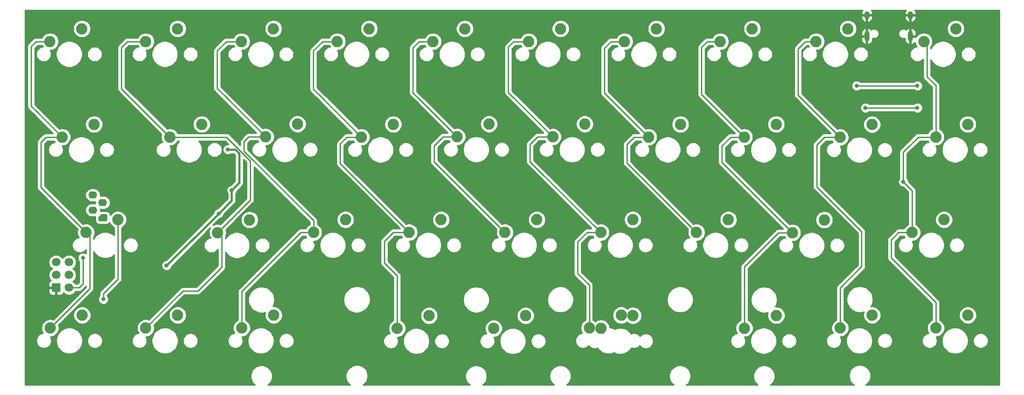
<source format=gbr>
G04 #@! TF.GenerationSoftware,KiCad,Pcbnew,(5.1.4-0-10_14)*
G04 #@! TF.CreationDate,2020-09-21T01:33:54-05:00*
G04 #@! TF.ProjectId,qaz_b,71617a5f-622e-46b6-9963-61645f706362,rev?*
G04 #@! TF.SameCoordinates,Original*
G04 #@! TF.FileFunction,Copper,L1,Top*
G04 #@! TF.FilePolarity,Positive*
%FSLAX46Y46*%
G04 Gerber Fmt 4.6, Leading zero omitted, Abs format (unit mm)*
G04 Created by KiCad (PCBNEW (5.1.4-0-10_14)) date 2020-09-21 01:33:54*
%MOMM*%
%LPD*%
G04 APERTURE LIST*
%ADD10O,1.750000X1.400000*%
%ADD11C,1.117157*%
%ADD12C,0.100000*%
%ADD13C,2.250000*%
%ADD14O,1.000000X2.100000*%
%ADD15O,1.000000X1.600000*%
%ADD16R,1.700000X1.700000*%
%ADD17C,1.700000*%
%ADD18C,0.800000*%
%ADD19C,0.381000*%
%ADD20C,0.250000*%
%ADD21C,0.254000*%
G04 APERTURE END LIST*
D10*
X49562000Y-89607000D03*
X49562000Y-92607000D03*
X51562000Y-91107000D03*
D11*
X51562000Y-94107000D03*
D12*
G36*
X50691804Y-94008227D02*
G01*
X50706030Y-93961329D01*
X50729133Y-93918107D01*
X50760223Y-93880223D01*
X51160223Y-93480223D01*
X51198107Y-93449133D01*
X51241329Y-93426030D01*
X51288227Y-93411804D01*
X51337000Y-93407000D01*
X52187000Y-93407000D01*
X52235773Y-93411804D01*
X52282671Y-93426030D01*
X52325893Y-93449133D01*
X52363777Y-93480223D01*
X52394867Y-93518107D01*
X52417970Y-93561329D01*
X52432196Y-93608227D01*
X52437000Y-93657000D01*
X52437000Y-94557000D01*
X52432196Y-94605773D01*
X52417970Y-94652671D01*
X52394867Y-94695893D01*
X52363777Y-94733777D01*
X52325893Y-94764867D01*
X52282671Y-94787970D01*
X52235773Y-94802196D01*
X52187000Y-94807000D01*
X50937000Y-94807000D01*
X50888227Y-94802196D01*
X50841329Y-94787970D01*
X50798107Y-94764867D01*
X50760223Y-94733777D01*
X50729133Y-94695893D01*
X50706030Y-94652671D01*
X50691804Y-94605773D01*
X50687000Y-94557000D01*
X50687000Y-94057000D01*
X50691804Y-94008227D01*
X50691804Y-94008227D01*
G37*
D13*
X154690000Y-113570000D03*
X148340000Y-116110000D03*
D14*
X203580000Y-57955000D03*
X212220000Y-57955000D03*
D15*
X203580000Y-53775000D03*
X212220000Y-53775000D03*
D13*
X135665000Y-113645000D03*
X129315000Y-116185000D03*
X185540000Y-113595000D03*
X179190000Y-116135000D03*
X157040000Y-113620000D03*
X150690000Y-116160000D03*
X47440000Y-113570000D03*
X41090000Y-116110000D03*
X218890000Y-94520000D03*
X212540000Y-97060000D03*
X54590000Y-94520000D03*
X48240000Y-97060000D03*
X49815000Y-75495000D03*
X43465000Y-78035000D03*
X221240000Y-56445000D03*
X214890000Y-58985000D03*
X47415000Y-56445000D03*
X41065000Y-58985000D03*
X204615000Y-113570000D03*
X198265000Y-116110000D03*
X116490000Y-113645000D03*
X110140000Y-116185000D03*
X85540000Y-113570000D03*
X79190000Y-116110000D03*
D16*
X42291000Y-108077000D03*
D17*
X44831000Y-108077000D03*
X42291000Y-105537000D03*
X44831000Y-105537000D03*
X42291000Y-102997000D03*
X44831000Y-102997000D03*
D13*
X80765000Y-94545000D03*
X74415000Y-97085000D03*
X71240000Y-75495000D03*
X64890000Y-78035000D03*
X223640000Y-113570000D03*
X217290000Y-116110000D03*
X66465000Y-113570000D03*
X60115000Y-116110000D03*
X195090000Y-94545000D03*
X188740000Y-97085000D03*
X176015000Y-94520000D03*
X169665000Y-97060000D03*
X156990000Y-94520000D03*
X150640000Y-97060000D03*
X137915000Y-94520000D03*
X131565000Y-97060000D03*
X118865000Y-94513400D03*
X112515000Y-97053400D03*
X99840000Y-94520000D03*
X93490000Y-97060000D03*
X223615000Y-75495000D03*
X217265000Y-78035000D03*
X204590000Y-75520000D03*
X198240000Y-78060000D03*
X185515000Y-75495000D03*
X179165000Y-78035000D03*
X166465000Y-75495000D03*
X160115000Y-78035000D03*
X147440000Y-75470000D03*
X141090000Y-78010000D03*
X128390000Y-75445000D03*
X122040000Y-77985000D03*
X109340000Y-75495000D03*
X102990000Y-78035000D03*
X90315000Y-75445000D03*
X83965000Y-77985000D03*
X199815000Y-56445000D03*
X193465000Y-58985000D03*
X180765000Y-56445000D03*
X174415000Y-58985000D03*
X161715000Y-56445000D03*
X155365000Y-58985000D03*
X142640000Y-56445000D03*
X136290000Y-58985000D03*
X123590000Y-56445000D03*
X117240000Y-58985000D03*
X104565000Y-56445000D03*
X98215000Y-58985000D03*
X85515000Y-56445000D03*
X79165000Y-58985000D03*
X66461640Y-56445000D03*
X60111640Y-58985000D03*
D18*
X113538000Y-125222000D03*
X94234000Y-125857000D03*
X135382000Y-125476000D03*
X154178000Y-125857000D03*
X173482000Y-125730000D03*
X192786000Y-126365000D03*
X208026000Y-70739000D03*
X79121000Y-78359000D03*
X104013000Y-69723000D03*
X46101000Y-75311000D03*
X89662000Y-88519000D03*
X155829000Y-89154000D03*
X68072000Y-102997000D03*
X79756000Y-88900000D03*
X65913000Y-96266000D03*
X55499000Y-81915000D03*
X41275000Y-86233000D03*
X39243000Y-90932000D03*
X40894000Y-94615000D03*
X74295000Y-74676000D03*
X62230000Y-78867000D03*
X73914000Y-91186000D03*
X55753000Y-85725000D03*
X76454000Y-80518000D03*
X77216000Y-88646000D03*
X64262000Y-103632000D03*
X74612500Y-93281500D03*
X201549000Y-67825000D03*
X213614000Y-67818000D03*
X203275000Y-72225000D03*
X213614000Y-72225000D03*
X51689000Y-110363000D03*
X47625000Y-102108000D03*
X210810090Y-86985090D03*
D19*
X77216000Y-88646000D02*
X77216000Y-90678000D01*
X74612500Y-93281500D02*
X64262000Y-103632000D01*
X77216000Y-90678000D02*
X74612500Y-93281500D01*
X76454000Y-80518000D02*
X77938960Y-80518000D01*
X78720480Y-87141520D02*
X77216000Y-88646000D01*
X78720480Y-81299520D02*
X78720480Y-87141520D01*
X77938960Y-80518000D02*
X78720480Y-81299520D01*
D20*
X213607000Y-67825000D02*
X213614000Y-67818000D01*
X201549000Y-67825000D02*
X213607000Y-67825000D01*
X203275000Y-72225000D02*
X213614000Y-72225000D01*
X54590000Y-94520000D02*
X54590000Y-106319000D01*
X54590000Y-106319000D02*
X51689000Y-109220000D01*
X51689000Y-109220000D02*
X51689000Y-110363000D01*
X44831000Y-108077000D02*
X46863000Y-108077000D01*
X47625000Y-107315000D02*
X46863000Y-108077000D01*
X47625000Y-102108000D02*
X47625000Y-107315000D01*
X48950000Y-108250000D02*
X48950000Y-97770000D01*
X41090000Y-116110000D02*
X48950000Y-108250000D01*
X48950000Y-97770000D02*
X48240000Y-97060000D01*
X40265000Y-78035000D02*
X43465000Y-78035000D01*
X39243000Y-79057000D02*
X40265000Y-78035000D01*
X39243000Y-88063000D02*
X39243000Y-79057000D01*
X48240000Y-97060000D02*
X39243000Y-88063000D01*
X37338000Y-71908000D02*
X38277500Y-72847500D01*
X38277500Y-72847500D02*
X43465000Y-78035000D01*
X38284000Y-58998000D02*
X37338000Y-59944000D01*
X38284000Y-58985000D02*
X38284000Y-58998000D01*
X37338000Y-59944000D02*
X37338000Y-71908000D01*
X41065000Y-58985000D02*
X38284000Y-58985000D01*
X75200000Y-104000000D02*
X75200000Y-97870000D01*
X60115000Y-116110000D02*
X67500000Y-108725000D01*
X75200000Y-97870000D02*
X74415000Y-97085000D01*
X67500000Y-108725000D02*
X70475000Y-108725000D01*
X70475000Y-108725000D02*
X75200000Y-104000000D01*
X76185000Y-78035000D02*
X64890000Y-78035000D01*
X80924000Y-82774000D02*
X76185000Y-78035000D01*
X80924000Y-90576000D02*
X80924000Y-82774000D01*
X74415000Y-97085000D02*
X80924000Y-90576000D01*
X60111640Y-58985000D02*
X56458000Y-58985000D01*
X56458000Y-58985000D02*
X55245000Y-60198000D01*
X55245000Y-68390000D02*
X56800500Y-69945500D01*
X55245000Y-60198000D02*
X55245000Y-68390000D01*
X56800500Y-69945500D02*
X64890000Y-78035000D01*
X79190000Y-116110000D02*
X79190000Y-108835000D01*
X90965000Y-97060000D02*
X93490000Y-97060000D01*
X79190000Y-108835000D02*
X90965000Y-97060000D01*
X79165000Y-58985000D02*
X76143000Y-58985000D01*
X76143000Y-58985000D02*
X74295000Y-60833000D01*
X74295000Y-68315000D02*
X75951500Y-69971500D01*
X74295000Y-60833000D02*
X74295000Y-68315000D01*
X75951500Y-69971500D02*
X83965000Y-77985000D01*
X82035000Y-77985000D02*
X83965000Y-77985000D01*
X79629000Y-78924002D02*
X80568002Y-77985000D01*
X80568002Y-77985000D02*
X82035000Y-77985000D01*
X79629000Y-80842590D02*
X79629000Y-78924002D01*
X93490000Y-94703590D02*
X79629000Y-80842590D01*
X93490000Y-97060000D02*
X93490000Y-94703590D01*
X98215000Y-58985000D02*
X95320000Y-58985000D01*
X95320000Y-58985000D02*
X93472000Y-60833000D01*
X93472000Y-68517000D02*
X94583000Y-69628000D01*
X93472000Y-60833000D02*
X93472000Y-68517000D01*
X94583000Y-69628000D02*
X102990000Y-78035000D01*
X102990000Y-78035000D02*
X100146000Y-78035000D01*
X100146000Y-78035000D02*
X98806000Y-79375000D01*
X98806000Y-83344400D02*
X100440800Y-84979200D01*
X98806000Y-79375000D02*
X98806000Y-83344400D01*
X100440800Y-84979200D02*
X112515000Y-97053400D01*
X110140000Y-116185000D02*
X110140000Y-105695000D01*
X110140000Y-105695000D02*
X107569000Y-103124000D01*
X107569000Y-103124000D02*
X107569000Y-98806000D01*
X109321600Y-97053400D02*
X112515000Y-97053400D01*
X107569000Y-98806000D02*
X109321600Y-97053400D01*
X117240000Y-58985000D02*
X114497000Y-58985000D01*
X114497000Y-58985000D02*
X113284000Y-60198000D01*
X113284000Y-69229000D02*
X114229500Y-70174500D01*
X113284000Y-60198000D02*
X113284000Y-69229000D01*
X122040000Y-77985000D02*
X114229500Y-70174500D01*
X122040000Y-77985000D02*
X119246000Y-77985000D01*
X119246000Y-77985000D02*
X117475000Y-79756000D01*
X117475000Y-82970000D02*
X118852500Y-84347500D01*
X117475000Y-79756000D02*
X117475000Y-82970000D01*
X118852500Y-84347500D02*
X131565000Y-97060000D01*
X155365000Y-58985000D02*
X152665000Y-58985000D01*
X152665000Y-58985000D02*
X151350000Y-60300000D01*
X151350000Y-69270000D02*
X160115000Y-78035000D01*
X151350000Y-60300000D02*
X151350000Y-69270000D01*
X160115000Y-78035000D02*
X157296000Y-78035000D01*
X157296000Y-78035000D02*
X155829000Y-79502000D01*
X155829000Y-83224000D02*
X156825500Y-84220500D01*
X155829000Y-79502000D02*
X155829000Y-83224000D01*
X156825500Y-84220500D02*
X169665000Y-97060000D01*
X171840000Y-58985000D02*
X174415000Y-58985000D01*
X170675000Y-69545000D02*
X170675000Y-60150000D01*
X170675000Y-60150000D02*
X171840000Y-58985000D01*
X179165000Y-78035000D02*
X170675000Y-69545000D01*
X179165000Y-78035000D02*
X176473000Y-78035000D01*
X176473000Y-78035000D02*
X174752000Y-79756000D01*
X174752000Y-83097000D02*
X175939000Y-84284000D01*
X174752000Y-79756000D02*
X174752000Y-83097000D01*
X175939000Y-84284000D02*
X188740000Y-97085000D01*
X188740000Y-97085000D02*
X185998000Y-97085000D01*
X179190000Y-103893000D02*
X179190000Y-107181000D01*
X185998000Y-97085000D02*
X179190000Y-103893000D01*
X179190000Y-116135000D02*
X179190000Y-107181000D01*
X193465000Y-58985000D02*
X191290000Y-58985000D01*
X191290000Y-58985000D02*
X189850000Y-60425000D01*
X189850000Y-69670000D02*
X198240000Y-78060000D01*
X189850000Y-60425000D02*
X189850000Y-69670000D01*
X202525000Y-103850000D02*
X198265000Y-108110000D01*
X193575000Y-87950000D02*
X202525000Y-96900000D01*
X202525000Y-96900000D02*
X202525000Y-103850000D01*
X198265000Y-108110000D02*
X198265000Y-116110000D01*
X193575000Y-79602000D02*
X193575000Y-87950000D01*
X195117000Y-78060000D02*
X193575000Y-79602000D01*
X198240000Y-78060000D02*
X195117000Y-78060000D01*
X217290000Y-116110000D02*
X217290000Y-111040000D01*
X217290000Y-111040000D02*
X208375000Y-102125000D01*
X208375000Y-102125000D02*
X208375000Y-98550000D01*
X209865000Y-97060000D02*
X212540000Y-97060000D01*
X208375000Y-98550000D02*
X209865000Y-97060000D01*
X217265000Y-78035000D02*
X213811000Y-78035000D01*
X212540000Y-88715000D02*
X212540000Y-89212000D01*
X210810090Y-86985090D02*
X212540000Y-88715000D01*
X212540000Y-97060000D02*
X212540000Y-89212000D01*
X210810090Y-81035910D02*
X211899500Y-79946500D01*
X210810090Y-86985090D02*
X210810090Y-81035910D01*
X213811000Y-78035000D02*
X211899500Y-79946500D01*
X215519000Y-59614000D02*
X214890000Y-58985000D01*
X215519000Y-66040000D02*
X215519000Y-59614000D01*
X217265000Y-67786000D02*
X215519000Y-66040000D01*
X217265000Y-78035000D02*
X217265000Y-67786000D01*
X132250000Y-69170000D02*
X141090000Y-78010000D01*
X132250000Y-60075000D02*
X132250000Y-69170000D01*
X133340000Y-58985000D02*
X132250000Y-60075000D01*
X136290000Y-58985000D02*
X133340000Y-58985000D01*
X141090000Y-78010000D02*
X138017000Y-78010000D01*
X138017000Y-78010000D02*
X136525000Y-79502000D01*
X136525000Y-79502000D02*
X136525000Y-82945000D01*
X136525000Y-82945000D02*
X137724500Y-84144500D01*
X137724500Y-84144500D02*
X150640000Y-97060000D01*
X147923000Y-97060000D02*
X150640000Y-97060000D01*
X146050000Y-98933000D02*
X147923000Y-97060000D01*
X146050000Y-105283000D02*
X146050000Y-98933000D01*
X148340000Y-107573000D02*
X146050000Y-105283000D01*
X148340000Y-116110000D02*
X148340000Y-107573000D01*
D21*
G36*
X202706839Y-52738831D02*
G01*
X202579997Y-52923322D01*
X202491585Y-53129013D01*
X202445000Y-53348000D01*
X202445000Y-53648000D01*
X203453000Y-53648000D01*
X203453000Y-53628000D01*
X203707000Y-53628000D01*
X203707000Y-53648000D01*
X204715000Y-53648000D01*
X204715000Y-53348000D01*
X204668415Y-53129013D01*
X204580003Y-52923322D01*
X204453161Y-52738831D01*
X204449227Y-52735000D01*
X211350773Y-52735000D01*
X211346839Y-52738831D01*
X211219997Y-52923322D01*
X211131585Y-53129013D01*
X211085000Y-53348000D01*
X211085000Y-53648000D01*
X212093000Y-53648000D01*
X212093000Y-53628000D01*
X212347000Y-53628000D01*
X212347000Y-53648000D01*
X213355000Y-53648000D01*
X213355000Y-53348000D01*
X213308415Y-53129013D01*
X213220003Y-52923322D01*
X213093161Y-52738831D01*
X213089227Y-52735000D01*
X229890000Y-52735000D01*
X229890001Y-127465000D01*
X203297208Y-127465000D01*
X203526182Y-127312004D01*
X203826904Y-127011282D01*
X204063181Y-126657670D01*
X204225930Y-126264757D01*
X204308900Y-125847643D01*
X204308900Y-125422357D01*
X204225930Y-125005243D01*
X204063181Y-124612330D01*
X203826904Y-124258718D01*
X203526182Y-123957996D01*
X203172570Y-123721719D01*
X202779657Y-123558970D01*
X202362543Y-123476000D01*
X201937257Y-123476000D01*
X201520143Y-123558970D01*
X201127230Y-123721719D01*
X200773618Y-123957996D01*
X200472896Y-124258718D01*
X200236619Y-124612330D01*
X200073870Y-125005243D01*
X199990900Y-125422357D01*
X199990900Y-125847643D01*
X200073870Y-126264757D01*
X200236619Y-126657670D01*
X200472896Y-127011282D01*
X200773618Y-127312004D01*
X201002592Y-127465000D01*
X184384453Y-127465000D01*
X184501182Y-127387004D01*
X184801904Y-127086282D01*
X185038181Y-126732670D01*
X185200930Y-126339757D01*
X185283900Y-125922643D01*
X185283900Y-125497357D01*
X185200930Y-125080243D01*
X185038181Y-124687330D01*
X184801904Y-124333718D01*
X184501182Y-124032996D01*
X184147570Y-123796719D01*
X183754657Y-123633970D01*
X183337543Y-123551000D01*
X182912257Y-123551000D01*
X182495143Y-123633970D01*
X182102230Y-123796719D01*
X181748618Y-124032996D01*
X181447896Y-124333718D01*
X181211619Y-124687330D01*
X181048870Y-125080243D01*
X180965900Y-125497357D01*
X180965900Y-125922643D01*
X181048870Y-126339757D01*
X181211619Y-126732670D01*
X181447896Y-127086282D01*
X181748618Y-127387004D01*
X181865347Y-127465000D01*
X167628388Y-127465000D01*
X167782532Y-127362004D01*
X168083254Y-127061282D01*
X168319531Y-126707670D01*
X168482280Y-126314757D01*
X168565250Y-125897643D01*
X168565250Y-125472357D01*
X168482280Y-125055243D01*
X168319531Y-124662330D01*
X168083254Y-124308718D01*
X167782532Y-124007996D01*
X167428920Y-123771719D01*
X167036007Y-123608970D01*
X166618893Y-123526000D01*
X166193607Y-123526000D01*
X165776493Y-123608970D01*
X165383580Y-123771719D01*
X165029968Y-124007996D01*
X164729246Y-124308718D01*
X164492969Y-124662330D01*
X164330220Y-125055243D01*
X164247250Y-125472357D01*
X164247250Y-125897643D01*
X164330220Y-126314757D01*
X164492969Y-126707670D01*
X164729246Y-127061282D01*
X165029968Y-127362004D01*
X165184112Y-127465000D01*
X143815888Y-127465000D01*
X143970032Y-127362004D01*
X144270754Y-127061282D01*
X144507031Y-126707670D01*
X144669780Y-126314757D01*
X144752750Y-125897643D01*
X144752750Y-125472357D01*
X144669780Y-125055243D01*
X144507031Y-124662330D01*
X144270754Y-124308718D01*
X143970032Y-124007996D01*
X143616420Y-123771719D01*
X143223507Y-123608970D01*
X142806393Y-123526000D01*
X142381107Y-123526000D01*
X141963993Y-123608970D01*
X141571080Y-123771719D01*
X141217468Y-124007996D01*
X140916746Y-124308718D01*
X140680469Y-124662330D01*
X140517720Y-125055243D01*
X140434750Y-125472357D01*
X140434750Y-125897643D01*
X140517720Y-126314757D01*
X140680469Y-126707670D01*
X140916746Y-127061282D01*
X141217468Y-127362004D01*
X141371612Y-127465000D01*
X127115803Y-127465000D01*
X127232532Y-127387004D01*
X127533254Y-127086282D01*
X127769531Y-126732670D01*
X127932280Y-126339757D01*
X128015250Y-125922643D01*
X128015250Y-125497357D01*
X127932280Y-125080243D01*
X127769531Y-124687330D01*
X127533254Y-124333718D01*
X127232532Y-124032996D01*
X126878920Y-123796719D01*
X126486007Y-123633970D01*
X126068893Y-123551000D01*
X125643607Y-123551000D01*
X125226493Y-123633970D01*
X124833580Y-123796719D01*
X124479968Y-124032996D01*
X124179246Y-124333718D01*
X123942969Y-124687330D01*
X123780220Y-125080243D01*
X123697250Y-125497357D01*
X123697250Y-125922643D01*
X123780220Y-126339757D01*
X123942969Y-126732670D01*
X124179246Y-127086282D01*
X124479968Y-127387004D01*
X124596697Y-127465000D01*
X103303303Y-127465000D01*
X103420032Y-127387004D01*
X103431903Y-127375133D01*
X103526382Y-127312004D01*
X103827104Y-127011282D01*
X104063381Y-126657670D01*
X104226130Y-126264757D01*
X104309100Y-125847643D01*
X104309100Y-125422357D01*
X104226130Y-125005243D01*
X104063381Y-124612330D01*
X103827104Y-124258718D01*
X103526382Y-123957996D01*
X103172770Y-123721719D01*
X102779857Y-123558970D01*
X102362743Y-123476000D01*
X101937457Y-123476000D01*
X101520343Y-123558970D01*
X101127430Y-123721719D01*
X100773818Y-123957996D01*
X100761947Y-123969867D01*
X100667468Y-124032996D01*
X100366746Y-124333718D01*
X100130469Y-124687330D01*
X99967720Y-125080243D01*
X99884750Y-125497357D01*
X99884750Y-125922643D01*
X99967720Y-126339757D01*
X100130469Y-126732670D01*
X100366746Y-127086282D01*
X100667468Y-127387004D01*
X100784197Y-127465000D01*
X84384653Y-127465000D01*
X84501382Y-127387004D01*
X84802104Y-127086282D01*
X85038381Y-126732670D01*
X85201130Y-126339757D01*
X85284100Y-125922643D01*
X85284100Y-125497357D01*
X85201130Y-125080243D01*
X85038381Y-124687330D01*
X84802104Y-124333718D01*
X84501382Y-124032996D01*
X84147770Y-123796719D01*
X83754857Y-123633970D01*
X83337743Y-123551000D01*
X82912457Y-123551000D01*
X82495343Y-123633970D01*
X82102430Y-123796719D01*
X81748818Y-124032996D01*
X81448096Y-124333718D01*
X81211819Y-124687330D01*
X81049070Y-125080243D01*
X80966100Y-125497357D01*
X80966100Y-125922643D01*
X81049070Y-126339757D01*
X81211819Y-126732670D01*
X81448096Y-127086282D01*
X81748818Y-127387004D01*
X81865547Y-127465000D01*
X36097500Y-127465000D01*
X36097500Y-108927000D01*
X40802928Y-108927000D01*
X40815188Y-109051482D01*
X40851498Y-109171180D01*
X40910463Y-109281494D01*
X40989815Y-109378185D01*
X41086506Y-109457537D01*
X41196820Y-109516502D01*
X41316518Y-109552812D01*
X41441000Y-109565072D01*
X42005250Y-109562000D01*
X42164000Y-109403250D01*
X42164000Y-108204000D01*
X40964750Y-108204000D01*
X40806000Y-108362750D01*
X40802928Y-108927000D01*
X36097500Y-108927000D01*
X36097500Y-59944000D01*
X36574324Y-59944000D01*
X36578000Y-59981322D01*
X36578001Y-71870668D01*
X36574324Y-71908000D01*
X36588998Y-72056985D01*
X36632454Y-72200246D01*
X36703026Y-72332276D01*
X36737257Y-72373986D01*
X36798000Y-72448001D01*
X36826998Y-72471799D01*
X37766497Y-73411299D01*
X37766503Y-73411304D01*
X41630198Y-77275000D01*
X40302322Y-77275000D01*
X40264999Y-77271324D01*
X40227676Y-77275000D01*
X40227667Y-77275000D01*
X40116014Y-77285997D01*
X39972753Y-77329454D01*
X39840724Y-77400026D01*
X39724999Y-77494999D01*
X39701202Y-77523996D01*
X38731998Y-78493201D01*
X38703000Y-78516999D01*
X38679202Y-78545997D01*
X38679201Y-78545998D01*
X38608026Y-78632724D01*
X38537454Y-78764754D01*
X38493998Y-78908015D01*
X38479324Y-79057000D01*
X38483001Y-79094332D01*
X38483000Y-88025678D01*
X38479324Y-88063000D01*
X38483000Y-88100322D01*
X38483000Y-88100332D01*
X38493997Y-88211985D01*
X38518062Y-88291317D01*
X38537454Y-88355246D01*
X38608026Y-88487276D01*
X38647871Y-88535826D01*
X38702999Y-88603001D01*
X38732003Y-88626804D01*
X46578152Y-96472955D01*
X46547636Y-96546627D01*
X46480000Y-96886655D01*
X46480000Y-97233345D01*
X46547636Y-97573373D01*
X46680308Y-97893673D01*
X46812638Y-98091719D01*
X46529549Y-98148029D01*
X46254747Y-98261856D01*
X46007431Y-98427107D01*
X45797107Y-98637431D01*
X45631856Y-98884747D01*
X45518029Y-99159549D01*
X45460000Y-99451278D01*
X45460000Y-99748722D01*
X45518029Y-100040451D01*
X45631856Y-100315253D01*
X45797107Y-100562569D01*
X46007431Y-100772893D01*
X46254747Y-100938144D01*
X46529549Y-101051971D01*
X46821278Y-101110000D01*
X47118722Y-101110000D01*
X47410451Y-101051971D01*
X47685253Y-100938144D01*
X47932569Y-100772893D01*
X48142893Y-100562569D01*
X48190001Y-100492067D01*
X48190001Y-101240738D01*
X48115256Y-101190795D01*
X47926898Y-101112774D01*
X47726939Y-101073000D01*
X47523061Y-101073000D01*
X47323102Y-101112774D01*
X47134744Y-101190795D01*
X46965226Y-101304063D01*
X46821063Y-101448226D01*
X46707795Y-101617744D01*
X46629774Y-101806102D01*
X46590000Y-102006061D01*
X46590000Y-102209939D01*
X46629774Y-102409898D01*
X46707795Y-102598256D01*
X46821063Y-102767774D01*
X46865000Y-102811711D01*
X46865001Y-107000197D01*
X46548199Y-107317000D01*
X46109178Y-107317000D01*
X45984475Y-107130368D01*
X45777632Y-106923525D01*
X45603240Y-106807000D01*
X45777632Y-106690475D01*
X45984475Y-106483632D01*
X46146990Y-106240411D01*
X46258932Y-105970158D01*
X46316000Y-105683260D01*
X46316000Y-105390740D01*
X46258932Y-105103842D01*
X46146990Y-104833589D01*
X45984475Y-104590368D01*
X45777632Y-104383525D01*
X45603240Y-104267000D01*
X45777632Y-104150475D01*
X45984475Y-103943632D01*
X46146990Y-103700411D01*
X46258932Y-103430158D01*
X46316000Y-103143260D01*
X46316000Y-102850740D01*
X46258932Y-102563842D01*
X46146990Y-102293589D01*
X45984475Y-102050368D01*
X45777632Y-101843525D01*
X45534411Y-101681010D01*
X45264158Y-101569068D01*
X44977260Y-101512000D01*
X44684740Y-101512000D01*
X44397842Y-101569068D01*
X44127589Y-101681010D01*
X43884368Y-101843525D01*
X43677525Y-102050368D01*
X43561000Y-102224760D01*
X43444475Y-102050368D01*
X43237632Y-101843525D01*
X42994411Y-101681010D01*
X42724158Y-101569068D01*
X42437260Y-101512000D01*
X42144740Y-101512000D01*
X41857842Y-101569068D01*
X41587589Y-101681010D01*
X41344368Y-101843525D01*
X41137525Y-102050368D01*
X40975010Y-102293589D01*
X40863068Y-102563842D01*
X40806000Y-102850740D01*
X40806000Y-103143260D01*
X40863068Y-103430158D01*
X40975010Y-103700411D01*
X41137525Y-103943632D01*
X41344368Y-104150475D01*
X41518760Y-104267000D01*
X41344368Y-104383525D01*
X41137525Y-104590368D01*
X40975010Y-104833589D01*
X40863068Y-105103842D01*
X40806000Y-105390740D01*
X40806000Y-105683260D01*
X40863068Y-105970158D01*
X40975010Y-106240411D01*
X41137525Y-106483632D01*
X41269380Y-106615487D01*
X41196820Y-106637498D01*
X41086506Y-106696463D01*
X40989815Y-106775815D01*
X40910463Y-106872506D01*
X40851498Y-106982820D01*
X40815188Y-107102518D01*
X40802928Y-107227000D01*
X40806000Y-107791250D01*
X40964750Y-107950000D01*
X42164000Y-107950000D01*
X42164000Y-107930000D01*
X42418000Y-107930000D01*
X42418000Y-107950000D01*
X42438000Y-107950000D01*
X42438000Y-108204000D01*
X42418000Y-108204000D01*
X42418000Y-109403250D01*
X42576750Y-109562000D01*
X43141000Y-109565072D01*
X43265482Y-109552812D01*
X43385180Y-109516502D01*
X43495494Y-109457537D01*
X43592185Y-109378185D01*
X43671537Y-109281494D01*
X43730502Y-109171180D01*
X43752513Y-109098620D01*
X43884368Y-109230475D01*
X44127589Y-109392990D01*
X44397842Y-109504932D01*
X44684740Y-109562000D01*
X44977260Y-109562000D01*
X45264158Y-109504932D01*
X45534411Y-109392990D01*
X45777632Y-109230475D01*
X45984475Y-109023632D01*
X46109178Y-108837000D01*
X46825678Y-108837000D01*
X46863000Y-108840676D01*
X46900322Y-108837000D01*
X46900333Y-108837000D01*
X47011986Y-108826003D01*
X47155247Y-108782546D01*
X47287276Y-108711974D01*
X47403001Y-108617001D01*
X47426803Y-108587998D01*
X48136002Y-107878799D01*
X48165001Y-107855001D01*
X48190000Y-107824540D01*
X48190000Y-107935198D01*
X41677046Y-114448152D01*
X41603373Y-114417636D01*
X41263345Y-114350000D01*
X40916655Y-114350000D01*
X40576627Y-114417636D01*
X40256327Y-114550308D01*
X39968065Y-114742919D01*
X39722919Y-114988065D01*
X39530308Y-115276327D01*
X39397636Y-115596627D01*
X39330000Y-115936655D01*
X39330000Y-116283345D01*
X39397636Y-116623373D01*
X39530308Y-116943673D01*
X39662638Y-117141719D01*
X39379549Y-117198029D01*
X39104747Y-117311856D01*
X38857431Y-117477107D01*
X38647107Y-117687431D01*
X38481856Y-117934747D01*
X38368029Y-118209549D01*
X38310000Y-118501278D01*
X38310000Y-118798722D01*
X38368029Y-119090451D01*
X38481856Y-119365253D01*
X38647107Y-119612569D01*
X38857431Y-119822893D01*
X39104747Y-119988144D01*
X39379549Y-120101971D01*
X39671278Y-120160000D01*
X39968722Y-120160000D01*
X40260451Y-120101971D01*
X40535253Y-119988144D01*
X40782569Y-119822893D01*
X40992893Y-119612569D01*
X41158144Y-119365253D01*
X41271971Y-119090451D01*
X41330000Y-118798722D01*
X41330000Y-118501278D01*
X41308080Y-118391076D01*
X42271100Y-118391076D01*
X42271100Y-118908924D01*
X42372127Y-119416822D01*
X42570299Y-119895251D01*
X42858000Y-120325826D01*
X43224174Y-120692000D01*
X43654749Y-120979701D01*
X44133178Y-121177873D01*
X44641076Y-121278900D01*
X45158924Y-121278900D01*
X45666822Y-121177873D01*
X46145251Y-120979701D01*
X46575826Y-120692000D01*
X46942000Y-120325826D01*
X47229701Y-119895251D01*
X47427873Y-119416822D01*
X47528900Y-118908924D01*
X47528900Y-118501278D01*
X48470000Y-118501278D01*
X48470000Y-118798722D01*
X48528029Y-119090451D01*
X48641856Y-119365253D01*
X48807107Y-119612569D01*
X49017431Y-119822893D01*
X49264747Y-119988144D01*
X49539549Y-120101971D01*
X49831278Y-120160000D01*
X50128722Y-120160000D01*
X50420451Y-120101971D01*
X50695253Y-119988144D01*
X50942569Y-119822893D01*
X51152893Y-119612569D01*
X51318144Y-119365253D01*
X51431971Y-119090451D01*
X51490000Y-118798722D01*
X51490000Y-118501278D01*
X51431971Y-118209549D01*
X51318144Y-117934747D01*
X51152893Y-117687431D01*
X50942569Y-117477107D01*
X50695253Y-117311856D01*
X50420451Y-117198029D01*
X50128722Y-117140000D01*
X49831278Y-117140000D01*
X49539549Y-117198029D01*
X49264747Y-117311856D01*
X49017431Y-117477107D01*
X48807107Y-117687431D01*
X48641856Y-117934747D01*
X48528029Y-118209549D01*
X48470000Y-118501278D01*
X47528900Y-118501278D01*
X47528900Y-118391076D01*
X47427873Y-117883178D01*
X47229701Y-117404749D01*
X46942000Y-116974174D01*
X46575826Y-116608000D01*
X46145251Y-116320299D01*
X45666822Y-116122127D01*
X45158924Y-116021100D01*
X44641076Y-116021100D01*
X44133178Y-116122127D01*
X43654749Y-116320299D01*
X43224174Y-116608000D01*
X42858000Y-116974174D01*
X42570299Y-117404749D01*
X42372127Y-117883178D01*
X42271100Y-118391076D01*
X41308080Y-118391076D01*
X41271971Y-118209549D01*
X41158144Y-117934747D01*
X41114882Y-117870000D01*
X41263345Y-117870000D01*
X41603373Y-117802364D01*
X41923673Y-117669692D01*
X42211935Y-117477081D01*
X42457081Y-117231935D01*
X42649692Y-116943673D01*
X42782364Y-116623373D01*
X42850000Y-116283345D01*
X42850000Y-115936655D01*
X42782364Y-115596627D01*
X42751848Y-115522954D01*
X44878147Y-113396655D01*
X45680000Y-113396655D01*
X45680000Y-113743345D01*
X45747636Y-114083373D01*
X45880308Y-114403673D01*
X46072919Y-114691935D01*
X46318065Y-114937081D01*
X46606327Y-115129692D01*
X46926627Y-115262364D01*
X47266655Y-115330000D01*
X47613345Y-115330000D01*
X47953373Y-115262364D01*
X48273673Y-115129692D01*
X48561935Y-114937081D01*
X48807081Y-114691935D01*
X48999692Y-114403673D01*
X49132364Y-114083373D01*
X49200000Y-113743345D01*
X49200000Y-113396655D01*
X49132364Y-113056627D01*
X48999692Y-112736327D01*
X48807081Y-112448065D01*
X48561935Y-112202919D01*
X48273673Y-112010308D01*
X47953373Y-111877636D01*
X47613345Y-111810000D01*
X47266655Y-111810000D01*
X46926627Y-111877636D01*
X46606327Y-112010308D01*
X46318065Y-112202919D01*
X46072919Y-112448065D01*
X45880308Y-112736327D01*
X45747636Y-113056627D01*
X45680000Y-113396655D01*
X44878147Y-113396655D01*
X49461004Y-108813798D01*
X49490001Y-108790001D01*
X49584974Y-108674276D01*
X49655546Y-108542247D01*
X49699003Y-108398986D01*
X49710000Y-108287333D01*
X49710000Y-108287332D01*
X49713677Y-108250000D01*
X49710000Y-108212667D01*
X49710000Y-100820387D01*
X49720299Y-100845251D01*
X50008000Y-101275826D01*
X50374174Y-101642000D01*
X50804749Y-101929701D01*
X51283178Y-102127873D01*
X51791076Y-102228900D01*
X52308924Y-102228900D01*
X52816822Y-102127873D01*
X53295251Y-101929701D01*
X53725826Y-101642000D01*
X53830001Y-101537825D01*
X53830001Y-106004197D01*
X51178003Y-108656196D01*
X51148999Y-108679999D01*
X51095676Y-108744974D01*
X51054026Y-108795724D01*
X51012194Y-108873986D01*
X50983454Y-108927754D01*
X50939997Y-109071015D01*
X50929000Y-109182668D01*
X50929000Y-109182678D01*
X50925324Y-109220000D01*
X50929000Y-109257323D01*
X50929000Y-109659289D01*
X50885063Y-109703226D01*
X50771795Y-109872744D01*
X50693774Y-110061102D01*
X50654000Y-110261061D01*
X50654000Y-110464939D01*
X50693774Y-110664898D01*
X50771795Y-110853256D01*
X50885063Y-111022774D01*
X51029226Y-111166937D01*
X51198744Y-111280205D01*
X51387102Y-111358226D01*
X51587061Y-111398000D01*
X51790939Y-111398000D01*
X51990898Y-111358226D01*
X52179256Y-111280205D01*
X52348774Y-111166937D01*
X52492937Y-111022774D01*
X52606205Y-110853256D01*
X52684226Y-110664898D01*
X52724000Y-110464939D01*
X52724000Y-110261061D01*
X52684226Y-110061102D01*
X52606205Y-109872744D01*
X52492937Y-109703226D01*
X52449000Y-109659289D01*
X52449000Y-109534801D01*
X55101003Y-106882799D01*
X55130001Y-106859001D01*
X55224974Y-106743276D01*
X55295546Y-106611247D01*
X55339003Y-106467986D01*
X55350000Y-106356333D01*
X55353677Y-106319000D01*
X55350000Y-106281667D01*
X55350000Y-99451278D01*
X55620000Y-99451278D01*
X55620000Y-99748722D01*
X55678029Y-100040451D01*
X55791856Y-100315253D01*
X55957107Y-100562569D01*
X56167431Y-100772893D01*
X56414747Y-100938144D01*
X56689549Y-101051971D01*
X56981278Y-101110000D01*
X57278722Y-101110000D01*
X57570451Y-101051971D01*
X57845253Y-100938144D01*
X58092569Y-100772893D01*
X58302893Y-100562569D01*
X58468144Y-100315253D01*
X58581971Y-100040451D01*
X58640000Y-99748722D01*
X58640000Y-99451278D01*
X58581971Y-99159549D01*
X58468144Y-98884747D01*
X58302893Y-98637431D01*
X58092569Y-98427107D01*
X57845253Y-98261856D01*
X57570451Y-98148029D01*
X57278722Y-98090000D01*
X56981278Y-98090000D01*
X56689549Y-98148029D01*
X56414747Y-98261856D01*
X56167431Y-98427107D01*
X55957107Y-98637431D01*
X55791856Y-98884747D01*
X55678029Y-99159549D01*
X55620000Y-99451278D01*
X55350000Y-99451278D01*
X55350000Y-96110208D01*
X55423673Y-96079692D01*
X55711935Y-95887081D01*
X55957081Y-95641935D01*
X56149692Y-95353673D01*
X56282364Y-95033373D01*
X56350000Y-94693345D01*
X56350000Y-94346655D01*
X56282364Y-94006627D01*
X56149692Y-93686327D01*
X55957081Y-93398065D01*
X55711935Y-93152919D01*
X55423673Y-92960308D01*
X55103373Y-92827636D01*
X54763345Y-92760000D01*
X54416655Y-92760000D01*
X54076627Y-92827636D01*
X53756327Y-92960308D01*
X53468065Y-93152919D01*
X53222919Y-93398065D01*
X53073348Y-93621913D01*
X53071999Y-93594454D01*
X53067195Y-93545681D01*
X53042794Y-93423009D01*
X53028568Y-93376111D01*
X52980697Y-93260540D01*
X52957594Y-93217318D01*
X52888107Y-93113323D01*
X52857017Y-93075439D01*
X52768561Y-92986983D01*
X52730677Y-92955893D01*
X52626682Y-92886406D01*
X52583460Y-92863303D01*
X52467889Y-92815432D01*
X52420991Y-92801206D01*
X52298319Y-92776805D01*
X52249546Y-92772001D01*
X52187000Y-92768928D01*
X51337000Y-92768928D01*
X51274454Y-92772001D01*
X51225681Y-92776805D01*
X51103009Y-92801206D01*
X51057986Y-92814863D01*
X51078459Y-92607000D01*
X51058304Y-92402362D01*
X51125294Y-92422683D01*
X51321421Y-92442000D01*
X51802579Y-92442000D01*
X51998706Y-92422683D01*
X52250354Y-92346347D01*
X52482275Y-92222382D01*
X52685555Y-92055555D01*
X52852382Y-91852275D01*
X52976347Y-91620354D01*
X53052683Y-91368706D01*
X53078459Y-91107000D01*
X53052683Y-90845294D01*
X52976347Y-90593646D01*
X52852382Y-90361725D01*
X52685555Y-90158445D01*
X52482275Y-89991618D01*
X52250354Y-89867653D01*
X51998706Y-89791317D01*
X51802579Y-89772000D01*
X51321421Y-89772000D01*
X51125294Y-89791317D01*
X51058304Y-89811638D01*
X51078459Y-89607000D01*
X51052683Y-89345294D01*
X50976347Y-89093646D01*
X50852382Y-88861725D01*
X50685555Y-88658445D01*
X50482275Y-88491618D01*
X50250354Y-88367653D01*
X49998706Y-88291317D01*
X49802579Y-88272000D01*
X49321421Y-88272000D01*
X49125294Y-88291317D01*
X48873646Y-88367653D01*
X48641725Y-88491618D01*
X48438445Y-88658445D01*
X48271618Y-88861725D01*
X48147653Y-89093646D01*
X48071317Y-89345294D01*
X48045541Y-89607000D01*
X48071317Y-89868706D01*
X48147653Y-90120354D01*
X48271618Y-90352275D01*
X48438445Y-90555555D01*
X48641725Y-90722382D01*
X48873646Y-90846347D01*
X49125294Y-90922683D01*
X49321421Y-90942000D01*
X49802579Y-90942000D01*
X49998706Y-90922683D01*
X50065696Y-90902362D01*
X50045541Y-91107000D01*
X50065696Y-91311638D01*
X49998706Y-91291317D01*
X49802579Y-91272000D01*
X49321421Y-91272000D01*
X49125294Y-91291317D01*
X48873646Y-91367653D01*
X48641725Y-91491618D01*
X48438445Y-91658445D01*
X48271618Y-91861725D01*
X48147653Y-92093646D01*
X48071317Y-92345294D01*
X48045541Y-92607000D01*
X48071317Y-92868706D01*
X48147653Y-93120354D01*
X48271618Y-93352275D01*
X48438445Y-93555555D01*
X48641725Y-93722382D01*
X48873646Y-93846347D01*
X49125294Y-93922683D01*
X49321421Y-93942000D01*
X49802579Y-93942000D01*
X49998706Y-93922683D01*
X50065404Y-93902451D01*
X50056805Y-93945681D01*
X50052001Y-93994454D01*
X50048928Y-94057000D01*
X50048928Y-94557000D01*
X50052001Y-94619546D01*
X50056805Y-94668319D01*
X50081206Y-94790991D01*
X50095432Y-94837889D01*
X50143303Y-94953460D01*
X50166406Y-94996682D01*
X50235893Y-95100677D01*
X50266983Y-95138561D01*
X50355439Y-95227017D01*
X50393323Y-95258107D01*
X50497318Y-95327594D01*
X50540540Y-95350697D01*
X50656111Y-95398568D01*
X50703009Y-95412794D01*
X50825681Y-95437195D01*
X50874454Y-95441999D01*
X50937000Y-95445072D01*
X52187000Y-95445072D01*
X52249546Y-95441999D01*
X52298319Y-95437195D01*
X52420991Y-95412794D01*
X52467889Y-95398568D01*
X52583460Y-95350697D01*
X52626682Y-95327594D01*
X52730677Y-95258107D01*
X52768561Y-95227017D01*
X52857017Y-95138561D01*
X52888107Y-95100677D01*
X52911199Y-95066117D01*
X53030308Y-95353673D01*
X53222919Y-95641935D01*
X53468065Y-95887081D01*
X53756327Y-96079692D01*
X53830000Y-96110208D01*
X53830000Y-97662174D01*
X53725826Y-97558000D01*
X53295251Y-97270299D01*
X52816822Y-97072127D01*
X52308924Y-96971100D01*
X51791076Y-96971100D01*
X51283178Y-97072127D01*
X50804749Y-97270299D01*
X50374174Y-97558000D01*
X50008000Y-97924174D01*
X49720299Y-98354749D01*
X49710000Y-98379613D01*
X49710000Y-98027906D01*
X49799692Y-97893673D01*
X49932364Y-97573373D01*
X50000000Y-97233345D01*
X50000000Y-96886655D01*
X49932364Y-96546627D01*
X49799692Y-96226327D01*
X49607081Y-95938065D01*
X49361935Y-95692919D01*
X49073673Y-95500308D01*
X48753373Y-95367636D01*
X48413345Y-95300000D01*
X48066655Y-95300000D01*
X47726627Y-95367636D01*
X47652955Y-95398152D01*
X40003000Y-87748199D01*
X40003000Y-79371801D01*
X40579802Y-78795000D01*
X41874792Y-78795000D01*
X41905308Y-78868673D01*
X42037638Y-79066719D01*
X41754549Y-79123029D01*
X41479747Y-79236856D01*
X41232431Y-79402107D01*
X41022107Y-79612431D01*
X40856856Y-79859747D01*
X40743029Y-80134549D01*
X40685000Y-80426278D01*
X40685000Y-80723722D01*
X40743029Y-81015451D01*
X40856856Y-81290253D01*
X41022107Y-81537569D01*
X41232431Y-81747893D01*
X41479747Y-81913144D01*
X41754549Y-82026971D01*
X42046278Y-82085000D01*
X42343722Y-82085000D01*
X42635451Y-82026971D01*
X42910253Y-81913144D01*
X43157569Y-81747893D01*
X43367893Y-81537569D01*
X43533144Y-81290253D01*
X43646971Y-81015451D01*
X43705000Y-80723722D01*
X43705000Y-80426278D01*
X43683080Y-80316076D01*
X44646100Y-80316076D01*
X44646100Y-80833924D01*
X44747127Y-81341822D01*
X44945299Y-81820251D01*
X45233000Y-82250826D01*
X45599174Y-82617000D01*
X46029749Y-82904701D01*
X46508178Y-83102873D01*
X47016076Y-83203900D01*
X47533924Y-83203900D01*
X48041822Y-83102873D01*
X48520251Y-82904701D01*
X48950826Y-82617000D01*
X49317000Y-82250826D01*
X49604701Y-81820251D01*
X49802873Y-81341822D01*
X49903900Y-80833924D01*
X49903900Y-80426278D01*
X50845000Y-80426278D01*
X50845000Y-80723722D01*
X50903029Y-81015451D01*
X51016856Y-81290253D01*
X51182107Y-81537569D01*
X51392431Y-81747893D01*
X51639747Y-81913144D01*
X51914549Y-82026971D01*
X52206278Y-82085000D01*
X52503722Y-82085000D01*
X52795451Y-82026971D01*
X53070253Y-81913144D01*
X53317569Y-81747893D01*
X53527893Y-81537569D01*
X53693144Y-81290253D01*
X53806971Y-81015451D01*
X53865000Y-80723722D01*
X53865000Y-80426278D01*
X53806971Y-80134549D01*
X53693144Y-79859747D01*
X53527893Y-79612431D01*
X53317569Y-79402107D01*
X53070253Y-79236856D01*
X52795451Y-79123029D01*
X52503722Y-79065000D01*
X52206278Y-79065000D01*
X51914549Y-79123029D01*
X51639747Y-79236856D01*
X51392431Y-79402107D01*
X51182107Y-79612431D01*
X51016856Y-79859747D01*
X50903029Y-80134549D01*
X50845000Y-80426278D01*
X49903900Y-80426278D01*
X49903900Y-80316076D01*
X49802873Y-79808178D01*
X49604701Y-79329749D01*
X49317000Y-78899174D01*
X48950826Y-78533000D01*
X48520251Y-78245299D01*
X48041822Y-78047127D01*
X47533924Y-77946100D01*
X47016076Y-77946100D01*
X46508178Y-78047127D01*
X46029749Y-78245299D01*
X45599174Y-78533000D01*
X45233000Y-78899174D01*
X44945299Y-79329749D01*
X44747127Y-79808178D01*
X44646100Y-80316076D01*
X43683080Y-80316076D01*
X43646971Y-80134549D01*
X43533144Y-79859747D01*
X43489882Y-79795000D01*
X43638345Y-79795000D01*
X43978373Y-79727364D01*
X44298673Y-79594692D01*
X44586935Y-79402081D01*
X44832081Y-79156935D01*
X45024692Y-78868673D01*
X45157364Y-78548373D01*
X45225000Y-78208345D01*
X45225000Y-77861655D01*
X45157364Y-77521627D01*
X45024692Y-77201327D01*
X44832081Y-76913065D01*
X44586935Y-76667919D01*
X44298673Y-76475308D01*
X43978373Y-76342636D01*
X43638345Y-76275000D01*
X43291655Y-76275000D01*
X42951627Y-76342636D01*
X42877954Y-76373152D01*
X41826457Y-75321655D01*
X48055000Y-75321655D01*
X48055000Y-75668345D01*
X48122636Y-76008373D01*
X48255308Y-76328673D01*
X48447919Y-76616935D01*
X48693065Y-76862081D01*
X48981327Y-77054692D01*
X49301627Y-77187364D01*
X49641655Y-77255000D01*
X49988345Y-77255000D01*
X50328373Y-77187364D01*
X50648673Y-77054692D01*
X50936935Y-76862081D01*
X51182081Y-76616935D01*
X51374692Y-76328673D01*
X51507364Y-76008373D01*
X51575000Y-75668345D01*
X51575000Y-75321655D01*
X51507364Y-74981627D01*
X51374692Y-74661327D01*
X51182081Y-74373065D01*
X50936935Y-74127919D01*
X50648673Y-73935308D01*
X50328373Y-73802636D01*
X49988345Y-73735000D01*
X49641655Y-73735000D01*
X49301627Y-73802636D01*
X48981327Y-73935308D01*
X48693065Y-74127919D01*
X48447919Y-74373065D01*
X48255308Y-74661327D01*
X48122636Y-74981627D01*
X48055000Y-75321655D01*
X41826457Y-75321655D01*
X38841304Y-72336503D01*
X38841299Y-72336497D01*
X38098000Y-71593199D01*
X38098000Y-60258801D01*
X38611802Y-59745000D01*
X39474792Y-59745000D01*
X39505308Y-59818673D01*
X39637638Y-60016719D01*
X39354549Y-60073029D01*
X39079747Y-60186856D01*
X38832431Y-60352107D01*
X38622107Y-60562431D01*
X38456856Y-60809747D01*
X38343029Y-61084549D01*
X38285000Y-61376278D01*
X38285000Y-61673722D01*
X38343029Y-61965451D01*
X38456856Y-62240253D01*
X38622107Y-62487569D01*
X38832431Y-62697893D01*
X39079747Y-62863144D01*
X39354549Y-62976971D01*
X39646278Y-63035000D01*
X39943722Y-63035000D01*
X40235451Y-62976971D01*
X40510253Y-62863144D01*
X40757569Y-62697893D01*
X40967893Y-62487569D01*
X41133144Y-62240253D01*
X41246971Y-61965451D01*
X41305000Y-61673722D01*
X41305000Y-61376278D01*
X41283080Y-61266076D01*
X42246100Y-61266076D01*
X42246100Y-61783924D01*
X42347127Y-62291822D01*
X42545299Y-62770251D01*
X42833000Y-63200826D01*
X43199174Y-63567000D01*
X43629749Y-63854701D01*
X44108178Y-64052873D01*
X44616076Y-64153900D01*
X45133924Y-64153900D01*
X45641822Y-64052873D01*
X46120251Y-63854701D01*
X46550826Y-63567000D01*
X46917000Y-63200826D01*
X47204701Y-62770251D01*
X47402873Y-62291822D01*
X47503900Y-61783924D01*
X47503900Y-61376278D01*
X48445000Y-61376278D01*
X48445000Y-61673722D01*
X48503029Y-61965451D01*
X48616856Y-62240253D01*
X48782107Y-62487569D01*
X48992431Y-62697893D01*
X49239747Y-62863144D01*
X49514549Y-62976971D01*
X49806278Y-63035000D01*
X50103722Y-63035000D01*
X50395451Y-62976971D01*
X50670253Y-62863144D01*
X50917569Y-62697893D01*
X51127893Y-62487569D01*
X51293144Y-62240253D01*
X51406971Y-61965451D01*
X51465000Y-61673722D01*
X51465000Y-61376278D01*
X51406971Y-61084549D01*
X51293144Y-60809747D01*
X51127893Y-60562431D01*
X50917569Y-60352107D01*
X50686932Y-60198000D01*
X54481324Y-60198000D01*
X54485000Y-60235322D01*
X54485001Y-68352668D01*
X54481324Y-68390000D01*
X54485001Y-68427333D01*
X54495998Y-68538986D01*
X54503724Y-68564454D01*
X54539454Y-68682246D01*
X54610026Y-68814276D01*
X54651100Y-68864324D01*
X54705000Y-68930001D01*
X54733998Y-68953799D01*
X56289497Y-70509299D01*
X56289503Y-70509304D01*
X63228152Y-77447954D01*
X63197636Y-77521627D01*
X63130000Y-77861655D01*
X63130000Y-78208345D01*
X63197636Y-78548373D01*
X63330308Y-78868673D01*
X63462638Y-79066719D01*
X63179549Y-79123029D01*
X62904747Y-79236856D01*
X62657431Y-79402107D01*
X62447107Y-79612431D01*
X62281856Y-79859747D01*
X62168029Y-80134549D01*
X62110000Y-80426278D01*
X62110000Y-80723722D01*
X62168029Y-81015451D01*
X62281856Y-81290253D01*
X62447107Y-81537569D01*
X62657431Y-81747893D01*
X62904747Y-81913144D01*
X63179549Y-82026971D01*
X63471278Y-82085000D01*
X63768722Y-82085000D01*
X64060451Y-82026971D01*
X64335253Y-81913144D01*
X64582569Y-81747893D01*
X64792893Y-81537569D01*
X64958144Y-81290253D01*
X65071971Y-81015451D01*
X65130000Y-80723722D01*
X65130000Y-80426278D01*
X65071971Y-80134549D01*
X64958144Y-79859747D01*
X64914882Y-79795000D01*
X65063345Y-79795000D01*
X65403373Y-79727364D01*
X65723673Y-79594692D01*
X66011935Y-79402081D01*
X66257081Y-79156935D01*
X66449692Y-78868673D01*
X66480208Y-78795000D01*
X66762174Y-78795000D01*
X66658000Y-78899174D01*
X66370299Y-79329749D01*
X66172127Y-79808178D01*
X66071100Y-80316076D01*
X66071100Y-80833924D01*
X66172127Y-81341822D01*
X66370299Y-81820251D01*
X66658000Y-82250826D01*
X67024174Y-82617000D01*
X67454749Y-82904701D01*
X67933178Y-83102873D01*
X68441076Y-83203900D01*
X68958924Y-83203900D01*
X69466822Y-83102873D01*
X69945251Y-82904701D01*
X70375826Y-82617000D01*
X70742000Y-82250826D01*
X71029701Y-81820251D01*
X71227873Y-81341822D01*
X71328900Y-80833924D01*
X71328900Y-80426278D01*
X72270000Y-80426278D01*
X72270000Y-80723722D01*
X72328029Y-81015451D01*
X72441856Y-81290253D01*
X72607107Y-81537569D01*
X72817431Y-81747893D01*
X73064747Y-81913144D01*
X73339549Y-82026971D01*
X73631278Y-82085000D01*
X73928722Y-82085000D01*
X74220451Y-82026971D01*
X74495253Y-81913144D01*
X74742569Y-81747893D01*
X74952893Y-81537569D01*
X75118144Y-81290253D01*
X75231971Y-81015451D01*
X75290000Y-80723722D01*
X75290000Y-80426278D01*
X75231971Y-80134549D01*
X75118144Y-79859747D01*
X74952893Y-79612431D01*
X74742569Y-79402107D01*
X74495253Y-79236856D01*
X74220451Y-79123029D01*
X73928722Y-79065000D01*
X73631278Y-79065000D01*
X73339549Y-79123029D01*
X73064747Y-79236856D01*
X72817431Y-79402107D01*
X72607107Y-79612431D01*
X72441856Y-79859747D01*
X72328029Y-80134549D01*
X72270000Y-80426278D01*
X71328900Y-80426278D01*
X71328900Y-80316076D01*
X71227873Y-79808178D01*
X71029701Y-79329749D01*
X70742000Y-78899174D01*
X70637826Y-78795000D01*
X75870199Y-78795000D01*
X76558760Y-79483561D01*
X76555939Y-79483000D01*
X76352061Y-79483000D01*
X76152102Y-79522774D01*
X75963744Y-79600795D01*
X75794226Y-79714063D01*
X75650063Y-79858226D01*
X75536795Y-80027744D01*
X75458774Y-80216102D01*
X75419000Y-80416061D01*
X75419000Y-80619939D01*
X75458774Y-80819898D01*
X75536795Y-81008256D01*
X75650063Y-81177774D01*
X75794226Y-81321937D01*
X75963744Y-81435205D01*
X76152102Y-81513226D01*
X76352061Y-81553000D01*
X76555939Y-81553000D01*
X76755898Y-81513226D01*
X76944256Y-81435205D01*
X77081503Y-81343500D01*
X77597028Y-81343500D01*
X77894980Y-81641453D01*
X77894981Y-86799586D01*
X77075996Y-87618571D01*
X76914102Y-87650774D01*
X76725744Y-87728795D01*
X76556226Y-87842063D01*
X76412063Y-87986226D01*
X76298795Y-88155744D01*
X76220774Y-88344102D01*
X76181000Y-88544061D01*
X76181000Y-88747939D01*
X76220774Y-88947898D01*
X76298795Y-89136256D01*
X76390500Y-89273503D01*
X76390501Y-90336066D01*
X74472496Y-92254071D01*
X74310602Y-92286274D01*
X74122244Y-92364295D01*
X73952726Y-92477563D01*
X73808563Y-92621726D01*
X73695295Y-92791244D01*
X73617274Y-92979602D01*
X73585072Y-93141495D01*
X64121997Y-102604571D01*
X63960102Y-102636774D01*
X63771744Y-102714795D01*
X63602226Y-102828063D01*
X63458063Y-102972226D01*
X63344795Y-103141744D01*
X63266774Y-103330102D01*
X63227000Y-103530061D01*
X63227000Y-103733939D01*
X63266774Y-103933898D01*
X63344795Y-104122256D01*
X63458063Y-104291774D01*
X63602226Y-104435937D01*
X63771744Y-104549205D01*
X63960102Y-104627226D01*
X64160061Y-104667000D01*
X64363939Y-104667000D01*
X64563898Y-104627226D01*
X64752256Y-104549205D01*
X64921774Y-104435937D01*
X65065937Y-104291774D01*
X65179205Y-104122256D01*
X65257226Y-103933898D01*
X65289429Y-103772003D01*
X72946331Y-96115102D01*
X72855308Y-96251327D01*
X72722636Y-96571627D01*
X72655000Y-96911655D01*
X72655000Y-97258345D01*
X72722636Y-97598373D01*
X72855308Y-97918673D01*
X72987638Y-98116719D01*
X72704549Y-98173029D01*
X72429747Y-98286856D01*
X72182431Y-98452107D01*
X71972107Y-98662431D01*
X71806856Y-98909747D01*
X71693029Y-99184549D01*
X71635000Y-99476278D01*
X71635000Y-99773722D01*
X71693029Y-100065451D01*
X71806856Y-100340253D01*
X71972107Y-100587569D01*
X72182431Y-100797893D01*
X72429747Y-100963144D01*
X72704549Y-101076971D01*
X72996278Y-101135000D01*
X73293722Y-101135000D01*
X73585451Y-101076971D01*
X73860253Y-100963144D01*
X74107569Y-100797893D01*
X74317893Y-100587569D01*
X74440001Y-100404822D01*
X74440000Y-103685198D01*
X70160199Y-107965000D01*
X67537322Y-107965000D01*
X67499999Y-107961324D01*
X67462676Y-107965000D01*
X67462667Y-107965000D01*
X67351014Y-107975997D01*
X67207753Y-108019454D01*
X67075724Y-108090026D01*
X66959999Y-108184999D01*
X66936201Y-108213997D01*
X60702046Y-114448152D01*
X60628373Y-114417636D01*
X60288345Y-114350000D01*
X59941655Y-114350000D01*
X59601627Y-114417636D01*
X59281327Y-114550308D01*
X58993065Y-114742919D01*
X58747919Y-114988065D01*
X58555308Y-115276327D01*
X58422636Y-115596627D01*
X58355000Y-115936655D01*
X58355000Y-116283345D01*
X58422636Y-116623373D01*
X58555308Y-116943673D01*
X58687638Y-117141719D01*
X58404549Y-117198029D01*
X58129747Y-117311856D01*
X57882431Y-117477107D01*
X57672107Y-117687431D01*
X57506856Y-117934747D01*
X57393029Y-118209549D01*
X57335000Y-118501278D01*
X57335000Y-118798722D01*
X57393029Y-119090451D01*
X57506856Y-119365253D01*
X57672107Y-119612569D01*
X57882431Y-119822893D01*
X58129747Y-119988144D01*
X58404549Y-120101971D01*
X58696278Y-120160000D01*
X58993722Y-120160000D01*
X59285451Y-120101971D01*
X59560253Y-119988144D01*
X59807569Y-119822893D01*
X60017893Y-119612569D01*
X60183144Y-119365253D01*
X60296971Y-119090451D01*
X60355000Y-118798722D01*
X60355000Y-118501278D01*
X60333080Y-118391076D01*
X61296100Y-118391076D01*
X61296100Y-118908924D01*
X61397127Y-119416822D01*
X61595299Y-119895251D01*
X61883000Y-120325826D01*
X62249174Y-120692000D01*
X62679749Y-120979701D01*
X63158178Y-121177873D01*
X63666076Y-121278900D01*
X64183924Y-121278900D01*
X64691822Y-121177873D01*
X65170251Y-120979701D01*
X65600826Y-120692000D01*
X65967000Y-120325826D01*
X66254701Y-119895251D01*
X66452873Y-119416822D01*
X66553900Y-118908924D01*
X66553900Y-118501278D01*
X67495000Y-118501278D01*
X67495000Y-118798722D01*
X67553029Y-119090451D01*
X67666856Y-119365253D01*
X67832107Y-119612569D01*
X68042431Y-119822893D01*
X68289747Y-119988144D01*
X68564549Y-120101971D01*
X68856278Y-120160000D01*
X69153722Y-120160000D01*
X69445451Y-120101971D01*
X69720253Y-119988144D01*
X69967569Y-119822893D01*
X70177893Y-119612569D01*
X70343144Y-119365253D01*
X70456971Y-119090451D01*
X70515000Y-118798722D01*
X70515000Y-118501278D01*
X70456971Y-118209549D01*
X70343144Y-117934747D01*
X70177893Y-117687431D01*
X69967569Y-117477107D01*
X69720253Y-117311856D01*
X69445451Y-117198029D01*
X69153722Y-117140000D01*
X68856278Y-117140000D01*
X68564549Y-117198029D01*
X68289747Y-117311856D01*
X68042431Y-117477107D01*
X67832107Y-117687431D01*
X67666856Y-117934747D01*
X67553029Y-118209549D01*
X67495000Y-118501278D01*
X66553900Y-118501278D01*
X66553900Y-118391076D01*
X66452873Y-117883178D01*
X66254701Y-117404749D01*
X65967000Y-116974174D01*
X65600826Y-116608000D01*
X65170251Y-116320299D01*
X64691822Y-116122127D01*
X64183924Y-116021100D01*
X63666076Y-116021100D01*
X63158178Y-116122127D01*
X62679749Y-116320299D01*
X62249174Y-116608000D01*
X61883000Y-116974174D01*
X61595299Y-117404749D01*
X61397127Y-117883178D01*
X61296100Y-118391076D01*
X60333080Y-118391076D01*
X60296971Y-118209549D01*
X60183144Y-117934747D01*
X60139882Y-117870000D01*
X60288345Y-117870000D01*
X60628373Y-117802364D01*
X60948673Y-117669692D01*
X61236935Y-117477081D01*
X61482081Y-117231935D01*
X61674692Y-116943673D01*
X61807364Y-116623373D01*
X61875000Y-116283345D01*
X61875000Y-115936655D01*
X61807364Y-115596627D01*
X61776848Y-115522954D01*
X63903147Y-113396655D01*
X64705000Y-113396655D01*
X64705000Y-113743345D01*
X64772636Y-114083373D01*
X64905308Y-114403673D01*
X65097919Y-114691935D01*
X65343065Y-114937081D01*
X65631327Y-115129692D01*
X65951627Y-115262364D01*
X66291655Y-115330000D01*
X66638345Y-115330000D01*
X66978373Y-115262364D01*
X67298673Y-115129692D01*
X67586935Y-114937081D01*
X67832081Y-114691935D01*
X68024692Y-114403673D01*
X68157364Y-114083373D01*
X68225000Y-113743345D01*
X68225000Y-113396655D01*
X68157364Y-113056627D01*
X68024692Y-112736327D01*
X67832081Y-112448065D01*
X67586935Y-112202919D01*
X67298673Y-112010308D01*
X66978373Y-111877636D01*
X66638345Y-111810000D01*
X66291655Y-111810000D01*
X65951627Y-111877636D01*
X65631327Y-112010308D01*
X65343065Y-112202919D01*
X65097919Y-112448065D01*
X64905308Y-112736327D01*
X64772636Y-113056627D01*
X64705000Y-113396655D01*
X63903147Y-113396655D01*
X67814802Y-109485000D01*
X70437678Y-109485000D01*
X70475000Y-109488676D01*
X70512322Y-109485000D01*
X70512333Y-109485000D01*
X70623986Y-109474003D01*
X70767247Y-109430546D01*
X70899276Y-109359974D01*
X71015001Y-109265001D01*
X71038804Y-109235997D01*
X75711004Y-104563798D01*
X75740001Y-104540001D01*
X75766332Y-104507917D01*
X75834974Y-104424277D01*
X75905546Y-104292247D01*
X75910997Y-104274276D01*
X75949003Y-104148986D01*
X75960000Y-104037333D01*
X75960000Y-104037324D01*
X75963676Y-104000001D01*
X75960000Y-103962678D01*
X75960000Y-100967083D01*
X76183000Y-101300826D01*
X76549174Y-101667000D01*
X76979749Y-101954701D01*
X77458178Y-102152873D01*
X77966076Y-102253900D01*
X78483924Y-102253900D01*
X78991822Y-102152873D01*
X79470251Y-101954701D01*
X79900826Y-101667000D01*
X80267000Y-101300826D01*
X80554701Y-100870251D01*
X80752873Y-100391822D01*
X80853900Y-99883924D01*
X80853900Y-99476278D01*
X81795000Y-99476278D01*
X81795000Y-99773722D01*
X81853029Y-100065451D01*
X81966856Y-100340253D01*
X82132107Y-100587569D01*
X82342431Y-100797893D01*
X82589747Y-100963144D01*
X82864549Y-101076971D01*
X83156278Y-101135000D01*
X83453722Y-101135000D01*
X83745451Y-101076971D01*
X84020253Y-100963144D01*
X84267569Y-100797893D01*
X84477893Y-100587569D01*
X84643144Y-100340253D01*
X84756971Y-100065451D01*
X84815000Y-99773722D01*
X84815000Y-99476278D01*
X84756971Y-99184549D01*
X84643144Y-98909747D01*
X84477893Y-98662431D01*
X84267569Y-98452107D01*
X84020253Y-98286856D01*
X83745451Y-98173029D01*
X83453722Y-98115000D01*
X83156278Y-98115000D01*
X82864549Y-98173029D01*
X82589747Y-98286856D01*
X82342431Y-98452107D01*
X82132107Y-98662431D01*
X81966856Y-98909747D01*
X81853029Y-99184549D01*
X81795000Y-99476278D01*
X80853900Y-99476278D01*
X80853900Y-99366076D01*
X80752873Y-98858178D01*
X80554701Y-98379749D01*
X80267000Y-97949174D01*
X79900826Y-97583000D01*
X79470251Y-97295299D01*
X78991822Y-97097127D01*
X78483924Y-96996100D01*
X77966076Y-96996100D01*
X77458178Y-97097127D01*
X76979749Y-97295299D01*
X76549174Y-97583000D01*
X76183000Y-97949174D01*
X75960000Y-98282917D01*
X75960000Y-97940661D01*
X75974692Y-97918673D01*
X76107364Y-97598373D01*
X76175000Y-97258345D01*
X76175000Y-96911655D01*
X76107364Y-96571627D01*
X76076848Y-96497954D01*
X78203147Y-94371655D01*
X79005000Y-94371655D01*
X79005000Y-94718345D01*
X79072636Y-95058373D01*
X79205308Y-95378673D01*
X79397919Y-95666935D01*
X79643065Y-95912081D01*
X79931327Y-96104692D01*
X80251627Y-96237364D01*
X80591655Y-96305000D01*
X80938345Y-96305000D01*
X81278373Y-96237364D01*
X81598673Y-96104692D01*
X81886935Y-95912081D01*
X82132081Y-95666935D01*
X82324692Y-95378673D01*
X82457364Y-95058373D01*
X82525000Y-94718345D01*
X82525000Y-94371655D01*
X82457364Y-94031627D01*
X82324692Y-93711327D01*
X82132081Y-93423065D01*
X81886935Y-93177919D01*
X81598673Y-92985308D01*
X81278373Y-92852636D01*
X80938345Y-92785000D01*
X80591655Y-92785000D01*
X80251627Y-92852636D01*
X79931327Y-92985308D01*
X79643065Y-93177919D01*
X79397919Y-93423065D01*
X79205308Y-93711327D01*
X79072636Y-94031627D01*
X79005000Y-94371655D01*
X78203147Y-94371655D01*
X81435004Y-91139798D01*
X81464001Y-91116001D01*
X81490332Y-91083917D01*
X81558974Y-91000277D01*
X81629546Y-90868247D01*
X81636189Y-90846347D01*
X81673003Y-90724986D01*
X81684000Y-90613333D01*
X81684000Y-90613324D01*
X81687676Y-90576001D01*
X81684000Y-90538678D01*
X81684000Y-83972391D01*
X92730001Y-95018393D01*
X92730001Y-95469792D01*
X92656327Y-95500308D01*
X92368065Y-95692919D01*
X92122919Y-95938065D01*
X91930308Y-96226327D01*
X91899792Y-96300000D01*
X91002325Y-96300000D01*
X90965000Y-96296324D01*
X90927675Y-96300000D01*
X90927667Y-96300000D01*
X90816014Y-96310997D01*
X90672753Y-96354454D01*
X90540724Y-96425026D01*
X90424999Y-96519999D01*
X90401202Y-96548996D01*
X78678998Y-108271201D01*
X78650000Y-108294999D01*
X78626202Y-108323997D01*
X78626201Y-108323998D01*
X78555026Y-108410724D01*
X78484454Y-108542754D01*
X78454714Y-108640799D01*
X78444704Y-108673799D01*
X78440998Y-108686015D01*
X78426324Y-108835000D01*
X78430001Y-108872332D01*
X78430000Y-114519792D01*
X78356327Y-114550308D01*
X78068065Y-114742919D01*
X77822919Y-114988065D01*
X77630308Y-115276327D01*
X77497636Y-115596627D01*
X77430000Y-115936655D01*
X77430000Y-116283345D01*
X77497636Y-116623373D01*
X77630308Y-116943673D01*
X77762638Y-117141719D01*
X77479549Y-117198029D01*
X77204747Y-117311856D01*
X76957431Y-117477107D01*
X76747107Y-117687431D01*
X76581856Y-117934747D01*
X76468029Y-118209549D01*
X76410000Y-118501278D01*
X76410000Y-118798722D01*
X76468029Y-119090451D01*
X76581856Y-119365253D01*
X76747107Y-119612569D01*
X76957431Y-119822893D01*
X77204747Y-119988144D01*
X77479549Y-120101971D01*
X77771278Y-120160000D01*
X78068722Y-120160000D01*
X78360451Y-120101971D01*
X78635253Y-119988144D01*
X78882569Y-119822893D01*
X79092893Y-119612569D01*
X79258144Y-119365253D01*
X79371971Y-119090451D01*
X79430000Y-118798722D01*
X79430000Y-118501278D01*
X79408080Y-118391076D01*
X80371100Y-118391076D01*
X80371100Y-118908924D01*
X80472127Y-119416822D01*
X80670299Y-119895251D01*
X80958000Y-120325826D01*
X81324174Y-120692000D01*
X81754749Y-120979701D01*
X82233178Y-121177873D01*
X82741076Y-121278900D01*
X83258924Y-121278900D01*
X83766822Y-121177873D01*
X84245251Y-120979701D01*
X84675826Y-120692000D01*
X85042000Y-120325826D01*
X85329701Y-119895251D01*
X85527873Y-119416822D01*
X85628900Y-118908924D01*
X85628900Y-118501278D01*
X86570000Y-118501278D01*
X86570000Y-118798722D01*
X86628029Y-119090451D01*
X86741856Y-119365253D01*
X86907107Y-119612569D01*
X87117431Y-119822893D01*
X87364747Y-119988144D01*
X87639549Y-120101971D01*
X87931278Y-120160000D01*
X88228722Y-120160000D01*
X88520451Y-120101971D01*
X88795253Y-119988144D01*
X89042569Y-119822893D01*
X89252893Y-119612569D01*
X89418144Y-119365253D01*
X89531971Y-119090451D01*
X89590000Y-118798722D01*
X89590000Y-118501278D01*
X89531971Y-118209549D01*
X89418144Y-117934747D01*
X89252893Y-117687431D01*
X89042569Y-117477107D01*
X88795253Y-117311856D01*
X88520451Y-117198029D01*
X88228722Y-117140000D01*
X87931278Y-117140000D01*
X87639549Y-117198029D01*
X87364747Y-117311856D01*
X87117431Y-117477107D01*
X86907107Y-117687431D01*
X86741856Y-117934747D01*
X86628029Y-118209549D01*
X86570000Y-118501278D01*
X85628900Y-118501278D01*
X85628900Y-118391076D01*
X85527873Y-117883178D01*
X85329701Y-117404749D01*
X85042000Y-116974174D01*
X84675826Y-116608000D01*
X84245251Y-116320299D01*
X83766822Y-116122127D01*
X83258924Y-116021100D01*
X82741076Y-116021100D01*
X82233178Y-116122127D01*
X81754749Y-116320299D01*
X81324174Y-116608000D01*
X80958000Y-116974174D01*
X80670299Y-117404749D01*
X80472127Y-117883178D01*
X80371100Y-118391076D01*
X79408080Y-118391076D01*
X79371971Y-118209549D01*
X79258144Y-117934747D01*
X79214882Y-117870000D01*
X79363345Y-117870000D01*
X79703373Y-117802364D01*
X80023673Y-117669692D01*
X80311935Y-117477081D01*
X80557081Y-117231935D01*
X80749692Y-116943673D01*
X80882364Y-116623373D01*
X80950000Y-116283345D01*
X80950000Y-115936655D01*
X80882364Y-115596627D01*
X80749692Y-115276327D01*
X80557081Y-114988065D01*
X80311935Y-114742919D01*
X80023673Y-114550308D01*
X79950000Y-114519792D01*
X79950000Y-110211076D01*
X80496200Y-110211076D01*
X80496200Y-110728924D01*
X80597227Y-111236822D01*
X80795399Y-111715251D01*
X81083100Y-112145826D01*
X81449274Y-112512000D01*
X81879849Y-112799701D01*
X82358278Y-112997873D01*
X82866176Y-113098900D01*
X83384024Y-113098900D01*
X83870181Y-113002197D01*
X83847636Y-113056627D01*
X83780000Y-113396655D01*
X83780000Y-113743345D01*
X83847636Y-114083373D01*
X83980308Y-114403673D01*
X84172919Y-114691935D01*
X84418065Y-114937081D01*
X84706327Y-115129692D01*
X85026627Y-115262364D01*
X85366655Y-115330000D01*
X85713345Y-115330000D01*
X86053373Y-115262364D01*
X86373673Y-115129692D01*
X86661935Y-114937081D01*
X86907081Y-114691935D01*
X87099692Y-114403673D01*
X87232364Y-114083373D01*
X87300000Y-113743345D01*
X87300000Y-113396655D01*
X87232364Y-113056627D01*
X87099692Y-112736327D01*
X86907081Y-112448065D01*
X86661935Y-112202919D01*
X86373673Y-112010308D01*
X86053373Y-111877636D01*
X85713345Y-111810000D01*
X85391492Y-111810000D01*
X85454801Y-111715251D01*
X85652973Y-111236822D01*
X85754000Y-110728924D01*
X85754000Y-110211076D01*
X99414850Y-110211076D01*
X99414850Y-110728924D01*
X99515877Y-111236822D01*
X99714049Y-111715251D01*
X100001750Y-112145826D01*
X100367924Y-112512000D01*
X100798499Y-112799701D01*
X101276928Y-112997873D01*
X101784826Y-113098900D01*
X102302674Y-113098900D01*
X102810572Y-112997873D01*
X103289001Y-112799701D01*
X103719576Y-112512000D01*
X103731447Y-112500129D01*
X103825926Y-112437000D01*
X104192100Y-112070826D01*
X104479801Y-111640251D01*
X104677973Y-111161822D01*
X104779000Y-110653924D01*
X104779000Y-110136076D01*
X104677973Y-109628178D01*
X104479801Y-109149749D01*
X104192100Y-108719174D01*
X103825926Y-108353000D01*
X103395351Y-108065299D01*
X102916922Y-107867127D01*
X102409024Y-107766100D01*
X101891176Y-107766100D01*
X101383278Y-107867127D01*
X100904849Y-108065299D01*
X100474274Y-108353000D01*
X100462403Y-108364871D01*
X100367924Y-108428000D01*
X100001750Y-108794174D01*
X99714049Y-109224749D01*
X99515877Y-109703178D01*
X99414850Y-110211076D01*
X85754000Y-110211076D01*
X85652973Y-109703178D01*
X85454801Y-109224749D01*
X85167100Y-108794174D01*
X84800926Y-108428000D01*
X84370351Y-108140299D01*
X83891922Y-107942127D01*
X83384024Y-107841100D01*
X82866176Y-107841100D01*
X82358278Y-107942127D01*
X81879849Y-108140299D01*
X81449274Y-108428000D01*
X81083100Y-108794174D01*
X80795399Y-109224749D01*
X80597227Y-109703178D01*
X80496200Y-110211076D01*
X79950000Y-110211076D01*
X79950000Y-109149801D01*
X91279802Y-97820000D01*
X91899792Y-97820000D01*
X91930308Y-97893673D01*
X92062638Y-98091719D01*
X91779549Y-98148029D01*
X91504747Y-98261856D01*
X91257431Y-98427107D01*
X91047107Y-98637431D01*
X90881856Y-98884747D01*
X90768029Y-99159549D01*
X90710000Y-99451278D01*
X90710000Y-99748722D01*
X90768029Y-100040451D01*
X90881856Y-100315253D01*
X91047107Y-100562569D01*
X91257431Y-100772893D01*
X91504747Y-100938144D01*
X91779549Y-101051971D01*
X92071278Y-101110000D01*
X92368722Y-101110000D01*
X92660451Y-101051971D01*
X92935253Y-100938144D01*
X93182569Y-100772893D01*
X93392893Y-100562569D01*
X93558144Y-100315253D01*
X93671971Y-100040451D01*
X93730000Y-99748722D01*
X93730000Y-99451278D01*
X93708080Y-99341076D01*
X94671100Y-99341076D01*
X94671100Y-99858924D01*
X94772127Y-100366822D01*
X94970299Y-100845251D01*
X95258000Y-101275826D01*
X95624174Y-101642000D01*
X96054749Y-101929701D01*
X96533178Y-102127873D01*
X97041076Y-102228900D01*
X97558924Y-102228900D01*
X98066822Y-102127873D01*
X98545251Y-101929701D01*
X98975826Y-101642000D01*
X99342000Y-101275826D01*
X99629701Y-100845251D01*
X99827873Y-100366822D01*
X99928900Y-99858924D01*
X99928900Y-99451278D01*
X100870000Y-99451278D01*
X100870000Y-99748722D01*
X100928029Y-100040451D01*
X101041856Y-100315253D01*
X101207107Y-100562569D01*
X101417431Y-100772893D01*
X101664747Y-100938144D01*
X101939549Y-101051971D01*
X102231278Y-101110000D01*
X102528722Y-101110000D01*
X102820451Y-101051971D01*
X103095253Y-100938144D01*
X103342569Y-100772893D01*
X103552893Y-100562569D01*
X103718144Y-100315253D01*
X103831971Y-100040451D01*
X103890000Y-99748722D01*
X103890000Y-99451278D01*
X103831971Y-99159549D01*
X103718144Y-98884747D01*
X103552893Y-98637431D01*
X103342569Y-98427107D01*
X103095253Y-98261856D01*
X102820451Y-98148029D01*
X102528722Y-98090000D01*
X102231278Y-98090000D01*
X101939549Y-98148029D01*
X101664747Y-98261856D01*
X101417431Y-98427107D01*
X101207107Y-98637431D01*
X101041856Y-98884747D01*
X100928029Y-99159549D01*
X100870000Y-99451278D01*
X99928900Y-99451278D01*
X99928900Y-99341076D01*
X99827873Y-98833178D01*
X99629701Y-98354749D01*
X99342000Y-97924174D01*
X98975826Y-97558000D01*
X98545251Y-97270299D01*
X98066822Y-97072127D01*
X97558924Y-96971100D01*
X97041076Y-96971100D01*
X96533178Y-97072127D01*
X96054749Y-97270299D01*
X95624174Y-97558000D01*
X95258000Y-97924174D01*
X94970299Y-98354749D01*
X94772127Y-98833178D01*
X94671100Y-99341076D01*
X93708080Y-99341076D01*
X93671971Y-99159549D01*
X93558144Y-98884747D01*
X93514882Y-98820000D01*
X93663345Y-98820000D01*
X94003373Y-98752364D01*
X94323673Y-98619692D01*
X94611935Y-98427081D01*
X94857081Y-98181935D01*
X95049692Y-97893673D01*
X95182364Y-97573373D01*
X95250000Y-97233345D01*
X95250000Y-96886655D01*
X95182364Y-96546627D01*
X95049692Y-96226327D01*
X94857081Y-95938065D01*
X94611935Y-95692919D01*
X94323673Y-95500308D01*
X94250000Y-95469792D01*
X94250000Y-94740912D01*
X94253676Y-94703589D01*
X94250000Y-94666266D01*
X94250000Y-94666257D01*
X94239003Y-94554604D01*
X94195546Y-94411343D01*
X94160970Y-94346655D01*
X98080000Y-94346655D01*
X98080000Y-94693345D01*
X98147636Y-95033373D01*
X98280308Y-95353673D01*
X98472919Y-95641935D01*
X98718065Y-95887081D01*
X99006327Y-96079692D01*
X99326627Y-96212364D01*
X99666655Y-96280000D01*
X100013345Y-96280000D01*
X100353373Y-96212364D01*
X100673673Y-96079692D01*
X100961935Y-95887081D01*
X101207081Y-95641935D01*
X101399692Y-95353673D01*
X101532364Y-95033373D01*
X101600000Y-94693345D01*
X101600000Y-94346655D01*
X101532364Y-94006627D01*
X101399692Y-93686327D01*
X101207081Y-93398065D01*
X100961935Y-93152919D01*
X100673673Y-92960308D01*
X100353373Y-92827636D01*
X100013345Y-92760000D01*
X99666655Y-92760000D01*
X99326627Y-92827636D01*
X99006327Y-92960308D01*
X98718065Y-93152919D01*
X98472919Y-93398065D01*
X98280308Y-93686327D01*
X98147636Y-94006627D01*
X98080000Y-94346655D01*
X94160970Y-94346655D01*
X94124974Y-94279314D01*
X94030001Y-94163589D01*
X94001003Y-94139791D01*
X80389000Y-80527789D01*
X80389000Y-79238803D01*
X80882804Y-78745000D01*
X82374792Y-78745000D01*
X82405308Y-78818673D01*
X82537638Y-79016719D01*
X82254549Y-79073029D01*
X81979747Y-79186856D01*
X81732431Y-79352107D01*
X81522107Y-79562431D01*
X81356856Y-79809747D01*
X81243029Y-80084549D01*
X81185000Y-80376278D01*
X81185000Y-80673722D01*
X81243029Y-80965451D01*
X81356856Y-81240253D01*
X81522107Y-81487569D01*
X81732431Y-81697893D01*
X81979747Y-81863144D01*
X82254549Y-81976971D01*
X82546278Y-82035000D01*
X82843722Y-82035000D01*
X83135451Y-81976971D01*
X83410253Y-81863144D01*
X83657569Y-81697893D01*
X83867893Y-81487569D01*
X84033144Y-81240253D01*
X84146971Y-80965451D01*
X84205000Y-80673722D01*
X84205000Y-80376278D01*
X84183080Y-80266076D01*
X85146100Y-80266076D01*
X85146100Y-80783924D01*
X85247127Y-81291822D01*
X85445299Y-81770251D01*
X85733000Y-82200826D01*
X86099174Y-82567000D01*
X86529749Y-82854701D01*
X87008178Y-83052873D01*
X87516076Y-83153900D01*
X88033924Y-83153900D01*
X88541822Y-83052873D01*
X89020251Y-82854701D01*
X89450826Y-82567000D01*
X89817000Y-82200826D01*
X90104701Y-81770251D01*
X90302873Y-81291822D01*
X90403900Y-80783924D01*
X90403900Y-80376278D01*
X91345000Y-80376278D01*
X91345000Y-80673722D01*
X91403029Y-80965451D01*
X91516856Y-81240253D01*
X91682107Y-81487569D01*
X91892431Y-81697893D01*
X92139747Y-81863144D01*
X92414549Y-81976971D01*
X92706278Y-82035000D01*
X93003722Y-82035000D01*
X93295451Y-81976971D01*
X93570253Y-81863144D01*
X93817569Y-81697893D01*
X94027893Y-81487569D01*
X94193144Y-81240253D01*
X94306971Y-80965451D01*
X94365000Y-80673722D01*
X94365000Y-80376278D01*
X94306971Y-80084549D01*
X94193144Y-79809747D01*
X94027893Y-79562431D01*
X93817569Y-79352107D01*
X93570253Y-79186856D01*
X93295451Y-79073029D01*
X93003722Y-79015000D01*
X92706278Y-79015000D01*
X92414549Y-79073029D01*
X92139747Y-79186856D01*
X91892431Y-79352107D01*
X91682107Y-79562431D01*
X91516856Y-79809747D01*
X91403029Y-80084549D01*
X91345000Y-80376278D01*
X90403900Y-80376278D01*
X90403900Y-80266076D01*
X90302873Y-79758178D01*
X90104701Y-79279749D01*
X89817000Y-78849174D01*
X89450826Y-78483000D01*
X89020251Y-78195299D01*
X88541822Y-77997127D01*
X88033924Y-77896100D01*
X87516076Y-77896100D01*
X87008178Y-77997127D01*
X86529749Y-78195299D01*
X86099174Y-78483000D01*
X85733000Y-78849174D01*
X85445299Y-79279749D01*
X85247127Y-79758178D01*
X85146100Y-80266076D01*
X84183080Y-80266076D01*
X84146971Y-80084549D01*
X84033144Y-79809747D01*
X83989882Y-79745000D01*
X84138345Y-79745000D01*
X84478373Y-79677364D01*
X84798673Y-79544692D01*
X85086935Y-79352081D01*
X85332081Y-79106935D01*
X85524692Y-78818673D01*
X85657364Y-78498373D01*
X85725000Y-78158345D01*
X85725000Y-77811655D01*
X85657364Y-77471627D01*
X85524692Y-77151327D01*
X85332081Y-76863065D01*
X85086935Y-76617919D01*
X84798673Y-76425308D01*
X84478373Y-76292636D01*
X84138345Y-76225000D01*
X83791655Y-76225000D01*
X83451627Y-76292636D01*
X83377955Y-76323152D01*
X82326458Y-75271655D01*
X88555000Y-75271655D01*
X88555000Y-75618345D01*
X88622636Y-75958373D01*
X88755308Y-76278673D01*
X88947919Y-76566935D01*
X89193065Y-76812081D01*
X89481327Y-77004692D01*
X89801627Y-77137364D01*
X90141655Y-77205000D01*
X90488345Y-77205000D01*
X90828373Y-77137364D01*
X91148673Y-77004692D01*
X91436935Y-76812081D01*
X91682081Y-76566935D01*
X91874692Y-76278673D01*
X92007364Y-75958373D01*
X92075000Y-75618345D01*
X92075000Y-75271655D01*
X92007364Y-74931627D01*
X91874692Y-74611327D01*
X91682081Y-74323065D01*
X91436935Y-74077919D01*
X91148673Y-73885308D01*
X90828373Y-73752636D01*
X90488345Y-73685000D01*
X90141655Y-73685000D01*
X89801627Y-73752636D01*
X89481327Y-73885308D01*
X89193065Y-74077919D01*
X88947919Y-74323065D01*
X88755308Y-74611327D01*
X88622636Y-74931627D01*
X88555000Y-75271655D01*
X82326458Y-75271655D01*
X76515304Y-69460503D01*
X76515299Y-69460497D01*
X75055000Y-68000199D01*
X75055000Y-61147801D01*
X76457802Y-59745000D01*
X77574792Y-59745000D01*
X77605308Y-59818673D01*
X77737638Y-60016719D01*
X77454549Y-60073029D01*
X77179747Y-60186856D01*
X76932431Y-60352107D01*
X76722107Y-60562431D01*
X76556856Y-60809747D01*
X76443029Y-61084549D01*
X76385000Y-61376278D01*
X76385000Y-61673722D01*
X76443029Y-61965451D01*
X76556856Y-62240253D01*
X76722107Y-62487569D01*
X76932431Y-62697893D01*
X77179747Y-62863144D01*
X77454549Y-62976971D01*
X77746278Y-63035000D01*
X78043722Y-63035000D01*
X78335451Y-62976971D01*
X78610253Y-62863144D01*
X78857569Y-62697893D01*
X79067893Y-62487569D01*
X79233144Y-62240253D01*
X79346971Y-61965451D01*
X79405000Y-61673722D01*
X79405000Y-61376278D01*
X79383080Y-61266076D01*
X80346100Y-61266076D01*
X80346100Y-61783924D01*
X80447127Y-62291822D01*
X80645299Y-62770251D01*
X80933000Y-63200826D01*
X81299174Y-63567000D01*
X81729749Y-63854701D01*
X82208178Y-64052873D01*
X82716076Y-64153900D01*
X83233924Y-64153900D01*
X83741822Y-64052873D01*
X84220251Y-63854701D01*
X84650826Y-63567000D01*
X85017000Y-63200826D01*
X85304701Y-62770251D01*
X85502873Y-62291822D01*
X85603900Y-61783924D01*
X85603900Y-61376278D01*
X86545000Y-61376278D01*
X86545000Y-61673722D01*
X86603029Y-61965451D01*
X86716856Y-62240253D01*
X86882107Y-62487569D01*
X87092431Y-62697893D01*
X87339747Y-62863144D01*
X87614549Y-62976971D01*
X87906278Y-63035000D01*
X88203722Y-63035000D01*
X88495451Y-62976971D01*
X88770253Y-62863144D01*
X89017569Y-62697893D01*
X89227893Y-62487569D01*
X89393144Y-62240253D01*
X89506971Y-61965451D01*
X89565000Y-61673722D01*
X89565000Y-61376278D01*
X89506971Y-61084549D01*
X89402776Y-60833000D01*
X92708324Y-60833000D01*
X92712000Y-60870322D01*
X92712001Y-68479668D01*
X92708324Y-68517000D01*
X92712001Y-68554333D01*
X92722998Y-68665986D01*
X92727931Y-68682247D01*
X92766454Y-68809246D01*
X92837026Y-68941276D01*
X92879497Y-68993026D01*
X92932000Y-69057001D01*
X92960998Y-69080799D01*
X94071997Y-70191799D01*
X94072003Y-70191804D01*
X101155197Y-77275000D01*
X100183322Y-77275000D01*
X100145999Y-77271324D01*
X100108676Y-77275000D01*
X100108667Y-77275000D01*
X99997014Y-77285997D01*
X99853753Y-77329454D01*
X99721724Y-77400026D01*
X99605999Y-77494999D01*
X99582202Y-77523996D01*
X98295003Y-78811196D01*
X98265999Y-78834999D01*
X98223595Y-78886669D01*
X98171026Y-78950724D01*
X98136670Y-79015000D01*
X98100454Y-79082754D01*
X98056997Y-79226015D01*
X98046000Y-79337668D01*
X98046000Y-79337678D01*
X98042324Y-79375000D01*
X98046000Y-79412323D01*
X98046001Y-83307068D01*
X98042324Y-83344400D01*
X98046001Y-83381733D01*
X98056998Y-83493386D01*
X98065458Y-83521276D01*
X98100454Y-83636646D01*
X98171026Y-83768676D01*
X98242201Y-83855402D01*
X98266000Y-83884401D01*
X98294998Y-83908199D01*
X99929797Y-85542999D01*
X99929803Y-85543004D01*
X110680197Y-96293400D01*
X109358925Y-96293400D01*
X109321600Y-96289724D01*
X109284275Y-96293400D01*
X109284267Y-96293400D01*
X109172614Y-96304397D01*
X109029353Y-96347854D01*
X108897324Y-96418426D01*
X108781599Y-96513399D01*
X108757802Y-96542396D01*
X107057998Y-98242201D01*
X107029000Y-98265999D01*
X107005202Y-98294997D01*
X107005201Y-98294998D01*
X106934026Y-98381724D01*
X106863454Y-98513754D01*
X106833321Y-98613092D01*
X106819998Y-98657014D01*
X106815864Y-98698985D01*
X106805324Y-98806000D01*
X106809001Y-98843332D01*
X106809000Y-103086677D01*
X106805324Y-103124000D01*
X106809000Y-103161322D01*
X106809000Y-103161332D01*
X106819997Y-103272985D01*
X106844269Y-103352999D01*
X106863454Y-103416246D01*
X106934026Y-103548276D01*
X106973871Y-103596826D01*
X107028999Y-103664001D01*
X107058003Y-103687804D01*
X109380001Y-106009803D01*
X109380000Y-114594792D01*
X109306327Y-114625308D01*
X109018065Y-114817919D01*
X108772919Y-115063065D01*
X108580308Y-115351327D01*
X108447636Y-115671627D01*
X108380000Y-116011655D01*
X108380000Y-116358345D01*
X108447636Y-116698373D01*
X108580308Y-117018673D01*
X108712638Y-117216719D01*
X108429549Y-117273029D01*
X108154747Y-117386856D01*
X107907431Y-117552107D01*
X107697107Y-117762431D01*
X107531856Y-118009747D01*
X107418029Y-118284549D01*
X107360000Y-118576278D01*
X107360000Y-118873722D01*
X107418029Y-119165451D01*
X107531856Y-119440253D01*
X107697107Y-119687569D01*
X107907431Y-119897893D01*
X108154747Y-120063144D01*
X108429549Y-120176971D01*
X108721278Y-120235000D01*
X109018722Y-120235000D01*
X109310451Y-120176971D01*
X109585253Y-120063144D01*
X109832569Y-119897893D01*
X110042893Y-119687569D01*
X110208144Y-119440253D01*
X110321971Y-119165451D01*
X110380000Y-118873722D01*
X110380000Y-118576278D01*
X110358080Y-118466076D01*
X111321100Y-118466076D01*
X111321100Y-118983924D01*
X111422127Y-119491822D01*
X111620299Y-119970251D01*
X111908000Y-120400826D01*
X112274174Y-120767000D01*
X112704749Y-121054701D01*
X113183178Y-121252873D01*
X113691076Y-121353900D01*
X114208924Y-121353900D01*
X114716822Y-121252873D01*
X115195251Y-121054701D01*
X115625826Y-120767000D01*
X115992000Y-120400826D01*
X116279701Y-119970251D01*
X116477873Y-119491822D01*
X116578900Y-118983924D01*
X116578900Y-118576278D01*
X117520000Y-118576278D01*
X117520000Y-118873722D01*
X117578029Y-119165451D01*
X117691856Y-119440253D01*
X117857107Y-119687569D01*
X118067431Y-119897893D01*
X118314747Y-120063144D01*
X118589549Y-120176971D01*
X118881278Y-120235000D01*
X119178722Y-120235000D01*
X119470451Y-120176971D01*
X119745253Y-120063144D01*
X119992569Y-119897893D01*
X120202893Y-119687569D01*
X120368144Y-119440253D01*
X120481971Y-119165451D01*
X120540000Y-118873722D01*
X120540000Y-118576278D01*
X126535000Y-118576278D01*
X126535000Y-118873722D01*
X126593029Y-119165451D01*
X126706856Y-119440253D01*
X126872107Y-119687569D01*
X127082431Y-119897893D01*
X127329747Y-120063144D01*
X127604549Y-120176971D01*
X127896278Y-120235000D01*
X128193722Y-120235000D01*
X128485451Y-120176971D01*
X128760253Y-120063144D01*
X129007569Y-119897893D01*
X129217893Y-119687569D01*
X129383144Y-119440253D01*
X129496971Y-119165451D01*
X129555000Y-118873722D01*
X129555000Y-118576278D01*
X129533080Y-118466076D01*
X130496100Y-118466076D01*
X130496100Y-118983924D01*
X130597127Y-119491822D01*
X130795299Y-119970251D01*
X131083000Y-120400826D01*
X131449174Y-120767000D01*
X131879749Y-121054701D01*
X132358178Y-121252873D01*
X132866076Y-121353900D01*
X133383924Y-121353900D01*
X133891822Y-121252873D01*
X134370251Y-121054701D01*
X134800826Y-120767000D01*
X135167000Y-120400826D01*
X135454701Y-119970251D01*
X135652873Y-119491822D01*
X135753900Y-118983924D01*
X135753900Y-118576278D01*
X136695000Y-118576278D01*
X136695000Y-118873722D01*
X136753029Y-119165451D01*
X136866856Y-119440253D01*
X137032107Y-119687569D01*
X137242431Y-119897893D01*
X137489747Y-120063144D01*
X137764549Y-120176971D01*
X138056278Y-120235000D01*
X138353722Y-120235000D01*
X138645451Y-120176971D01*
X138920253Y-120063144D01*
X139167569Y-119897893D01*
X139377893Y-119687569D01*
X139543144Y-119440253D01*
X139656971Y-119165451D01*
X139715000Y-118873722D01*
X139715000Y-118576278D01*
X139656971Y-118284549D01*
X139543144Y-118009747D01*
X139377893Y-117762431D01*
X139167569Y-117552107D01*
X138920253Y-117386856D01*
X138645451Y-117273029D01*
X138353722Y-117215000D01*
X138056278Y-117215000D01*
X137764549Y-117273029D01*
X137489747Y-117386856D01*
X137242431Y-117552107D01*
X137032107Y-117762431D01*
X136866856Y-118009747D01*
X136753029Y-118284549D01*
X136695000Y-118576278D01*
X135753900Y-118576278D01*
X135753900Y-118466076D01*
X135652873Y-117958178D01*
X135454701Y-117479749D01*
X135167000Y-117049174D01*
X134800826Y-116683000D01*
X134370251Y-116395299D01*
X133891822Y-116197127D01*
X133383924Y-116096100D01*
X132866076Y-116096100D01*
X132358178Y-116197127D01*
X131879749Y-116395299D01*
X131449174Y-116683000D01*
X131083000Y-117049174D01*
X130795299Y-117479749D01*
X130597127Y-117958178D01*
X130496100Y-118466076D01*
X129533080Y-118466076D01*
X129496971Y-118284549D01*
X129383144Y-118009747D01*
X129339882Y-117945000D01*
X129488345Y-117945000D01*
X129828373Y-117877364D01*
X130148673Y-117744692D01*
X130436935Y-117552081D01*
X130682081Y-117306935D01*
X130874692Y-117018673D01*
X131007364Y-116698373D01*
X131075000Y-116358345D01*
X131075000Y-116011655D01*
X131007364Y-115671627D01*
X130874692Y-115351327D01*
X130682081Y-115063065D01*
X130436935Y-114817919D01*
X130148673Y-114625308D01*
X129828373Y-114492636D01*
X129488345Y-114425000D01*
X129141655Y-114425000D01*
X128801627Y-114492636D01*
X128481327Y-114625308D01*
X128193065Y-114817919D01*
X127947919Y-115063065D01*
X127755308Y-115351327D01*
X127622636Y-115671627D01*
X127555000Y-116011655D01*
X127555000Y-116358345D01*
X127622636Y-116698373D01*
X127755308Y-117018673D01*
X127887638Y-117216719D01*
X127604549Y-117273029D01*
X127329747Y-117386856D01*
X127082431Y-117552107D01*
X126872107Y-117762431D01*
X126706856Y-118009747D01*
X126593029Y-118284549D01*
X126535000Y-118576278D01*
X120540000Y-118576278D01*
X120481971Y-118284549D01*
X120368144Y-118009747D01*
X120202893Y-117762431D01*
X119992569Y-117552107D01*
X119745253Y-117386856D01*
X119470451Y-117273029D01*
X119178722Y-117215000D01*
X118881278Y-117215000D01*
X118589549Y-117273029D01*
X118314747Y-117386856D01*
X118067431Y-117552107D01*
X117857107Y-117762431D01*
X117691856Y-118009747D01*
X117578029Y-118284549D01*
X117520000Y-118576278D01*
X116578900Y-118576278D01*
X116578900Y-118466076D01*
X116477873Y-117958178D01*
X116279701Y-117479749D01*
X115992000Y-117049174D01*
X115625826Y-116683000D01*
X115195251Y-116395299D01*
X114716822Y-116197127D01*
X114208924Y-116096100D01*
X113691076Y-116096100D01*
X113183178Y-116197127D01*
X112704749Y-116395299D01*
X112274174Y-116683000D01*
X111908000Y-117049174D01*
X111620299Y-117479749D01*
X111422127Y-117958178D01*
X111321100Y-118466076D01*
X110358080Y-118466076D01*
X110321971Y-118284549D01*
X110208144Y-118009747D01*
X110164882Y-117945000D01*
X110313345Y-117945000D01*
X110653373Y-117877364D01*
X110973673Y-117744692D01*
X111261935Y-117552081D01*
X111507081Y-117306935D01*
X111699692Y-117018673D01*
X111832364Y-116698373D01*
X111900000Y-116358345D01*
X111900000Y-116011655D01*
X111832364Y-115671627D01*
X111699692Y-115351327D01*
X111507081Y-115063065D01*
X111261935Y-114817919D01*
X110973673Y-114625308D01*
X110900000Y-114594792D01*
X110900000Y-113471655D01*
X114730000Y-113471655D01*
X114730000Y-113818345D01*
X114797636Y-114158373D01*
X114930308Y-114478673D01*
X115122919Y-114766935D01*
X115368065Y-115012081D01*
X115656327Y-115204692D01*
X115976627Y-115337364D01*
X116316655Y-115405000D01*
X116663345Y-115405000D01*
X117003373Y-115337364D01*
X117323673Y-115204692D01*
X117611935Y-115012081D01*
X117857081Y-114766935D01*
X118049692Y-114478673D01*
X118182364Y-114158373D01*
X118250000Y-113818345D01*
X118250000Y-113471655D01*
X133905000Y-113471655D01*
X133905000Y-113818345D01*
X133972636Y-114158373D01*
X134105308Y-114478673D01*
X134297919Y-114766935D01*
X134543065Y-115012081D01*
X134831327Y-115204692D01*
X135151627Y-115337364D01*
X135491655Y-115405000D01*
X135838345Y-115405000D01*
X136178373Y-115337364D01*
X136498673Y-115204692D01*
X136786935Y-115012081D01*
X137032081Y-114766935D01*
X137224692Y-114478673D01*
X137357364Y-114158373D01*
X137425000Y-113818345D01*
X137425000Y-113471655D01*
X137357364Y-113131627D01*
X137224692Y-112811327D01*
X137032081Y-112523065D01*
X136786935Y-112277919D01*
X136498673Y-112085308D01*
X136178373Y-111952636D01*
X135838345Y-111885000D01*
X135491655Y-111885000D01*
X135151627Y-111952636D01*
X134831327Y-112085308D01*
X134543065Y-112277919D01*
X134297919Y-112523065D01*
X134105308Y-112811327D01*
X133972636Y-113131627D01*
X133905000Y-113471655D01*
X118250000Y-113471655D01*
X118182364Y-113131627D01*
X118049692Y-112811327D01*
X117857081Y-112523065D01*
X117611935Y-112277919D01*
X117323673Y-112085308D01*
X117003373Y-111952636D01*
X116663345Y-111885000D01*
X116316655Y-111885000D01*
X115976627Y-111952636D01*
X115656327Y-112085308D01*
X115368065Y-112277919D01*
X115122919Y-112523065D01*
X114930308Y-112811327D01*
X114797636Y-113131627D01*
X114730000Y-113471655D01*
X110900000Y-113471655D01*
X110900000Y-110211076D01*
X123227350Y-110211076D01*
X123227350Y-110728924D01*
X123328377Y-111236822D01*
X123526549Y-111715251D01*
X123814250Y-112145826D01*
X124180424Y-112512000D01*
X124610999Y-112799701D01*
X125089428Y-112997873D01*
X125597326Y-113098900D01*
X126115174Y-113098900D01*
X126623072Y-112997873D01*
X127101501Y-112799701D01*
X127532076Y-112512000D01*
X127898250Y-112145826D01*
X128185951Y-111715251D01*
X128384123Y-111236822D01*
X128485150Y-110728924D01*
X128485150Y-110211076D01*
X128480178Y-110186076D01*
X139964850Y-110186076D01*
X139964850Y-110703924D01*
X140065877Y-111211822D01*
X140264049Y-111690251D01*
X140551750Y-112120826D01*
X140917924Y-112487000D01*
X141348499Y-112774701D01*
X141826928Y-112972873D01*
X142334826Y-113073900D01*
X142852674Y-113073900D01*
X143360572Y-112972873D01*
X143839001Y-112774701D01*
X144269576Y-112487000D01*
X144635750Y-112120826D01*
X144923451Y-111690251D01*
X145121623Y-111211822D01*
X145222650Y-110703924D01*
X145222650Y-110186076D01*
X145121623Y-109678178D01*
X144923451Y-109199749D01*
X144635750Y-108769174D01*
X144269576Y-108403000D01*
X143839001Y-108115299D01*
X143360572Y-107917127D01*
X142852674Y-107816100D01*
X142334826Y-107816100D01*
X141826928Y-107917127D01*
X141348499Y-108115299D01*
X140917924Y-108403000D01*
X140551750Y-108769174D01*
X140264049Y-109199749D01*
X140065877Y-109678178D01*
X139964850Y-110186076D01*
X128480178Y-110186076D01*
X128384123Y-109703178D01*
X128185951Y-109224749D01*
X127898250Y-108794174D01*
X127532076Y-108428000D01*
X127101501Y-108140299D01*
X126623072Y-107942127D01*
X126115174Y-107841100D01*
X125597326Y-107841100D01*
X125089428Y-107942127D01*
X124610999Y-108140299D01*
X124180424Y-108428000D01*
X123814250Y-108794174D01*
X123526549Y-109224749D01*
X123328377Y-109703178D01*
X123227350Y-110211076D01*
X110900000Y-110211076D01*
X110900000Y-105732322D01*
X110903676Y-105694999D01*
X110900000Y-105657676D01*
X110900000Y-105657667D01*
X110889003Y-105546014D01*
X110845546Y-105402753D01*
X110801491Y-105320333D01*
X110774974Y-105270723D01*
X110703799Y-105183997D01*
X110680001Y-105154999D01*
X110651003Y-105131201D01*
X108329000Y-102809199D01*
X108329000Y-99120801D01*
X109636402Y-97813400D01*
X110924792Y-97813400D01*
X110955308Y-97887073D01*
X111087638Y-98085119D01*
X110804549Y-98141429D01*
X110529747Y-98255256D01*
X110282431Y-98420507D01*
X110072107Y-98630831D01*
X109906856Y-98878147D01*
X109793029Y-99152949D01*
X109735000Y-99444678D01*
X109735000Y-99742122D01*
X109793029Y-100033851D01*
X109906856Y-100308653D01*
X110072107Y-100555969D01*
X110282431Y-100766293D01*
X110529747Y-100931544D01*
X110804549Y-101045371D01*
X111096278Y-101103400D01*
X111393722Y-101103400D01*
X111685451Y-101045371D01*
X111960253Y-100931544D01*
X112207569Y-100766293D01*
X112417893Y-100555969D01*
X112583144Y-100308653D01*
X112696971Y-100033851D01*
X112755000Y-99742122D01*
X112755000Y-99444678D01*
X112733080Y-99334476D01*
X113696100Y-99334476D01*
X113696100Y-99852324D01*
X113797127Y-100360222D01*
X113995299Y-100838651D01*
X114283000Y-101269226D01*
X114649174Y-101635400D01*
X115079749Y-101923101D01*
X115558178Y-102121273D01*
X116066076Y-102222300D01*
X116583924Y-102222300D01*
X117091822Y-102121273D01*
X117570251Y-101923101D01*
X118000826Y-101635400D01*
X118367000Y-101269226D01*
X118654701Y-100838651D01*
X118852873Y-100360222D01*
X118953900Y-99852324D01*
X118953900Y-99444678D01*
X119895000Y-99444678D01*
X119895000Y-99742122D01*
X119953029Y-100033851D01*
X120066856Y-100308653D01*
X120232107Y-100555969D01*
X120442431Y-100766293D01*
X120689747Y-100931544D01*
X120964549Y-101045371D01*
X121256278Y-101103400D01*
X121553722Y-101103400D01*
X121845451Y-101045371D01*
X122120253Y-100931544D01*
X122367569Y-100766293D01*
X122577893Y-100555969D01*
X122743144Y-100308653D01*
X122856971Y-100033851D01*
X122915000Y-99742122D01*
X122915000Y-99444678D01*
X122856971Y-99152949D01*
X122743144Y-98878147D01*
X122577893Y-98630831D01*
X122367569Y-98420507D01*
X122120253Y-98255256D01*
X121845451Y-98141429D01*
X121553722Y-98083400D01*
X121256278Y-98083400D01*
X120964549Y-98141429D01*
X120689747Y-98255256D01*
X120442431Y-98420507D01*
X120232107Y-98630831D01*
X120066856Y-98878147D01*
X119953029Y-99152949D01*
X119895000Y-99444678D01*
X118953900Y-99444678D01*
X118953900Y-99334476D01*
X118852873Y-98826578D01*
X118654701Y-98348149D01*
X118367000Y-97917574D01*
X118000826Y-97551400D01*
X117570251Y-97263699D01*
X117091822Y-97065527D01*
X116583924Y-96964500D01*
X116066076Y-96964500D01*
X115558178Y-97065527D01*
X115079749Y-97263699D01*
X114649174Y-97551400D01*
X114283000Y-97917574D01*
X113995299Y-98348149D01*
X113797127Y-98826578D01*
X113696100Y-99334476D01*
X112733080Y-99334476D01*
X112696971Y-99152949D01*
X112583144Y-98878147D01*
X112539882Y-98813400D01*
X112688345Y-98813400D01*
X113028373Y-98745764D01*
X113348673Y-98613092D01*
X113636935Y-98420481D01*
X113882081Y-98175335D01*
X114074692Y-97887073D01*
X114207364Y-97566773D01*
X114275000Y-97226745D01*
X114275000Y-96880055D01*
X114207364Y-96540027D01*
X114074692Y-96219727D01*
X113882081Y-95931465D01*
X113636935Y-95686319D01*
X113348673Y-95493708D01*
X113028373Y-95361036D01*
X112688345Y-95293400D01*
X112341655Y-95293400D01*
X112001627Y-95361036D01*
X111927955Y-95391552D01*
X110876458Y-94340055D01*
X117105000Y-94340055D01*
X117105000Y-94686745D01*
X117172636Y-95026773D01*
X117305308Y-95347073D01*
X117497919Y-95635335D01*
X117743065Y-95880481D01*
X118031327Y-96073092D01*
X118351627Y-96205764D01*
X118691655Y-96273400D01*
X119038345Y-96273400D01*
X119378373Y-96205764D01*
X119698673Y-96073092D01*
X119986935Y-95880481D01*
X120232081Y-95635335D01*
X120424692Y-95347073D01*
X120557364Y-95026773D01*
X120625000Y-94686745D01*
X120625000Y-94340055D01*
X120557364Y-94000027D01*
X120424692Y-93679727D01*
X120232081Y-93391465D01*
X119986935Y-93146319D01*
X119698673Y-92953708D01*
X119378373Y-92821036D01*
X119038345Y-92753400D01*
X118691655Y-92753400D01*
X118351627Y-92821036D01*
X118031327Y-92953708D01*
X117743065Y-93146319D01*
X117497919Y-93391465D01*
X117305308Y-93679727D01*
X117172636Y-94000027D01*
X117105000Y-94340055D01*
X110876458Y-94340055D01*
X101004604Y-84468203D01*
X101004599Y-84468197D01*
X99566000Y-83029599D01*
X99566000Y-79689801D01*
X100460802Y-78795000D01*
X101399792Y-78795000D01*
X101430308Y-78868673D01*
X101562638Y-79066719D01*
X101279549Y-79123029D01*
X101004747Y-79236856D01*
X100757431Y-79402107D01*
X100547107Y-79612431D01*
X100381856Y-79859747D01*
X100268029Y-80134549D01*
X100210000Y-80426278D01*
X100210000Y-80723722D01*
X100268029Y-81015451D01*
X100381856Y-81290253D01*
X100547107Y-81537569D01*
X100757431Y-81747893D01*
X101004747Y-81913144D01*
X101279549Y-82026971D01*
X101571278Y-82085000D01*
X101868722Y-82085000D01*
X102160451Y-82026971D01*
X102435253Y-81913144D01*
X102682569Y-81747893D01*
X102892893Y-81537569D01*
X103058144Y-81290253D01*
X103171971Y-81015451D01*
X103230000Y-80723722D01*
X103230000Y-80426278D01*
X103208080Y-80316076D01*
X104171100Y-80316076D01*
X104171100Y-80833924D01*
X104272127Y-81341822D01*
X104470299Y-81820251D01*
X104758000Y-82250826D01*
X105124174Y-82617000D01*
X105554749Y-82904701D01*
X106033178Y-83102873D01*
X106541076Y-83203900D01*
X107058924Y-83203900D01*
X107566822Y-83102873D01*
X108045251Y-82904701D01*
X108475826Y-82617000D01*
X108842000Y-82250826D01*
X109129701Y-81820251D01*
X109327873Y-81341822D01*
X109428900Y-80833924D01*
X109428900Y-80426278D01*
X110370000Y-80426278D01*
X110370000Y-80723722D01*
X110428029Y-81015451D01*
X110541856Y-81290253D01*
X110707107Y-81537569D01*
X110917431Y-81747893D01*
X111164747Y-81913144D01*
X111439549Y-82026971D01*
X111731278Y-82085000D01*
X112028722Y-82085000D01*
X112320451Y-82026971D01*
X112595253Y-81913144D01*
X112842569Y-81747893D01*
X113052893Y-81537569D01*
X113218144Y-81290253D01*
X113331971Y-81015451D01*
X113390000Y-80723722D01*
X113390000Y-80426278D01*
X113331971Y-80134549D01*
X113218144Y-79859747D01*
X113052893Y-79612431D01*
X112842569Y-79402107D01*
X112595253Y-79236856D01*
X112320451Y-79123029D01*
X112028722Y-79065000D01*
X111731278Y-79065000D01*
X111439549Y-79123029D01*
X111164747Y-79236856D01*
X110917431Y-79402107D01*
X110707107Y-79612431D01*
X110541856Y-79859747D01*
X110428029Y-80134549D01*
X110370000Y-80426278D01*
X109428900Y-80426278D01*
X109428900Y-80316076D01*
X109327873Y-79808178D01*
X109129701Y-79329749D01*
X108842000Y-78899174D01*
X108475826Y-78533000D01*
X108045251Y-78245299D01*
X107566822Y-78047127D01*
X107058924Y-77946100D01*
X106541076Y-77946100D01*
X106033178Y-78047127D01*
X105554749Y-78245299D01*
X105124174Y-78533000D01*
X104758000Y-78899174D01*
X104470299Y-79329749D01*
X104272127Y-79808178D01*
X104171100Y-80316076D01*
X103208080Y-80316076D01*
X103171971Y-80134549D01*
X103058144Y-79859747D01*
X103014882Y-79795000D01*
X103163345Y-79795000D01*
X103503373Y-79727364D01*
X103823673Y-79594692D01*
X104111935Y-79402081D01*
X104357081Y-79156935D01*
X104549692Y-78868673D01*
X104682364Y-78548373D01*
X104750000Y-78208345D01*
X104750000Y-77861655D01*
X104682364Y-77521627D01*
X104549692Y-77201327D01*
X104357081Y-76913065D01*
X104111935Y-76667919D01*
X103823673Y-76475308D01*
X103503373Y-76342636D01*
X103163345Y-76275000D01*
X102816655Y-76275000D01*
X102476627Y-76342636D01*
X102402955Y-76373152D01*
X101351458Y-75321655D01*
X107580000Y-75321655D01*
X107580000Y-75668345D01*
X107647636Y-76008373D01*
X107780308Y-76328673D01*
X107972919Y-76616935D01*
X108218065Y-76862081D01*
X108506327Y-77054692D01*
X108826627Y-77187364D01*
X109166655Y-77255000D01*
X109513345Y-77255000D01*
X109853373Y-77187364D01*
X110173673Y-77054692D01*
X110461935Y-76862081D01*
X110707081Y-76616935D01*
X110899692Y-76328673D01*
X111032364Y-76008373D01*
X111100000Y-75668345D01*
X111100000Y-75321655D01*
X111032364Y-74981627D01*
X110899692Y-74661327D01*
X110707081Y-74373065D01*
X110461935Y-74127919D01*
X110173673Y-73935308D01*
X109853373Y-73802636D01*
X109513345Y-73735000D01*
X109166655Y-73735000D01*
X108826627Y-73802636D01*
X108506327Y-73935308D01*
X108218065Y-74127919D01*
X107972919Y-74373065D01*
X107780308Y-74661327D01*
X107647636Y-74981627D01*
X107580000Y-75321655D01*
X101351458Y-75321655D01*
X95146804Y-69117003D01*
X95146799Y-69116997D01*
X94232000Y-68202199D01*
X94232000Y-61147801D01*
X95634802Y-59745000D01*
X96624792Y-59745000D01*
X96655308Y-59818673D01*
X96787638Y-60016719D01*
X96504549Y-60073029D01*
X96229747Y-60186856D01*
X95982431Y-60352107D01*
X95772107Y-60562431D01*
X95606856Y-60809747D01*
X95493029Y-61084549D01*
X95435000Y-61376278D01*
X95435000Y-61673722D01*
X95493029Y-61965451D01*
X95606856Y-62240253D01*
X95772107Y-62487569D01*
X95982431Y-62697893D01*
X96229747Y-62863144D01*
X96504549Y-62976971D01*
X96796278Y-63035000D01*
X97093722Y-63035000D01*
X97385451Y-62976971D01*
X97660253Y-62863144D01*
X97907569Y-62697893D01*
X98117893Y-62487569D01*
X98283144Y-62240253D01*
X98396971Y-61965451D01*
X98455000Y-61673722D01*
X98455000Y-61376278D01*
X98433080Y-61266076D01*
X99396100Y-61266076D01*
X99396100Y-61783924D01*
X99497127Y-62291822D01*
X99695299Y-62770251D01*
X99983000Y-63200826D01*
X100349174Y-63567000D01*
X100779749Y-63854701D01*
X101258178Y-64052873D01*
X101766076Y-64153900D01*
X102283924Y-64153900D01*
X102791822Y-64052873D01*
X103270251Y-63854701D01*
X103700826Y-63567000D01*
X104067000Y-63200826D01*
X104354701Y-62770251D01*
X104552873Y-62291822D01*
X104653900Y-61783924D01*
X104653900Y-61376278D01*
X105595000Y-61376278D01*
X105595000Y-61673722D01*
X105653029Y-61965451D01*
X105766856Y-62240253D01*
X105932107Y-62487569D01*
X106142431Y-62697893D01*
X106389747Y-62863144D01*
X106664549Y-62976971D01*
X106956278Y-63035000D01*
X107253722Y-63035000D01*
X107545451Y-62976971D01*
X107820253Y-62863144D01*
X108067569Y-62697893D01*
X108277893Y-62487569D01*
X108443144Y-62240253D01*
X108556971Y-61965451D01*
X108615000Y-61673722D01*
X108615000Y-61376278D01*
X108556971Y-61084549D01*
X108443144Y-60809747D01*
X108277893Y-60562431D01*
X108067569Y-60352107D01*
X107836932Y-60198000D01*
X112520324Y-60198000D01*
X112524000Y-60235322D01*
X112524001Y-69191668D01*
X112520324Y-69229000D01*
X112524001Y-69266333D01*
X112530915Y-69336526D01*
X112534998Y-69377985D01*
X112578454Y-69521246D01*
X112649026Y-69653276D01*
X112693390Y-69707333D01*
X112744000Y-69769001D01*
X112772998Y-69792799D01*
X113718497Y-70738299D01*
X113718503Y-70738304D01*
X120205198Y-77225000D01*
X119283322Y-77225000D01*
X119245999Y-77221324D01*
X119208676Y-77225000D01*
X119208667Y-77225000D01*
X119097014Y-77235997D01*
X118953753Y-77279454D01*
X118821724Y-77350026D01*
X118705999Y-77444999D01*
X118682202Y-77473996D01*
X116964003Y-79192196D01*
X116934999Y-79215999D01*
X116882681Y-79279749D01*
X116840026Y-79331724D01*
X116784557Y-79435498D01*
X116769454Y-79463754D01*
X116725997Y-79607015D01*
X116715000Y-79718668D01*
X116715000Y-79718678D01*
X116711324Y-79756000D01*
X116715000Y-79793323D01*
X116715001Y-82932668D01*
X116711324Y-82970000D01*
X116715001Y-83007333D01*
X116725998Y-83118986D01*
X116736589Y-83153900D01*
X116769454Y-83262246D01*
X116840026Y-83394276D01*
X116903401Y-83471498D01*
X116935000Y-83510001D01*
X116963998Y-83533799D01*
X118341497Y-84911299D01*
X118341503Y-84911304D01*
X129903152Y-96472954D01*
X129872636Y-96546627D01*
X129805000Y-96886655D01*
X129805000Y-97233345D01*
X129872636Y-97573373D01*
X130005308Y-97893673D01*
X130137638Y-98091719D01*
X129854549Y-98148029D01*
X129579747Y-98261856D01*
X129332431Y-98427107D01*
X129122107Y-98637431D01*
X128956856Y-98884747D01*
X128843029Y-99159549D01*
X128785000Y-99451278D01*
X128785000Y-99748722D01*
X128843029Y-100040451D01*
X128956856Y-100315253D01*
X129122107Y-100562569D01*
X129332431Y-100772893D01*
X129579747Y-100938144D01*
X129854549Y-101051971D01*
X130146278Y-101110000D01*
X130443722Y-101110000D01*
X130735451Y-101051971D01*
X131010253Y-100938144D01*
X131257569Y-100772893D01*
X131467893Y-100562569D01*
X131633144Y-100315253D01*
X131746971Y-100040451D01*
X131805000Y-99748722D01*
X131805000Y-99451278D01*
X131783080Y-99341076D01*
X132746100Y-99341076D01*
X132746100Y-99858924D01*
X132847127Y-100366822D01*
X133045299Y-100845251D01*
X133333000Y-101275826D01*
X133699174Y-101642000D01*
X134129749Y-101929701D01*
X134608178Y-102127873D01*
X135116076Y-102228900D01*
X135633924Y-102228900D01*
X136141822Y-102127873D01*
X136620251Y-101929701D01*
X137050826Y-101642000D01*
X137417000Y-101275826D01*
X137704701Y-100845251D01*
X137902873Y-100366822D01*
X138003900Y-99858924D01*
X138003900Y-99451278D01*
X138945000Y-99451278D01*
X138945000Y-99748722D01*
X139003029Y-100040451D01*
X139116856Y-100315253D01*
X139282107Y-100562569D01*
X139492431Y-100772893D01*
X139739747Y-100938144D01*
X140014549Y-101051971D01*
X140306278Y-101110000D01*
X140603722Y-101110000D01*
X140895451Y-101051971D01*
X141170253Y-100938144D01*
X141417569Y-100772893D01*
X141627893Y-100562569D01*
X141793144Y-100315253D01*
X141906971Y-100040451D01*
X141965000Y-99748722D01*
X141965000Y-99451278D01*
X141906971Y-99159549D01*
X141793144Y-98884747D01*
X141627893Y-98637431D01*
X141417569Y-98427107D01*
X141170253Y-98261856D01*
X140895451Y-98148029D01*
X140603722Y-98090000D01*
X140306278Y-98090000D01*
X140014549Y-98148029D01*
X139739747Y-98261856D01*
X139492431Y-98427107D01*
X139282107Y-98637431D01*
X139116856Y-98884747D01*
X139003029Y-99159549D01*
X138945000Y-99451278D01*
X138003900Y-99451278D01*
X138003900Y-99341076D01*
X137902873Y-98833178D01*
X137704701Y-98354749D01*
X137417000Y-97924174D01*
X137050826Y-97558000D01*
X136620251Y-97270299D01*
X136141822Y-97072127D01*
X135633924Y-96971100D01*
X135116076Y-96971100D01*
X134608178Y-97072127D01*
X134129749Y-97270299D01*
X133699174Y-97558000D01*
X133333000Y-97924174D01*
X133045299Y-98354749D01*
X132847127Y-98833178D01*
X132746100Y-99341076D01*
X131783080Y-99341076D01*
X131746971Y-99159549D01*
X131633144Y-98884747D01*
X131589882Y-98820000D01*
X131738345Y-98820000D01*
X132078373Y-98752364D01*
X132398673Y-98619692D01*
X132686935Y-98427081D01*
X132932081Y-98181935D01*
X133124692Y-97893673D01*
X133257364Y-97573373D01*
X133325000Y-97233345D01*
X133325000Y-96886655D01*
X133257364Y-96546627D01*
X133124692Y-96226327D01*
X132932081Y-95938065D01*
X132686935Y-95692919D01*
X132398673Y-95500308D01*
X132078373Y-95367636D01*
X131738345Y-95300000D01*
X131391655Y-95300000D01*
X131051627Y-95367636D01*
X130977954Y-95398152D01*
X129926457Y-94346655D01*
X136155000Y-94346655D01*
X136155000Y-94693345D01*
X136222636Y-95033373D01*
X136355308Y-95353673D01*
X136547919Y-95641935D01*
X136793065Y-95887081D01*
X137081327Y-96079692D01*
X137401627Y-96212364D01*
X137741655Y-96280000D01*
X138088345Y-96280000D01*
X138428373Y-96212364D01*
X138748673Y-96079692D01*
X139036935Y-95887081D01*
X139282081Y-95641935D01*
X139474692Y-95353673D01*
X139607364Y-95033373D01*
X139675000Y-94693345D01*
X139675000Y-94346655D01*
X139607364Y-94006627D01*
X139474692Y-93686327D01*
X139282081Y-93398065D01*
X139036935Y-93152919D01*
X138748673Y-92960308D01*
X138428373Y-92827636D01*
X138088345Y-92760000D01*
X137741655Y-92760000D01*
X137401627Y-92827636D01*
X137081327Y-92960308D01*
X136793065Y-93152919D01*
X136547919Y-93398065D01*
X136355308Y-93686327D01*
X136222636Y-94006627D01*
X136155000Y-94346655D01*
X129926457Y-94346655D01*
X119416304Y-83836503D01*
X119416299Y-83836497D01*
X118235000Y-82655199D01*
X118235000Y-80070801D01*
X119560802Y-78745000D01*
X120449792Y-78745000D01*
X120480308Y-78818673D01*
X120612638Y-79016719D01*
X120329549Y-79073029D01*
X120054747Y-79186856D01*
X119807431Y-79352107D01*
X119597107Y-79562431D01*
X119431856Y-79809747D01*
X119318029Y-80084549D01*
X119260000Y-80376278D01*
X119260000Y-80673722D01*
X119318029Y-80965451D01*
X119431856Y-81240253D01*
X119597107Y-81487569D01*
X119807431Y-81697893D01*
X120054747Y-81863144D01*
X120329549Y-81976971D01*
X120621278Y-82035000D01*
X120918722Y-82035000D01*
X121210451Y-81976971D01*
X121485253Y-81863144D01*
X121732569Y-81697893D01*
X121942893Y-81487569D01*
X122108144Y-81240253D01*
X122221971Y-80965451D01*
X122280000Y-80673722D01*
X122280000Y-80376278D01*
X122258080Y-80266076D01*
X123221100Y-80266076D01*
X123221100Y-80783924D01*
X123322127Y-81291822D01*
X123520299Y-81770251D01*
X123808000Y-82200826D01*
X124174174Y-82567000D01*
X124604749Y-82854701D01*
X125083178Y-83052873D01*
X125591076Y-83153900D01*
X126108924Y-83153900D01*
X126616822Y-83052873D01*
X127095251Y-82854701D01*
X127525826Y-82567000D01*
X127892000Y-82200826D01*
X128179701Y-81770251D01*
X128377873Y-81291822D01*
X128478900Y-80783924D01*
X128478900Y-80376278D01*
X129420000Y-80376278D01*
X129420000Y-80673722D01*
X129478029Y-80965451D01*
X129591856Y-81240253D01*
X129757107Y-81487569D01*
X129967431Y-81697893D01*
X130214747Y-81863144D01*
X130489549Y-81976971D01*
X130781278Y-82035000D01*
X131078722Y-82035000D01*
X131370451Y-81976971D01*
X131645253Y-81863144D01*
X131892569Y-81697893D01*
X132102893Y-81487569D01*
X132268144Y-81240253D01*
X132381971Y-80965451D01*
X132440000Y-80673722D01*
X132440000Y-80376278D01*
X132381971Y-80084549D01*
X132268144Y-79809747D01*
X132102893Y-79562431D01*
X131892569Y-79352107D01*
X131645253Y-79186856D01*
X131370451Y-79073029D01*
X131078722Y-79015000D01*
X130781278Y-79015000D01*
X130489549Y-79073029D01*
X130214747Y-79186856D01*
X129967431Y-79352107D01*
X129757107Y-79562431D01*
X129591856Y-79809747D01*
X129478029Y-80084549D01*
X129420000Y-80376278D01*
X128478900Y-80376278D01*
X128478900Y-80266076D01*
X128377873Y-79758178D01*
X128179701Y-79279749D01*
X127892000Y-78849174D01*
X127525826Y-78483000D01*
X127095251Y-78195299D01*
X126616822Y-77997127D01*
X126108924Y-77896100D01*
X125591076Y-77896100D01*
X125083178Y-77997127D01*
X124604749Y-78195299D01*
X124174174Y-78483000D01*
X123808000Y-78849174D01*
X123520299Y-79279749D01*
X123322127Y-79758178D01*
X123221100Y-80266076D01*
X122258080Y-80266076D01*
X122221971Y-80084549D01*
X122108144Y-79809747D01*
X122064882Y-79745000D01*
X122213345Y-79745000D01*
X122553373Y-79677364D01*
X122873673Y-79544692D01*
X123161935Y-79352081D01*
X123407081Y-79106935D01*
X123599692Y-78818673D01*
X123732364Y-78498373D01*
X123800000Y-78158345D01*
X123800000Y-77811655D01*
X123732364Y-77471627D01*
X123599692Y-77151327D01*
X123407081Y-76863065D01*
X123161935Y-76617919D01*
X122873673Y-76425308D01*
X122553373Y-76292636D01*
X122213345Y-76225000D01*
X121866655Y-76225000D01*
X121526627Y-76292636D01*
X121452954Y-76323152D01*
X120401457Y-75271655D01*
X126630000Y-75271655D01*
X126630000Y-75618345D01*
X126697636Y-75958373D01*
X126830308Y-76278673D01*
X127022919Y-76566935D01*
X127268065Y-76812081D01*
X127556327Y-77004692D01*
X127876627Y-77137364D01*
X128216655Y-77205000D01*
X128563345Y-77205000D01*
X128903373Y-77137364D01*
X129223673Y-77004692D01*
X129511935Y-76812081D01*
X129757081Y-76566935D01*
X129949692Y-76278673D01*
X130082364Y-75958373D01*
X130150000Y-75618345D01*
X130150000Y-75271655D01*
X130082364Y-74931627D01*
X129949692Y-74611327D01*
X129757081Y-74323065D01*
X129511935Y-74077919D01*
X129223673Y-73885308D01*
X128903373Y-73752636D01*
X128563345Y-73685000D01*
X128216655Y-73685000D01*
X127876627Y-73752636D01*
X127556327Y-73885308D01*
X127268065Y-74077919D01*
X127022919Y-74323065D01*
X126830308Y-74611327D01*
X126697636Y-74931627D01*
X126630000Y-75271655D01*
X120401457Y-75271655D01*
X114793304Y-69663503D01*
X114793299Y-69663497D01*
X114044000Y-68914199D01*
X114044000Y-60512801D01*
X114811802Y-59745000D01*
X115649792Y-59745000D01*
X115680308Y-59818673D01*
X115812638Y-60016719D01*
X115529549Y-60073029D01*
X115254747Y-60186856D01*
X115007431Y-60352107D01*
X114797107Y-60562431D01*
X114631856Y-60809747D01*
X114518029Y-61084549D01*
X114460000Y-61376278D01*
X114460000Y-61673722D01*
X114518029Y-61965451D01*
X114631856Y-62240253D01*
X114797107Y-62487569D01*
X115007431Y-62697893D01*
X115254747Y-62863144D01*
X115529549Y-62976971D01*
X115821278Y-63035000D01*
X116118722Y-63035000D01*
X116410451Y-62976971D01*
X116685253Y-62863144D01*
X116932569Y-62697893D01*
X117142893Y-62487569D01*
X117308144Y-62240253D01*
X117421971Y-61965451D01*
X117480000Y-61673722D01*
X117480000Y-61376278D01*
X117458080Y-61266076D01*
X118421100Y-61266076D01*
X118421100Y-61783924D01*
X118522127Y-62291822D01*
X118720299Y-62770251D01*
X119008000Y-63200826D01*
X119374174Y-63567000D01*
X119804749Y-63854701D01*
X120283178Y-64052873D01*
X120791076Y-64153900D01*
X121308924Y-64153900D01*
X121816822Y-64052873D01*
X122295251Y-63854701D01*
X122725826Y-63567000D01*
X123092000Y-63200826D01*
X123379701Y-62770251D01*
X123577873Y-62291822D01*
X123678900Y-61783924D01*
X123678900Y-61376278D01*
X124620000Y-61376278D01*
X124620000Y-61673722D01*
X124678029Y-61965451D01*
X124791856Y-62240253D01*
X124957107Y-62487569D01*
X125167431Y-62697893D01*
X125414747Y-62863144D01*
X125689549Y-62976971D01*
X125981278Y-63035000D01*
X126278722Y-63035000D01*
X126570451Y-62976971D01*
X126845253Y-62863144D01*
X127092569Y-62697893D01*
X127302893Y-62487569D01*
X127468144Y-62240253D01*
X127581971Y-61965451D01*
X127640000Y-61673722D01*
X127640000Y-61376278D01*
X127581971Y-61084549D01*
X127468144Y-60809747D01*
X127302893Y-60562431D01*
X127092569Y-60352107D01*
X126845253Y-60186856D01*
X126575210Y-60075000D01*
X131486324Y-60075000D01*
X131490000Y-60112322D01*
X131490001Y-69132668D01*
X131486324Y-69170000D01*
X131490001Y-69207333D01*
X131500998Y-69318986D01*
X131506319Y-69336526D01*
X131544454Y-69462246D01*
X131615026Y-69594276D01*
X131686201Y-69681002D01*
X131710000Y-69710001D01*
X131738998Y-69733799D01*
X139255198Y-77250000D01*
X138054325Y-77250000D01*
X138017000Y-77246324D01*
X137979675Y-77250000D01*
X137979667Y-77250000D01*
X137868014Y-77260997D01*
X137724753Y-77304454D01*
X137592724Y-77375026D01*
X137476999Y-77469999D01*
X137453201Y-77498997D01*
X136014003Y-78938196D01*
X135984999Y-78961999D01*
X135941503Y-79015000D01*
X135890026Y-79077724D01*
X135831693Y-79186856D01*
X135819454Y-79209754D01*
X135775997Y-79353015D01*
X135765000Y-79464668D01*
X135765000Y-79464678D01*
X135761324Y-79502000D01*
X135765000Y-79539323D01*
X135765001Y-82907668D01*
X135761324Y-82945000D01*
X135765001Y-82982333D01*
X135775998Y-83093986D01*
X135778694Y-83102873D01*
X135819454Y-83237246D01*
X135890026Y-83369276D01*
X135922606Y-83408974D01*
X135985000Y-83485001D01*
X136013998Y-83508799D01*
X137213497Y-84708299D01*
X137213503Y-84708304D01*
X148805198Y-96300000D01*
X147960322Y-96300000D01*
X147922999Y-96296324D01*
X147885677Y-96300000D01*
X147885667Y-96300000D01*
X147774014Y-96310997D01*
X147652511Y-96347854D01*
X147630753Y-96354454D01*
X147498723Y-96425026D01*
X147468261Y-96450026D01*
X147382999Y-96519999D01*
X147359202Y-96548996D01*
X145538998Y-98369201D01*
X145510000Y-98392999D01*
X145486202Y-98421997D01*
X145486201Y-98421998D01*
X145415026Y-98508724D01*
X145344454Y-98640754D01*
X145337879Y-98662431D01*
X145305654Y-98768667D01*
X145300998Y-98784015D01*
X145286324Y-98933000D01*
X145290001Y-98970332D01*
X145290000Y-105245677D01*
X145286324Y-105283000D01*
X145290000Y-105320322D01*
X145290000Y-105320332D01*
X145300997Y-105431985D01*
X145335587Y-105546014D01*
X145344454Y-105575246D01*
X145415026Y-105707276D01*
X145454357Y-105755201D01*
X145509999Y-105823001D01*
X145539003Y-105846804D01*
X147580001Y-107887803D01*
X147580000Y-114519792D01*
X147506327Y-114550308D01*
X147218065Y-114742919D01*
X146972919Y-114988065D01*
X146780308Y-115276327D01*
X146647636Y-115596627D01*
X146580000Y-115936655D01*
X146580000Y-116283345D01*
X146647636Y-116623373D01*
X146780308Y-116943673D01*
X146912638Y-117141719D01*
X146629549Y-117198029D01*
X146354747Y-117311856D01*
X146107431Y-117477107D01*
X145897107Y-117687431D01*
X145731856Y-117934747D01*
X145618029Y-118209549D01*
X145560000Y-118501278D01*
X145560000Y-118798722D01*
X145618029Y-119090451D01*
X145731856Y-119365253D01*
X145897107Y-119612569D01*
X146107431Y-119822893D01*
X146354747Y-119988144D01*
X146629549Y-120101971D01*
X146921278Y-120160000D01*
X147218722Y-120160000D01*
X147510451Y-120101971D01*
X147785253Y-119988144D01*
X148032569Y-119822893D01*
X148225392Y-119630070D01*
X148247107Y-119662569D01*
X148457431Y-119872893D01*
X148704747Y-120038144D01*
X148979549Y-120151971D01*
X149271278Y-120210000D01*
X149568722Y-120210000D01*
X149860451Y-120151971D01*
X149963354Y-120109347D01*
X150108000Y-120325826D01*
X150474174Y-120692000D01*
X150904749Y-120979701D01*
X151383178Y-121177873D01*
X151891076Y-121278900D01*
X152408924Y-121278900D01*
X152916822Y-121177873D01*
X153264645Y-121033800D01*
X153733178Y-121227873D01*
X154241076Y-121328900D01*
X154758924Y-121328900D01*
X155266822Y-121227873D01*
X155745251Y-121029701D01*
X156175826Y-120742000D01*
X156542000Y-120375826D01*
X156738980Y-120081025D01*
X156789549Y-120101971D01*
X157081278Y-120160000D01*
X157378722Y-120160000D01*
X157670451Y-120101971D01*
X157945253Y-119988144D01*
X158192569Y-119822893D01*
X158385392Y-119630070D01*
X158407107Y-119662569D01*
X158617431Y-119872893D01*
X158864747Y-120038144D01*
X159139549Y-120151971D01*
X159431278Y-120210000D01*
X159728722Y-120210000D01*
X160020451Y-120151971D01*
X160295253Y-120038144D01*
X160542569Y-119872893D01*
X160752893Y-119662569D01*
X160918144Y-119415253D01*
X161031971Y-119140451D01*
X161090000Y-118848722D01*
X161090000Y-118551278D01*
X161031971Y-118259549D01*
X160918144Y-117984747D01*
X160752893Y-117737431D01*
X160542569Y-117527107D01*
X160295253Y-117361856D01*
X160020451Y-117248029D01*
X159728722Y-117190000D01*
X159431278Y-117190000D01*
X159139549Y-117248029D01*
X158864747Y-117361856D01*
X158617431Y-117527107D01*
X158424608Y-117719930D01*
X158402893Y-117687431D01*
X158192569Y-117477107D01*
X157945253Y-117311856D01*
X157670451Y-117198029D01*
X157378722Y-117140000D01*
X157081278Y-117140000D01*
X156789549Y-117198029D01*
X156686646Y-117240653D01*
X156542000Y-117024174D01*
X156175826Y-116658000D01*
X155745251Y-116370299D01*
X155266822Y-116172127D01*
X154758924Y-116071100D01*
X154241076Y-116071100D01*
X153733178Y-116172127D01*
X153385355Y-116316200D01*
X152916822Y-116122127D01*
X152450000Y-116029271D01*
X152450000Y-115986655D01*
X152382364Y-115646627D01*
X152249692Y-115326327D01*
X152057081Y-115038065D01*
X151811935Y-114792919D01*
X151523673Y-114600308D01*
X151203373Y-114467636D01*
X150863345Y-114400000D01*
X150516655Y-114400000D01*
X150176627Y-114467636D01*
X149856327Y-114600308D01*
X149568065Y-114792919D01*
X149540000Y-114820984D01*
X149461935Y-114742919D01*
X149173673Y-114550308D01*
X149100000Y-114519792D01*
X149100000Y-113396655D01*
X152930000Y-113396655D01*
X152930000Y-113743345D01*
X152997636Y-114083373D01*
X153130308Y-114403673D01*
X153322919Y-114691935D01*
X153568065Y-114937081D01*
X153856327Y-115129692D01*
X154176627Y-115262364D01*
X154516655Y-115330000D01*
X154863345Y-115330000D01*
X155203373Y-115262364D01*
X155523673Y-115129692D01*
X155811935Y-114937081D01*
X155840000Y-114909016D01*
X155918065Y-114987081D01*
X156206327Y-115179692D01*
X156526627Y-115312364D01*
X156866655Y-115380000D01*
X157213345Y-115380000D01*
X157553373Y-115312364D01*
X157873673Y-115179692D01*
X158161935Y-114987081D01*
X158407081Y-114741935D01*
X158599692Y-114453673D01*
X158732364Y-114133373D01*
X158800000Y-113793345D01*
X158800000Y-113446655D01*
X158732364Y-113106627D01*
X158599692Y-112786327D01*
X158407081Y-112498065D01*
X158161935Y-112252919D01*
X157873673Y-112060308D01*
X157553373Y-111927636D01*
X157213345Y-111860000D01*
X156866655Y-111860000D01*
X156526627Y-111927636D01*
X156206327Y-112060308D01*
X155918065Y-112252919D01*
X155890000Y-112280984D01*
X155811935Y-112202919D01*
X155523673Y-112010308D01*
X155203373Y-111877636D01*
X154863345Y-111810000D01*
X154516655Y-111810000D01*
X154176627Y-111877636D01*
X153856327Y-112010308D01*
X153568065Y-112202919D01*
X153322919Y-112448065D01*
X153130308Y-112736327D01*
X152997636Y-113056627D01*
X152930000Y-113396655D01*
X149100000Y-113396655D01*
X149100000Y-110186076D01*
X163777350Y-110186076D01*
X163777350Y-110703924D01*
X163878377Y-111211822D01*
X164076549Y-111690251D01*
X164364250Y-112120826D01*
X164730424Y-112487000D01*
X165160999Y-112774701D01*
X165639428Y-112972873D01*
X166147326Y-113073900D01*
X166665174Y-113073900D01*
X167173072Y-112972873D01*
X167651501Y-112774701D01*
X168082076Y-112487000D01*
X168448250Y-112120826D01*
X168735951Y-111690251D01*
X168934123Y-111211822D01*
X169035150Y-110703924D01*
X169035150Y-110186076D01*
X168934123Y-109678178D01*
X168735951Y-109199749D01*
X168448250Y-108769174D01*
X168082076Y-108403000D01*
X167651501Y-108115299D01*
X167173072Y-107917127D01*
X166665174Y-107816100D01*
X166147326Y-107816100D01*
X165639428Y-107917127D01*
X165160999Y-108115299D01*
X164730424Y-108403000D01*
X164364250Y-108769174D01*
X164076549Y-109199749D01*
X163878377Y-109678178D01*
X163777350Y-110186076D01*
X149100000Y-110186076D01*
X149100000Y-107610322D01*
X149103676Y-107572999D01*
X149100000Y-107535676D01*
X149100000Y-107535667D01*
X149089003Y-107424014D01*
X149045546Y-107280753D01*
X149016814Y-107227000D01*
X148974974Y-107148723D01*
X148903799Y-107061997D01*
X148880001Y-107032999D01*
X148851003Y-107009201D01*
X146810000Y-104968199D01*
X146810000Y-99247801D01*
X148237802Y-97820000D01*
X149049792Y-97820000D01*
X149080308Y-97893673D01*
X149212638Y-98091719D01*
X148929549Y-98148029D01*
X148654747Y-98261856D01*
X148407431Y-98427107D01*
X148197107Y-98637431D01*
X148031856Y-98884747D01*
X147918029Y-99159549D01*
X147860000Y-99451278D01*
X147860000Y-99748722D01*
X147918029Y-100040451D01*
X148031856Y-100315253D01*
X148197107Y-100562569D01*
X148407431Y-100772893D01*
X148654747Y-100938144D01*
X148929549Y-101051971D01*
X149221278Y-101110000D01*
X149518722Y-101110000D01*
X149810451Y-101051971D01*
X150085253Y-100938144D01*
X150332569Y-100772893D01*
X150542893Y-100562569D01*
X150708144Y-100315253D01*
X150821971Y-100040451D01*
X150880000Y-99748722D01*
X150880000Y-99451278D01*
X150858080Y-99341076D01*
X151821100Y-99341076D01*
X151821100Y-99858924D01*
X151922127Y-100366822D01*
X152120299Y-100845251D01*
X152408000Y-101275826D01*
X152774174Y-101642000D01*
X153204749Y-101929701D01*
X153683178Y-102127873D01*
X154191076Y-102228900D01*
X154708924Y-102228900D01*
X155216822Y-102127873D01*
X155695251Y-101929701D01*
X156125826Y-101642000D01*
X156492000Y-101275826D01*
X156779701Y-100845251D01*
X156977873Y-100366822D01*
X157078900Y-99858924D01*
X157078900Y-99451278D01*
X158020000Y-99451278D01*
X158020000Y-99748722D01*
X158078029Y-100040451D01*
X158191856Y-100315253D01*
X158357107Y-100562569D01*
X158567431Y-100772893D01*
X158814747Y-100938144D01*
X159089549Y-101051971D01*
X159381278Y-101110000D01*
X159678722Y-101110000D01*
X159970451Y-101051971D01*
X160245253Y-100938144D01*
X160492569Y-100772893D01*
X160702893Y-100562569D01*
X160868144Y-100315253D01*
X160981971Y-100040451D01*
X161040000Y-99748722D01*
X161040000Y-99451278D01*
X160981971Y-99159549D01*
X160868144Y-98884747D01*
X160702893Y-98637431D01*
X160492569Y-98427107D01*
X160245253Y-98261856D01*
X159970451Y-98148029D01*
X159678722Y-98090000D01*
X159381278Y-98090000D01*
X159089549Y-98148029D01*
X158814747Y-98261856D01*
X158567431Y-98427107D01*
X158357107Y-98637431D01*
X158191856Y-98884747D01*
X158078029Y-99159549D01*
X158020000Y-99451278D01*
X157078900Y-99451278D01*
X157078900Y-99341076D01*
X156977873Y-98833178D01*
X156779701Y-98354749D01*
X156492000Y-97924174D01*
X156125826Y-97558000D01*
X155695251Y-97270299D01*
X155216822Y-97072127D01*
X154708924Y-96971100D01*
X154191076Y-96971100D01*
X153683178Y-97072127D01*
X153204749Y-97270299D01*
X152774174Y-97558000D01*
X152408000Y-97924174D01*
X152120299Y-98354749D01*
X151922127Y-98833178D01*
X151821100Y-99341076D01*
X150858080Y-99341076D01*
X150821971Y-99159549D01*
X150708144Y-98884747D01*
X150664882Y-98820000D01*
X150813345Y-98820000D01*
X151153373Y-98752364D01*
X151473673Y-98619692D01*
X151761935Y-98427081D01*
X152007081Y-98181935D01*
X152199692Y-97893673D01*
X152332364Y-97573373D01*
X152400000Y-97233345D01*
X152400000Y-96886655D01*
X152332364Y-96546627D01*
X152199692Y-96226327D01*
X152007081Y-95938065D01*
X151761935Y-95692919D01*
X151473673Y-95500308D01*
X151153373Y-95367636D01*
X150813345Y-95300000D01*
X150466655Y-95300000D01*
X150126627Y-95367636D01*
X150052954Y-95398152D01*
X149001457Y-94346655D01*
X155230000Y-94346655D01*
X155230000Y-94693345D01*
X155297636Y-95033373D01*
X155430308Y-95353673D01*
X155622919Y-95641935D01*
X155868065Y-95887081D01*
X156156327Y-96079692D01*
X156476627Y-96212364D01*
X156816655Y-96280000D01*
X157163345Y-96280000D01*
X157503373Y-96212364D01*
X157823673Y-96079692D01*
X158111935Y-95887081D01*
X158357081Y-95641935D01*
X158549692Y-95353673D01*
X158682364Y-95033373D01*
X158750000Y-94693345D01*
X158750000Y-94346655D01*
X158682364Y-94006627D01*
X158549692Y-93686327D01*
X158357081Y-93398065D01*
X158111935Y-93152919D01*
X157823673Y-92960308D01*
X157503373Y-92827636D01*
X157163345Y-92760000D01*
X156816655Y-92760000D01*
X156476627Y-92827636D01*
X156156327Y-92960308D01*
X155868065Y-93152919D01*
X155622919Y-93398065D01*
X155430308Y-93686327D01*
X155297636Y-94006627D01*
X155230000Y-94346655D01*
X149001457Y-94346655D01*
X138288304Y-83633503D01*
X138288299Y-83633497D01*
X137285000Y-82630199D01*
X137285000Y-79816801D01*
X138331802Y-78770000D01*
X139499792Y-78770000D01*
X139530308Y-78843673D01*
X139662638Y-79041719D01*
X139379549Y-79098029D01*
X139104747Y-79211856D01*
X138857431Y-79377107D01*
X138647107Y-79587431D01*
X138481856Y-79834747D01*
X138368029Y-80109549D01*
X138310000Y-80401278D01*
X138310000Y-80698722D01*
X138368029Y-80990451D01*
X138481856Y-81265253D01*
X138647107Y-81512569D01*
X138857431Y-81722893D01*
X139104747Y-81888144D01*
X139379549Y-82001971D01*
X139671278Y-82060000D01*
X139968722Y-82060000D01*
X140260451Y-82001971D01*
X140535253Y-81888144D01*
X140782569Y-81722893D01*
X140992893Y-81512569D01*
X141158144Y-81265253D01*
X141271971Y-80990451D01*
X141330000Y-80698722D01*
X141330000Y-80401278D01*
X141308080Y-80291076D01*
X142271100Y-80291076D01*
X142271100Y-80808924D01*
X142372127Y-81316822D01*
X142570299Y-81795251D01*
X142858000Y-82225826D01*
X143224174Y-82592000D01*
X143654749Y-82879701D01*
X144133178Y-83077873D01*
X144641076Y-83178900D01*
X145158924Y-83178900D01*
X145666822Y-83077873D01*
X146145251Y-82879701D01*
X146575826Y-82592000D01*
X146942000Y-82225826D01*
X147229701Y-81795251D01*
X147427873Y-81316822D01*
X147528900Y-80808924D01*
X147528900Y-80401278D01*
X148470000Y-80401278D01*
X148470000Y-80698722D01*
X148528029Y-80990451D01*
X148641856Y-81265253D01*
X148807107Y-81512569D01*
X149017431Y-81722893D01*
X149264747Y-81888144D01*
X149539549Y-82001971D01*
X149831278Y-82060000D01*
X150128722Y-82060000D01*
X150420451Y-82001971D01*
X150695253Y-81888144D01*
X150942569Y-81722893D01*
X151152893Y-81512569D01*
X151318144Y-81265253D01*
X151431971Y-80990451D01*
X151490000Y-80698722D01*
X151490000Y-80401278D01*
X151431971Y-80109549D01*
X151318144Y-79834747D01*
X151152893Y-79587431D01*
X150942569Y-79377107D01*
X150695253Y-79211856D01*
X150420451Y-79098029D01*
X150128722Y-79040000D01*
X149831278Y-79040000D01*
X149539549Y-79098029D01*
X149264747Y-79211856D01*
X149017431Y-79377107D01*
X148807107Y-79587431D01*
X148641856Y-79834747D01*
X148528029Y-80109549D01*
X148470000Y-80401278D01*
X147528900Y-80401278D01*
X147528900Y-80291076D01*
X147427873Y-79783178D01*
X147229701Y-79304749D01*
X146942000Y-78874174D01*
X146575826Y-78508000D01*
X146145251Y-78220299D01*
X145666822Y-78022127D01*
X145158924Y-77921100D01*
X144641076Y-77921100D01*
X144133178Y-78022127D01*
X143654749Y-78220299D01*
X143224174Y-78508000D01*
X142858000Y-78874174D01*
X142570299Y-79304749D01*
X142372127Y-79783178D01*
X142271100Y-80291076D01*
X141308080Y-80291076D01*
X141271971Y-80109549D01*
X141158144Y-79834747D01*
X141114882Y-79770000D01*
X141263345Y-79770000D01*
X141603373Y-79702364D01*
X141923673Y-79569692D01*
X142211935Y-79377081D01*
X142457081Y-79131935D01*
X142649692Y-78843673D01*
X142782364Y-78523373D01*
X142850000Y-78183345D01*
X142850000Y-77836655D01*
X142782364Y-77496627D01*
X142649692Y-77176327D01*
X142457081Y-76888065D01*
X142211935Y-76642919D01*
X141923673Y-76450308D01*
X141603373Y-76317636D01*
X141263345Y-76250000D01*
X140916655Y-76250000D01*
X140576627Y-76317636D01*
X140502954Y-76348152D01*
X139451457Y-75296655D01*
X145680000Y-75296655D01*
X145680000Y-75643345D01*
X145747636Y-75983373D01*
X145880308Y-76303673D01*
X146072919Y-76591935D01*
X146318065Y-76837081D01*
X146606327Y-77029692D01*
X146926627Y-77162364D01*
X147266655Y-77230000D01*
X147613345Y-77230000D01*
X147953373Y-77162364D01*
X148273673Y-77029692D01*
X148561935Y-76837081D01*
X148807081Y-76591935D01*
X148999692Y-76303673D01*
X149132364Y-75983373D01*
X149200000Y-75643345D01*
X149200000Y-75296655D01*
X149132364Y-74956627D01*
X148999692Y-74636327D01*
X148807081Y-74348065D01*
X148561935Y-74102919D01*
X148273673Y-73910308D01*
X147953373Y-73777636D01*
X147613345Y-73710000D01*
X147266655Y-73710000D01*
X146926627Y-73777636D01*
X146606327Y-73910308D01*
X146318065Y-74102919D01*
X146072919Y-74348065D01*
X145880308Y-74636327D01*
X145747636Y-74956627D01*
X145680000Y-75296655D01*
X139451457Y-75296655D01*
X133010000Y-68855199D01*
X133010000Y-60389801D01*
X133654802Y-59745000D01*
X134699792Y-59745000D01*
X134730308Y-59818673D01*
X134862638Y-60016719D01*
X134579549Y-60073029D01*
X134304747Y-60186856D01*
X134057431Y-60352107D01*
X133847107Y-60562431D01*
X133681856Y-60809747D01*
X133568029Y-61084549D01*
X133510000Y-61376278D01*
X133510000Y-61673722D01*
X133568029Y-61965451D01*
X133681856Y-62240253D01*
X133847107Y-62487569D01*
X134057431Y-62697893D01*
X134304747Y-62863144D01*
X134579549Y-62976971D01*
X134871278Y-63035000D01*
X135168722Y-63035000D01*
X135460451Y-62976971D01*
X135735253Y-62863144D01*
X135982569Y-62697893D01*
X136192893Y-62487569D01*
X136358144Y-62240253D01*
X136471971Y-61965451D01*
X136530000Y-61673722D01*
X136530000Y-61376278D01*
X136508080Y-61266076D01*
X137471100Y-61266076D01*
X137471100Y-61783924D01*
X137572127Y-62291822D01*
X137770299Y-62770251D01*
X138058000Y-63200826D01*
X138424174Y-63567000D01*
X138854749Y-63854701D01*
X139333178Y-64052873D01*
X139841076Y-64153900D01*
X140358924Y-64153900D01*
X140866822Y-64052873D01*
X141345251Y-63854701D01*
X141775826Y-63567000D01*
X142142000Y-63200826D01*
X142429701Y-62770251D01*
X142627873Y-62291822D01*
X142728900Y-61783924D01*
X142728900Y-61376278D01*
X143670000Y-61376278D01*
X143670000Y-61673722D01*
X143728029Y-61965451D01*
X143841856Y-62240253D01*
X144007107Y-62487569D01*
X144217431Y-62697893D01*
X144464747Y-62863144D01*
X144739549Y-62976971D01*
X145031278Y-63035000D01*
X145328722Y-63035000D01*
X145620451Y-62976971D01*
X145895253Y-62863144D01*
X146142569Y-62697893D01*
X146352893Y-62487569D01*
X146518144Y-62240253D01*
X146631971Y-61965451D01*
X146690000Y-61673722D01*
X146690000Y-61376278D01*
X146631971Y-61084549D01*
X146518144Y-60809747D01*
X146352893Y-60562431D01*
X146142569Y-60352107D01*
X146064586Y-60300000D01*
X150586324Y-60300000D01*
X150590000Y-60337322D01*
X150590001Y-69232668D01*
X150586324Y-69270000D01*
X150590001Y-69307333D01*
X150600998Y-69418986D01*
X150604794Y-69431499D01*
X150644454Y-69562246D01*
X150715026Y-69694276D01*
X150752553Y-69740002D01*
X150810000Y-69810001D01*
X150838998Y-69833799D01*
X158280198Y-77275000D01*
X157333322Y-77275000D01*
X157295999Y-77271324D01*
X157258676Y-77275000D01*
X157258667Y-77275000D01*
X157147014Y-77285997D01*
X157003753Y-77329454D01*
X156871724Y-77400026D01*
X156755999Y-77494999D01*
X156732202Y-77523996D01*
X155318003Y-78938196D01*
X155288999Y-78961999D01*
X155245503Y-79015000D01*
X155194026Y-79077724D01*
X155135693Y-79186856D01*
X155123454Y-79209754D01*
X155079997Y-79353015D01*
X155069000Y-79464668D01*
X155069000Y-79464678D01*
X155065324Y-79502000D01*
X155069000Y-79539323D01*
X155069001Y-83186668D01*
X155065324Y-83224000D01*
X155069001Y-83261333D01*
X155079998Y-83372986D01*
X155084931Y-83389247D01*
X155123454Y-83516246D01*
X155194026Y-83648276D01*
X155252071Y-83719003D01*
X155289000Y-83764001D01*
X155317998Y-83787799D01*
X156314497Y-84784299D01*
X156314503Y-84784304D01*
X168003152Y-96472954D01*
X167972636Y-96546627D01*
X167905000Y-96886655D01*
X167905000Y-97233345D01*
X167972636Y-97573373D01*
X168105308Y-97893673D01*
X168237638Y-98091719D01*
X167954549Y-98148029D01*
X167679747Y-98261856D01*
X167432431Y-98427107D01*
X167222107Y-98637431D01*
X167056856Y-98884747D01*
X166943029Y-99159549D01*
X166885000Y-99451278D01*
X166885000Y-99748722D01*
X166943029Y-100040451D01*
X167056856Y-100315253D01*
X167222107Y-100562569D01*
X167432431Y-100772893D01*
X167679747Y-100938144D01*
X167954549Y-101051971D01*
X168246278Y-101110000D01*
X168543722Y-101110000D01*
X168835451Y-101051971D01*
X169110253Y-100938144D01*
X169357569Y-100772893D01*
X169567893Y-100562569D01*
X169733144Y-100315253D01*
X169846971Y-100040451D01*
X169905000Y-99748722D01*
X169905000Y-99451278D01*
X169883080Y-99341076D01*
X170846100Y-99341076D01*
X170846100Y-99858924D01*
X170947127Y-100366822D01*
X171145299Y-100845251D01*
X171433000Y-101275826D01*
X171799174Y-101642000D01*
X172229749Y-101929701D01*
X172708178Y-102127873D01*
X173216076Y-102228900D01*
X173733924Y-102228900D01*
X174241822Y-102127873D01*
X174720251Y-101929701D01*
X175150826Y-101642000D01*
X175517000Y-101275826D01*
X175804701Y-100845251D01*
X176002873Y-100366822D01*
X176103900Y-99858924D01*
X176103900Y-99451278D01*
X177045000Y-99451278D01*
X177045000Y-99748722D01*
X177103029Y-100040451D01*
X177216856Y-100315253D01*
X177382107Y-100562569D01*
X177592431Y-100772893D01*
X177839747Y-100938144D01*
X178114549Y-101051971D01*
X178406278Y-101110000D01*
X178703722Y-101110000D01*
X178995451Y-101051971D01*
X179270253Y-100938144D01*
X179517569Y-100772893D01*
X179727893Y-100562569D01*
X179893144Y-100315253D01*
X180006971Y-100040451D01*
X180065000Y-99748722D01*
X180065000Y-99451278D01*
X180006971Y-99159549D01*
X179893144Y-98884747D01*
X179727893Y-98637431D01*
X179517569Y-98427107D01*
X179270253Y-98261856D01*
X178995451Y-98148029D01*
X178703722Y-98090000D01*
X178406278Y-98090000D01*
X178114549Y-98148029D01*
X177839747Y-98261856D01*
X177592431Y-98427107D01*
X177382107Y-98637431D01*
X177216856Y-98884747D01*
X177103029Y-99159549D01*
X177045000Y-99451278D01*
X176103900Y-99451278D01*
X176103900Y-99341076D01*
X176002873Y-98833178D01*
X175804701Y-98354749D01*
X175517000Y-97924174D01*
X175150826Y-97558000D01*
X174720251Y-97270299D01*
X174241822Y-97072127D01*
X173733924Y-96971100D01*
X173216076Y-96971100D01*
X172708178Y-97072127D01*
X172229749Y-97270299D01*
X171799174Y-97558000D01*
X171433000Y-97924174D01*
X171145299Y-98354749D01*
X170947127Y-98833178D01*
X170846100Y-99341076D01*
X169883080Y-99341076D01*
X169846971Y-99159549D01*
X169733144Y-98884747D01*
X169689882Y-98820000D01*
X169838345Y-98820000D01*
X170178373Y-98752364D01*
X170498673Y-98619692D01*
X170786935Y-98427081D01*
X171032081Y-98181935D01*
X171224692Y-97893673D01*
X171357364Y-97573373D01*
X171425000Y-97233345D01*
X171425000Y-96886655D01*
X171357364Y-96546627D01*
X171224692Y-96226327D01*
X171032081Y-95938065D01*
X170786935Y-95692919D01*
X170498673Y-95500308D01*
X170178373Y-95367636D01*
X169838345Y-95300000D01*
X169491655Y-95300000D01*
X169151627Y-95367636D01*
X169077954Y-95398152D01*
X168026457Y-94346655D01*
X174255000Y-94346655D01*
X174255000Y-94693345D01*
X174322636Y-95033373D01*
X174455308Y-95353673D01*
X174647919Y-95641935D01*
X174893065Y-95887081D01*
X175181327Y-96079692D01*
X175501627Y-96212364D01*
X175841655Y-96280000D01*
X176188345Y-96280000D01*
X176528373Y-96212364D01*
X176848673Y-96079692D01*
X177136935Y-95887081D01*
X177382081Y-95641935D01*
X177574692Y-95353673D01*
X177707364Y-95033373D01*
X177775000Y-94693345D01*
X177775000Y-94346655D01*
X177707364Y-94006627D01*
X177574692Y-93686327D01*
X177382081Y-93398065D01*
X177136935Y-93152919D01*
X176848673Y-92960308D01*
X176528373Y-92827636D01*
X176188345Y-92760000D01*
X175841655Y-92760000D01*
X175501627Y-92827636D01*
X175181327Y-92960308D01*
X174893065Y-93152919D01*
X174647919Y-93398065D01*
X174455308Y-93686327D01*
X174322636Y-94006627D01*
X174255000Y-94346655D01*
X168026457Y-94346655D01*
X157389304Y-83709503D01*
X157389299Y-83709497D01*
X156589000Y-82909199D01*
X156589000Y-79816801D01*
X157610802Y-78795000D01*
X158524792Y-78795000D01*
X158555308Y-78868673D01*
X158687638Y-79066719D01*
X158404549Y-79123029D01*
X158129747Y-79236856D01*
X157882431Y-79402107D01*
X157672107Y-79612431D01*
X157506856Y-79859747D01*
X157393029Y-80134549D01*
X157335000Y-80426278D01*
X157335000Y-80723722D01*
X157393029Y-81015451D01*
X157506856Y-81290253D01*
X157672107Y-81537569D01*
X157882431Y-81747893D01*
X158129747Y-81913144D01*
X158404549Y-82026971D01*
X158696278Y-82085000D01*
X158993722Y-82085000D01*
X159285451Y-82026971D01*
X159560253Y-81913144D01*
X159807569Y-81747893D01*
X160017893Y-81537569D01*
X160183144Y-81290253D01*
X160296971Y-81015451D01*
X160355000Y-80723722D01*
X160355000Y-80426278D01*
X160333080Y-80316076D01*
X161296100Y-80316076D01*
X161296100Y-80833924D01*
X161397127Y-81341822D01*
X161595299Y-81820251D01*
X161883000Y-82250826D01*
X162249174Y-82617000D01*
X162679749Y-82904701D01*
X163158178Y-83102873D01*
X163666076Y-83203900D01*
X164183924Y-83203900D01*
X164691822Y-83102873D01*
X165170251Y-82904701D01*
X165600826Y-82617000D01*
X165967000Y-82250826D01*
X166254701Y-81820251D01*
X166452873Y-81341822D01*
X166553900Y-80833924D01*
X166553900Y-80426278D01*
X167495000Y-80426278D01*
X167495000Y-80723722D01*
X167553029Y-81015451D01*
X167666856Y-81290253D01*
X167832107Y-81537569D01*
X168042431Y-81747893D01*
X168289747Y-81913144D01*
X168564549Y-82026971D01*
X168856278Y-82085000D01*
X169153722Y-82085000D01*
X169445451Y-82026971D01*
X169720253Y-81913144D01*
X169967569Y-81747893D01*
X170177893Y-81537569D01*
X170343144Y-81290253D01*
X170456971Y-81015451D01*
X170515000Y-80723722D01*
X170515000Y-80426278D01*
X170456971Y-80134549D01*
X170343144Y-79859747D01*
X170177893Y-79612431D01*
X169967569Y-79402107D01*
X169720253Y-79236856D01*
X169445451Y-79123029D01*
X169153722Y-79065000D01*
X168856278Y-79065000D01*
X168564549Y-79123029D01*
X168289747Y-79236856D01*
X168042431Y-79402107D01*
X167832107Y-79612431D01*
X167666856Y-79859747D01*
X167553029Y-80134549D01*
X167495000Y-80426278D01*
X166553900Y-80426278D01*
X166553900Y-80316076D01*
X166452873Y-79808178D01*
X166254701Y-79329749D01*
X165967000Y-78899174D01*
X165600826Y-78533000D01*
X165170251Y-78245299D01*
X164691822Y-78047127D01*
X164183924Y-77946100D01*
X163666076Y-77946100D01*
X163158178Y-78047127D01*
X162679749Y-78245299D01*
X162249174Y-78533000D01*
X161883000Y-78899174D01*
X161595299Y-79329749D01*
X161397127Y-79808178D01*
X161296100Y-80316076D01*
X160333080Y-80316076D01*
X160296971Y-80134549D01*
X160183144Y-79859747D01*
X160139882Y-79795000D01*
X160288345Y-79795000D01*
X160628373Y-79727364D01*
X160948673Y-79594692D01*
X161236935Y-79402081D01*
X161482081Y-79156935D01*
X161674692Y-78868673D01*
X161807364Y-78548373D01*
X161875000Y-78208345D01*
X161875000Y-77861655D01*
X161807364Y-77521627D01*
X161674692Y-77201327D01*
X161482081Y-76913065D01*
X161236935Y-76667919D01*
X160948673Y-76475308D01*
X160628373Y-76342636D01*
X160288345Y-76275000D01*
X159941655Y-76275000D01*
X159601627Y-76342636D01*
X159527954Y-76373152D01*
X158476457Y-75321655D01*
X164705000Y-75321655D01*
X164705000Y-75668345D01*
X164772636Y-76008373D01*
X164905308Y-76328673D01*
X165097919Y-76616935D01*
X165343065Y-76862081D01*
X165631327Y-77054692D01*
X165951627Y-77187364D01*
X166291655Y-77255000D01*
X166638345Y-77255000D01*
X166978373Y-77187364D01*
X167298673Y-77054692D01*
X167586935Y-76862081D01*
X167832081Y-76616935D01*
X168024692Y-76328673D01*
X168157364Y-76008373D01*
X168225000Y-75668345D01*
X168225000Y-75321655D01*
X168157364Y-74981627D01*
X168024692Y-74661327D01*
X167832081Y-74373065D01*
X167586935Y-74127919D01*
X167298673Y-73935308D01*
X166978373Y-73802636D01*
X166638345Y-73735000D01*
X166291655Y-73735000D01*
X165951627Y-73802636D01*
X165631327Y-73935308D01*
X165343065Y-74127919D01*
X165097919Y-74373065D01*
X164905308Y-74661327D01*
X164772636Y-74981627D01*
X164705000Y-75321655D01*
X158476457Y-75321655D01*
X152110000Y-68955199D01*
X152110000Y-60614801D01*
X152979802Y-59745000D01*
X153774792Y-59745000D01*
X153805308Y-59818673D01*
X153937638Y-60016719D01*
X153654549Y-60073029D01*
X153379747Y-60186856D01*
X153132431Y-60352107D01*
X152922107Y-60562431D01*
X152756856Y-60809747D01*
X152643029Y-61084549D01*
X152585000Y-61376278D01*
X152585000Y-61673722D01*
X152643029Y-61965451D01*
X152756856Y-62240253D01*
X152922107Y-62487569D01*
X153132431Y-62697893D01*
X153379747Y-62863144D01*
X153654549Y-62976971D01*
X153946278Y-63035000D01*
X154243722Y-63035000D01*
X154535451Y-62976971D01*
X154810253Y-62863144D01*
X155057569Y-62697893D01*
X155267893Y-62487569D01*
X155433144Y-62240253D01*
X155546971Y-61965451D01*
X155605000Y-61673722D01*
X155605000Y-61376278D01*
X155583080Y-61266076D01*
X156546100Y-61266076D01*
X156546100Y-61783924D01*
X156647127Y-62291822D01*
X156845299Y-62770251D01*
X157133000Y-63200826D01*
X157499174Y-63567000D01*
X157929749Y-63854701D01*
X158408178Y-64052873D01*
X158916076Y-64153900D01*
X159433924Y-64153900D01*
X159941822Y-64052873D01*
X160420251Y-63854701D01*
X160850826Y-63567000D01*
X161217000Y-63200826D01*
X161504701Y-62770251D01*
X161702873Y-62291822D01*
X161803900Y-61783924D01*
X161803900Y-61376278D01*
X162745000Y-61376278D01*
X162745000Y-61673722D01*
X162803029Y-61965451D01*
X162916856Y-62240253D01*
X163082107Y-62487569D01*
X163292431Y-62697893D01*
X163539747Y-62863144D01*
X163814549Y-62976971D01*
X164106278Y-63035000D01*
X164403722Y-63035000D01*
X164695451Y-62976971D01*
X164970253Y-62863144D01*
X165217569Y-62697893D01*
X165427893Y-62487569D01*
X165593144Y-62240253D01*
X165706971Y-61965451D01*
X165765000Y-61673722D01*
X165765000Y-61376278D01*
X165706971Y-61084549D01*
X165593144Y-60809747D01*
X165427893Y-60562431D01*
X165217569Y-60352107D01*
X164970253Y-60186856D01*
X164881275Y-60150000D01*
X169911324Y-60150000D01*
X169915001Y-60187332D01*
X169915000Y-69507678D01*
X169911324Y-69545000D01*
X169915000Y-69582322D01*
X169915000Y-69582332D01*
X169925997Y-69693985D01*
X169969454Y-69837246D01*
X170040026Y-69969276D01*
X170059231Y-69992677D01*
X170134999Y-70085001D01*
X170164003Y-70108804D01*
X177330198Y-77275000D01*
X176510333Y-77275000D01*
X176473000Y-77271323D01*
X176435667Y-77275000D01*
X176324014Y-77285997D01*
X176180753Y-77329454D01*
X176048724Y-77400026D01*
X175932999Y-77494999D01*
X175909202Y-77523996D01*
X174241003Y-79192196D01*
X174211999Y-79215999D01*
X174159681Y-79279749D01*
X174117026Y-79331724D01*
X174061557Y-79435498D01*
X174046454Y-79463754D01*
X174002997Y-79607015D01*
X173992000Y-79718668D01*
X173992000Y-79718678D01*
X173988324Y-79756000D01*
X173992000Y-79793323D01*
X173992001Y-83059668D01*
X173988324Y-83097000D01*
X173992001Y-83134333D01*
X174002998Y-83245986D01*
X174007931Y-83262247D01*
X174046454Y-83389246D01*
X174117026Y-83521276D01*
X174180401Y-83598498D01*
X174212000Y-83637001D01*
X174240998Y-83660799D01*
X175427996Y-84847799D01*
X175428007Y-84847808D01*
X186905198Y-96325000D01*
X186035323Y-96325000D01*
X185998000Y-96321324D01*
X185960677Y-96325000D01*
X185960667Y-96325000D01*
X185849014Y-96335997D01*
X185705753Y-96379454D01*
X185573723Y-96450026D01*
X185496504Y-96513399D01*
X185457999Y-96544999D01*
X185434201Y-96573997D01*
X178679003Y-103329196D01*
X178649999Y-103352999D01*
X178598094Y-103416246D01*
X178555026Y-103468724D01*
X178512505Y-103548275D01*
X178484454Y-103600754D01*
X178440997Y-103744015D01*
X178430000Y-103855668D01*
X178430000Y-103855678D01*
X178426324Y-103893000D01*
X178430000Y-103930323D01*
X178430001Y-107143667D01*
X178430000Y-114544792D01*
X178356327Y-114575308D01*
X178068065Y-114767919D01*
X177822919Y-115013065D01*
X177630308Y-115301327D01*
X177497636Y-115621627D01*
X177430000Y-115961655D01*
X177430000Y-116308345D01*
X177497636Y-116648373D01*
X177630308Y-116968673D01*
X177762638Y-117166719D01*
X177479549Y-117223029D01*
X177204747Y-117336856D01*
X176957431Y-117502107D01*
X176747107Y-117712431D01*
X176581856Y-117959747D01*
X176468029Y-118234549D01*
X176410000Y-118526278D01*
X176410000Y-118823722D01*
X176468029Y-119115451D01*
X176581856Y-119390253D01*
X176747107Y-119637569D01*
X176957431Y-119847893D01*
X177204747Y-120013144D01*
X177479549Y-120126971D01*
X177771278Y-120185000D01*
X178068722Y-120185000D01*
X178360451Y-120126971D01*
X178635253Y-120013144D01*
X178882569Y-119847893D01*
X179092893Y-119637569D01*
X179258144Y-119390253D01*
X179371971Y-119115451D01*
X179430000Y-118823722D01*
X179430000Y-118526278D01*
X179408080Y-118416076D01*
X180371100Y-118416076D01*
X180371100Y-118933924D01*
X180472127Y-119441822D01*
X180670299Y-119920251D01*
X180958000Y-120350826D01*
X181324174Y-120717000D01*
X181754749Y-121004701D01*
X182233178Y-121202873D01*
X182741076Y-121303900D01*
X183258924Y-121303900D01*
X183766822Y-121202873D01*
X184245251Y-121004701D01*
X184675826Y-120717000D01*
X185042000Y-120350826D01*
X185329701Y-119920251D01*
X185527873Y-119441822D01*
X185628900Y-118933924D01*
X185628900Y-118526278D01*
X186570000Y-118526278D01*
X186570000Y-118823722D01*
X186628029Y-119115451D01*
X186741856Y-119390253D01*
X186907107Y-119637569D01*
X187117431Y-119847893D01*
X187364747Y-120013144D01*
X187639549Y-120126971D01*
X187931278Y-120185000D01*
X188228722Y-120185000D01*
X188520451Y-120126971D01*
X188795253Y-120013144D01*
X189042569Y-119847893D01*
X189252893Y-119637569D01*
X189418144Y-119390253D01*
X189531971Y-119115451D01*
X189590000Y-118823722D01*
X189590000Y-118526278D01*
X189531971Y-118234549D01*
X189418144Y-117959747D01*
X189252893Y-117712431D01*
X189042569Y-117502107D01*
X188795253Y-117336856D01*
X188520451Y-117223029D01*
X188228722Y-117165000D01*
X187931278Y-117165000D01*
X187639549Y-117223029D01*
X187364747Y-117336856D01*
X187117431Y-117502107D01*
X186907107Y-117712431D01*
X186741856Y-117959747D01*
X186628029Y-118234549D01*
X186570000Y-118526278D01*
X185628900Y-118526278D01*
X185628900Y-118416076D01*
X185527873Y-117908178D01*
X185329701Y-117429749D01*
X185042000Y-116999174D01*
X184675826Y-116633000D01*
X184245251Y-116345299D01*
X183766822Y-116147127D01*
X183258924Y-116046100D01*
X182741076Y-116046100D01*
X182233178Y-116147127D01*
X181754749Y-116345299D01*
X181324174Y-116633000D01*
X180958000Y-116999174D01*
X180670299Y-117429749D01*
X180472127Y-117908178D01*
X180371100Y-118416076D01*
X179408080Y-118416076D01*
X179371971Y-118234549D01*
X179258144Y-117959747D01*
X179214882Y-117895000D01*
X179363345Y-117895000D01*
X179703373Y-117827364D01*
X180023673Y-117694692D01*
X180311935Y-117502081D01*
X180557081Y-117256935D01*
X180749692Y-116968673D01*
X180882364Y-116648373D01*
X180950000Y-116308345D01*
X180950000Y-115961655D01*
X180882364Y-115621627D01*
X180749692Y-115301327D01*
X180557081Y-115013065D01*
X180311935Y-114767919D01*
X180023673Y-114575308D01*
X179950000Y-114544792D01*
X179950000Y-110211076D01*
X180496000Y-110211076D01*
X180496000Y-110728924D01*
X180597027Y-111236822D01*
X180795199Y-111715251D01*
X181082900Y-112145826D01*
X181449074Y-112512000D01*
X181879649Y-112799701D01*
X182358078Y-112997873D01*
X182865976Y-113098900D01*
X183383824Y-113098900D01*
X183881484Y-112999909D01*
X183847636Y-113081627D01*
X183780000Y-113421655D01*
X183780000Y-113768345D01*
X183847636Y-114108373D01*
X183980308Y-114428673D01*
X184172919Y-114716935D01*
X184418065Y-114962081D01*
X184706327Y-115154692D01*
X185026627Y-115287364D01*
X185366655Y-115355000D01*
X185713345Y-115355000D01*
X186053373Y-115287364D01*
X186373673Y-115154692D01*
X186661935Y-114962081D01*
X186907081Y-114716935D01*
X187099692Y-114428673D01*
X187232364Y-114108373D01*
X187300000Y-113768345D01*
X187300000Y-113421655D01*
X187232364Y-113081627D01*
X187099692Y-112761327D01*
X186907081Y-112473065D01*
X186661935Y-112227919D01*
X186373673Y-112035308D01*
X186053373Y-111902636D01*
X185713345Y-111835000D01*
X185374587Y-111835000D01*
X185454601Y-111715251D01*
X185652773Y-111236822D01*
X185753800Y-110728924D01*
X185753800Y-110211076D01*
X185652773Y-109703178D01*
X185454601Y-109224749D01*
X185166900Y-108794174D01*
X184800726Y-108428000D01*
X184370151Y-108140299D01*
X183891722Y-107942127D01*
X183383824Y-107841100D01*
X182865976Y-107841100D01*
X182358078Y-107942127D01*
X181879649Y-108140299D01*
X181449074Y-108428000D01*
X181082900Y-108794174D01*
X180795199Y-109224749D01*
X180597027Y-109703178D01*
X180496000Y-110211076D01*
X179950000Y-110211076D01*
X179950000Y-104207801D01*
X186312802Y-97845000D01*
X187149792Y-97845000D01*
X187180308Y-97918673D01*
X187312638Y-98116719D01*
X187029549Y-98173029D01*
X186754747Y-98286856D01*
X186507431Y-98452107D01*
X186297107Y-98662431D01*
X186131856Y-98909747D01*
X186018029Y-99184549D01*
X185960000Y-99476278D01*
X185960000Y-99773722D01*
X186018029Y-100065451D01*
X186131856Y-100340253D01*
X186297107Y-100587569D01*
X186507431Y-100797893D01*
X186754747Y-100963144D01*
X187029549Y-101076971D01*
X187321278Y-101135000D01*
X187618722Y-101135000D01*
X187910451Y-101076971D01*
X188185253Y-100963144D01*
X188432569Y-100797893D01*
X188642893Y-100587569D01*
X188808144Y-100340253D01*
X188921971Y-100065451D01*
X188980000Y-99773722D01*
X188980000Y-99476278D01*
X188958080Y-99366076D01*
X189921100Y-99366076D01*
X189921100Y-99883924D01*
X190022127Y-100391822D01*
X190220299Y-100870251D01*
X190508000Y-101300826D01*
X190874174Y-101667000D01*
X191304749Y-101954701D01*
X191783178Y-102152873D01*
X192291076Y-102253900D01*
X192808924Y-102253900D01*
X193316822Y-102152873D01*
X193795251Y-101954701D01*
X194225826Y-101667000D01*
X194592000Y-101300826D01*
X194879701Y-100870251D01*
X195077873Y-100391822D01*
X195178900Y-99883924D01*
X195178900Y-99476278D01*
X196120000Y-99476278D01*
X196120000Y-99773722D01*
X196178029Y-100065451D01*
X196291856Y-100340253D01*
X196457107Y-100587569D01*
X196667431Y-100797893D01*
X196914747Y-100963144D01*
X197189549Y-101076971D01*
X197481278Y-101135000D01*
X197778722Y-101135000D01*
X198070451Y-101076971D01*
X198345253Y-100963144D01*
X198592569Y-100797893D01*
X198802893Y-100587569D01*
X198968144Y-100340253D01*
X199081971Y-100065451D01*
X199140000Y-99773722D01*
X199140000Y-99476278D01*
X199081971Y-99184549D01*
X198968144Y-98909747D01*
X198802893Y-98662431D01*
X198592569Y-98452107D01*
X198345253Y-98286856D01*
X198070451Y-98173029D01*
X197778722Y-98115000D01*
X197481278Y-98115000D01*
X197189549Y-98173029D01*
X196914747Y-98286856D01*
X196667431Y-98452107D01*
X196457107Y-98662431D01*
X196291856Y-98909747D01*
X196178029Y-99184549D01*
X196120000Y-99476278D01*
X195178900Y-99476278D01*
X195178900Y-99366076D01*
X195077873Y-98858178D01*
X194879701Y-98379749D01*
X194592000Y-97949174D01*
X194225826Y-97583000D01*
X193795251Y-97295299D01*
X193316822Y-97097127D01*
X192808924Y-96996100D01*
X192291076Y-96996100D01*
X191783178Y-97097127D01*
X191304749Y-97295299D01*
X190874174Y-97583000D01*
X190508000Y-97949174D01*
X190220299Y-98379749D01*
X190022127Y-98858178D01*
X189921100Y-99366076D01*
X188958080Y-99366076D01*
X188921971Y-99184549D01*
X188808144Y-98909747D01*
X188764882Y-98845000D01*
X188913345Y-98845000D01*
X189253373Y-98777364D01*
X189573673Y-98644692D01*
X189861935Y-98452081D01*
X190107081Y-98206935D01*
X190299692Y-97918673D01*
X190432364Y-97598373D01*
X190500000Y-97258345D01*
X190500000Y-96911655D01*
X190432364Y-96571627D01*
X190299692Y-96251327D01*
X190107081Y-95963065D01*
X189861935Y-95717919D01*
X189573673Y-95525308D01*
X189253373Y-95392636D01*
X188913345Y-95325000D01*
X188566655Y-95325000D01*
X188226627Y-95392636D01*
X188152954Y-95423152D01*
X187101457Y-94371655D01*
X193330000Y-94371655D01*
X193330000Y-94718345D01*
X193397636Y-95058373D01*
X193530308Y-95378673D01*
X193722919Y-95666935D01*
X193968065Y-95912081D01*
X194256327Y-96104692D01*
X194576627Y-96237364D01*
X194916655Y-96305000D01*
X195263345Y-96305000D01*
X195603373Y-96237364D01*
X195923673Y-96104692D01*
X196211935Y-95912081D01*
X196457081Y-95666935D01*
X196649692Y-95378673D01*
X196782364Y-95058373D01*
X196850000Y-94718345D01*
X196850000Y-94371655D01*
X196782364Y-94031627D01*
X196649692Y-93711327D01*
X196457081Y-93423065D01*
X196211935Y-93177919D01*
X195923673Y-92985308D01*
X195603373Y-92852636D01*
X195263345Y-92785000D01*
X194916655Y-92785000D01*
X194576627Y-92852636D01*
X194256327Y-92985308D01*
X193968065Y-93177919D01*
X193722919Y-93423065D01*
X193530308Y-93711327D01*
X193397636Y-94031627D01*
X193330000Y-94371655D01*
X187101457Y-94371655D01*
X176502808Y-83773007D01*
X176502799Y-83772996D01*
X175512000Y-82782199D01*
X175512000Y-80070801D01*
X176787802Y-78795000D01*
X177574792Y-78795000D01*
X177605308Y-78868673D01*
X177737638Y-79066719D01*
X177454549Y-79123029D01*
X177179747Y-79236856D01*
X176932431Y-79402107D01*
X176722107Y-79612431D01*
X176556856Y-79859747D01*
X176443029Y-80134549D01*
X176385000Y-80426278D01*
X176385000Y-80723722D01*
X176443029Y-81015451D01*
X176556856Y-81290253D01*
X176722107Y-81537569D01*
X176932431Y-81747893D01*
X177179747Y-81913144D01*
X177454549Y-82026971D01*
X177746278Y-82085000D01*
X178043722Y-82085000D01*
X178335451Y-82026971D01*
X178610253Y-81913144D01*
X178857569Y-81747893D01*
X179067893Y-81537569D01*
X179233144Y-81290253D01*
X179346971Y-81015451D01*
X179405000Y-80723722D01*
X179405000Y-80426278D01*
X179383080Y-80316076D01*
X180346100Y-80316076D01*
X180346100Y-80833924D01*
X180447127Y-81341822D01*
X180645299Y-81820251D01*
X180933000Y-82250826D01*
X181299174Y-82617000D01*
X181729749Y-82904701D01*
X182208178Y-83102873D01*
X182716076Y-83203900D01*
X183233924Y-83203900D01*
X183741822Y-83102873D01*
X184220251Y-82904701D01*
X184650826Y-82617000D01*
X185017000Y-82250826D01*
X185304701Y-81820251D01*
X185502873Y-81341822D01*
X185603900Y-80833924D01*
X185603900Y-80426278D01*
X186545000Y-80426278D01*
X186545000Y-80723722D01*
X186603029Y-81015451D01*
X186716856Y-81290253D01*
X186882107Y-81537569D01*
X187092431Y-81747893D01*
X187339747Y-81913144D01*
X187614549Y-82026971D01*
X187906278Y-82085000D01*
X188203722Y-82085000D01*
X188495451Y-82026971D01*
X188770253Y-81913144D01*
X189017569Y-81747893D01*
X189227893Y-81537569D01*
X189393144Y-81290253D01*
X189506971Y-81015451D01*
X189565000Y-80723722D01*
X189565000Y-80426278D01*
X189506971Y-80134549D01*
X189393144Y-79859747D01*
X189227893Y-79612431D01*
X189017569Y-79402107D01*
X188770253Y-79236856D01*
X188495451Y-79123029D01*
X188203722Y-79065000D01*
X187906278Y-79065000D01*
X187614549Y-79123029D01*
X187339747Y-79236856D01*
X187092431Y-79402107D01*
X186882107Y-79612431D01*
X186716856Y-79859747D01*
X186603029Y-80134549D01*
X186545000Y-80426278D01*
X185603900Y-80426278D01*
X185603900Y-80316076D01*
X185502873Y-79808178D01*
X185304701Y-79329749D01*
X185017000Y-78899174D01*
X184650826Y-78533000D01*
X184220251Y-78245299D01*
X183741822Y-78047127D01*
X183233924Y-77946100D01*
X182716076Y-77946100D01*
X182208178Y-78047127D01*
X181729749Y-78245299D01*
X181299174Y-78533000D01*
X180933000Y-78899174D01*
X180645299Y-79329749D01*
X180447127Y-79808178D01*
X180346100Y-80316076D01*
X179383080Y-80316076D01*
X179346971Y-80134549D01*
X179233144Y-79859747D01*
X179189882Y-79795000D01*
X179338345Y-79795000D01*
X179678373Y-79727364D01*
X179998673Y-79594692D01*
X180286935Y-79402081D01*
X180532081Y-79156935D01*
X180724692Y-78868673D01*
X180857364Y-78548373D01*
X180925000Y-78208345D01*
X180925000Y-77861655D01*
X180857364Y-77521627D01*
X180724692Y-77201327D01*
X180532081Y-76913065D01*
X180286935Y-76667919D01*
X179998673Y-76475308D01*
X179678373Y-76342636D01*
X179338345Y-76275000D01*
X178991655Y-76275000D01*
X178651627Y-76342636D01*
X178577954Y-76373152D01*
X177526457Y-75321655D01*
X183755000Y-75321655D01*
X183755000Y-75668345D01*
X183822636Y-76008373D01*
X183955308Y-76328673D01*
X184147919Y-76616935D01*
X184393065Y-76862081D01*
X184681327Y-77054692D01*
X185001627Y-77187364D01*
X185341655Y-77255000D01*
X185688345Y-77255000D01*
X186028373Y-77187364D01*
X186348673Y-77054692D01*
X186636935Y-76862081D01*
X186882081Y-76616935D01*
X187074692Y-76328673D01*
X187207364Y-76008373D01*
X187275000Y-75668345D01*
X187275000Y-75321655D01*
X187207364Y-74981627D01*
X187074692Y-74661327D01*
X186882081Y-74373065D01*
X186636935Y-74127919D01*
X186348673Y-73935308D01*
X186028373Y-73802636D01*
X185688345Y-73735000D01*
X185341655Y-73735000D01*
X185001627Y-73802636D01*
X184681327Y-73935308D01*
X184393065Y-74127919D01*
X184147919Y-74373065D01*
X183955308Y-74661327D01*
X183822636Y-74981627D01*
X183755000Y-75321655D01*
X177526457Y-75321655D01*
X171435000Y-69230199D01*
X171435000Y-60464801D01*
X172154802Y-59745000D01*
X172824792Y-59745000D01*
X172855308Y-59818673D01*
X172987638Y-60016719D01*
X172704549Y-60073029D01*
X172429747Y-60186856D01*
X172182431Y-60352107D01*
X171972107Y-60562431D01*
X171806856Y-60809747D01*
X171693029Y-61084549D01*
X171635000Y-61376278D01*
X171635000Y-61673722D01*
X171693029Y-61965451D01*
X171806856Y-62240253D01*
X171972107Y-62487569D01*
X172182431Y-62697893D01*
X172429747Y-62863144D01*
X172704549Y-62976971D01*
X172996278Y-63035000D01*
X173293722Y-63035000D01*
X173585451Y-62976971D01*
X173860253Y-62863144D01*
X174107569Y-62697893D01*
X174317893Y-62487569D01*
X174483144Y-62240253D01*
X174596971Y-61965451D01*
X174655000Y-61673722D01*
X174655000Y-61376278D01*
X174633080Y-61266076D01*
X175596100Y-61266076D01*
X175596100Y-61783924D01*
X175697127Y-62291822D01*
X175895299Y-62770251D01*
X176183000Y-63200826D01*
X176549174Y-63567000D01*
X176979749Y-63854701D01*
X177458178Y-64052873D01*
X177966076Y-64153900D01*
X178483924Y-64153900D01*
X178991822Y-64052873D01*
X179470251Y-63854701D01*
X179900826Y-63567000D01*
X180267000Y-63200826D01*
X180554701Y-62770251D01*
X180752873Y-62291822D01*
X180853900Y-61783924D01*
X180853900Y-61376278D01*
X181795000Y-61376278D01*
X181795000Y-61673722D01*
X181853029Y-61965451D01*
X181966856Y-62240253D01*
X182132107Y-62487569D01*
X182342431Y-62697893D01*
X182589747Y-62863144D01*
X182864549Y-62976971D01*
X183156278Y-63035000D01*
X183453722Y-63035000D01*
X183745451Y-62976971D01*
X184020253Y-62863144D01*
X184267569Y-62697893D01*
X184477893Y-62487569D01*
X184643144Y-62240253D01*
X184756971Y-61965451D01*
X184815000Y-61673722D01*
X184815000Y-61376278D01*
X184756971Y-61084549D01*
X184643144Y-60809747D01*
X184477893Y-60562431D01*
X184340462Y-60425000D01*
X189086324Y-60425000D01*
X189090000Y-60462322D01*
X189090001Y-69632668D01*
X189086324Y-69670000D01*
X189090001Y-69707333D01*
X189100998Y-69818986D01*
X189106537Y-69837246D01*
X189144454Y-69962246D01*
X189215026Y-70094276D01*
X189280865Y-70174500D01*
X189310000Y-70210001D01*
X189338998Y-70233799D01*
X196405198Y-77300000D01*
X195154322Y-77300000D01*
X195116999Y-77296324D01*
X195079676Y-77300000D01*
X195079667Y-77300000D01*
X194968014Y-77310997D01*
X194824753Y-77354454D01*
X194692724Y-77425026D01*
X194576999Y-77519999D01*
X194553201Y-77548997D01*
X193064003Y-79038196D01*
X193034999Y-79061999D01*
X192979871Y-79129174D01*
X192940026Y-79177724D01*
X192914214Y-79226015D01*
X192869454Y-79309754D01*
X192825997Y-79453015D01*
X192815000Y-79564668D01*
X192815000Y-79564678D01*
X192811324Y-79602000D01*
X192815000Y-79639322D01*
X192815001Y-87912668D01*
X192811324Y-87950000D01*
X192815001Y-87987333D01*
X192825998Y-88098986D01*
X192826407Y-88100333D01*
X192869454Y-88242246D01*
X192940026Y-88374276D01*
X193011201Y-88461002D01*
X193035000Y-88490001D01*
X193063998Y-88513799D01*
X201765000Y-97214803D01*
X201765001Y-103535197D01*
X197754003Y-107546196D01*
X197724999Y-107569999D01*
X197694431Y-107607247D01*
X197630026Y-107685724D01*
X197617051Y-107709999D01*
X197559454Y-107817754D01*
X197515997Y-107961015D01*
X197505000Y-108072668D01*
X197505000Y-108072678D01*
X197501324Y-108110000D01*
X197505000Y-108147322D01*
X197505001Y-114519791D01*
X197431327Y-114550308D01*
X197143065Y-114742919D01*
X196897919Y-114988065D01*
X196705308Y-115276327D01*
X196572636Y-115596627D01*
X196505000Y-115936655D01*
X196505000Y-116283345D01*
X196572636Y-116623373D01*
X196705308Y-116943673D01*
X196837638Y-117141719D01*
X196554549Y-117198029D01*
X196279747Y-117311856D01*
X196032431Y-117477107D01*
X195822107Y-117687431D01*
X195656856Y-117934747D01*
X195543029Y-118209549D01*
X195485000Y-118501278D01*
X195485000Y-118798722D01*
X195543029Y-119090451D01*
X195656856Y-119365253D01*
X195822107Y-119612569D01*
X196032431Y-119822893D01*
X196279747Y-119988144D01*
X196554549Y-120101971D01*
X196846278Y-120160000D01*
X197143722Y-120160000D01*
X197435451Y-120101971D01*
X197710253Y-119988144D01*
X197957569Y-119822893D01*
X198167893Y-119612569D01*
X198333144Y-119365253D01*
X198446971Y-119090451D01*
X198505000Y-118798722D01*
X198505000Y-118501278D01*
X198483080Y-118391076D01*
X199446100Y-118391076D01*
X199446100Y-118908924D01*
X199547127Y-119416822D01*
X199745299Y-119895251D01*
X200033000Y-120325826D01*
X200399174Y-120692000D01*
X200829749Y-120979701D01*
X201308178Y-121177873D01*
X201816076Y-121278900D01*
X202333924Y-121278900D01*
X202841822Y-121177873D01*
X203320251Y-120979701D01*
X203750826Y-120692000D01*
X204117000Y-120325826D01*
X204404701Y-119895251D01*
X204602873Y-119416822D01*
X204703900Y-118908924D01*
X204703900Y-118501278D01*
X205645000Y-118501278D01*
X205645000Y-118798722D01*
X205703029Y-119090451D01*
X205816856Y-119365253D01*
X205982107Y-119612569D01*
X206192431Y-119822893D01*
X206439747Y-119988144D01*
X206714549Y-120101971D01*
X207006278Y-120160000D01*
X207303722Y-120160000D01*
X207595451Y-120101971D01*
X207870253Y-119988144D01*
X208117569Y-119822893D01*
X208327893Y-119612569D01*
X208493144Y-119365253D01*
X208606971Y-119090451D01*
X208665000Y-118798722D01*
X208665000Y-118501278D01*
X208606971Y-118209549D01*
X208493144Y-117934747D01*
X208327893Y-117687431D01*
X208117569Y-117477107D01*
X207870253Y-117311856D01*
X207595451Y-117198029D01*
X207303722Y-117140000D01*
X207006278Y-117140000D01*
X206714549Y-117198029D01*
X206439747Y-117311856D01*
X206192431Y-117477107D01*
X205982107Y-117687431D01*
X205816856Y-117934747D01*
X205703029Y-118209549D01*
X205645000Y-118501278D01*
X204703900Y-118501278D01*
X204703900Y-118391076D01*
X204602873Y-117883178D01*
X204404701Y-117404749D01*
X204117000Y-116974174D01*
X203750826Y-116608000D01*
X203320251Y-116320299D01*
X202841822Y-116122127D01*
X202333924Y-116021100D01*
X201816076Y-116021100D01*
X201308178Y-116122127D01*
X200829749Y-116320299D01*
X200399174Y-116608000D01*
X200033000Y-116974174D01*
X199745299Y-117404749D01*
X199547127Y-117883178D01*
X199446100Y-118391076D01*
X198483080Y-118391076D01*
X198446971Y-118209549D01*
X198333144Y-117934747D01*
X198289882Y-117870000D01*
X198438345Y-117870000D01*
X198778373Y-117802364D01*
X199098673Y-117669692D01*
X199386935Y-117477081D01*
X199632081Y-117231935D01*
X199824692Y-116943673D01*
X199957364Y-116623373D01*
X200025000Y-116283345D01*
X200025000Y-115936655D01*
X199957364Y-115596627D01*
X199824692Y-115276327D01*
X199632081Y-114988065D01*
X199386935Y-114742919D01*
X199098673Y-114550308D01*
X199025000Y-114519792D01*
X199025000Y-110136076D01*
X199521000Y-110136076D01*
X199521000Y-110653924D01*
X199622027Y-111161822D01*
X199820199Y-111640251D01*
X200107900Y-112070826D01*
X200474074Y-112437000D01*
X200904649Y-112724701D01*
X201383078Y-112922873D01*
X201890976Y-113023900D01*
X202408824Y-113023900D01*
X202916722Y-112922873D01*
X202990737Y-112892215D01*
X202922636Y-113056627D01*
X202855000Y-113396655D01*
X202855000Y-113743345D01*
X202922636Y-114083373D01*
X203055308Y-114403673D01*
X203247919Y-114691935D01*
X203493065Y-114937081D01*
X203781327Y-115129692D01*
X204101627Y-115262364D01*
X204441655Y-115330000D01*
X204788345Y-115330000D01*
X205128373Y-115262364D01*
X205448673Y-115129692D01*
X205736935Y-114937081D01*
X205982081Y-114691935D01*
X206174692Y-114403673D01*
X206307364Y-114083373D01*
X206375000Y-113743345D01*
X206375000Y-113396655D01*
X206307364Y-113056627D01*
X206174692Y-112736327D01*
X205982081Y-112448065D01*
X205736935Y-112202919D01*
X205448673Y-112010308D01*
X205128373Y-111877636D01*
X204788345Y-111810000D01*
X204441655Y-111810000D01*
X204354609Y-111827315D01*
X204479601Y-111640251D01*
X204677773Y-111161822D01*
X204778800Y-110653924D01*
X204778800Y-110136076D01*
X204677773Y-109628178D01*
X204479601Y-109149749D01*
X204191900Y-108719174D01*
X203825726Y-108353000D01*
X203395151Y-108065299D01*
X202916722Y-107867127D01*
X202408824Y-107766100D01*
X201890976Y-107766100D01*
X201383078Y-107867127D01*
X200904649Y-108065299D01*
X200474074Y-108353000D01*
X200107900Y-108719174D01*
X199820199Y-109149749D01*
X199622027Y-109628178D01*
X199521000Y-110136076D01*
X199025000Y-110136076D01*
X199025000Y-108424801D01*
X203036003Y-104413799D01*
X203065001Y-104390001D01*
X203159974Y-104274276D01*
X203230546Y-104142247D01*
X203274003Y-103998986D01*
X203285000Y-103887333D01*
X203285000Y-103887325D01*
X203288676Y-103850000D01*
X203285000Y-103812675D01*
X203285000Y-98550000D01*
X207611324Y-98550000D01*
X207615001Y-98587332D01*
X207615000Y-102087677D01*
X207611324Y-102125000D01*
X207615000Y-102162322D01*
X207615000Y-102162332D01*
X207625997Y-102273985D01*
X207667225Y-102409898D01*
X207669454Y-102417246D01*
X207740026Y-102549276D01*
X207768523Y-102583999D01*
X207834999Y-102665001D01*
X207864003Y-102688804D01*
X216530001Y-111354803D01*
X216530000Y-114519792D01*
X216456327Y-114550308D01*
X216168065Y-114742919D01*
X215922919Y-114988065D01*
X215730308Y-115276327D01*
X215597636Y-115596627D01*
X215530000Y-115936655D01*
X215530000Y-116283345D01*
X215597636Y-116623373D01*
X215730308Y-116943673D01*
X215862638Y-117141719D01*
X215579549Y-117198029D01*
X215304747Y-117311856D01*
X215057431Y-117477107D01*
X214847107Y-117687431D01*
X214681856Y-117934747D01*
X214568029Y-118209549D01*
X214510000Y-118501278D01*
X214510000Y-118798722D01*
X214568029Y-119090451D01*
X214681856Y-119365253D01*
X214847107Y-119612569D01*
X215057431Y-119822893D01*
X215304747Y-119988144D01*
X215579549Y-120101971D01*
X215871278Y-120160000D01*
X216168722Y-120160000D01*
X216460451Y-120101971D01*
X216735253Y-119988144D01*
X216982569Y-119822893D01*
X217192893Y-119612569D01*
X217358144Y-119365253D01*
X217471971Y-119090451D01*
X217530000Y-118798722D01*
X217530000Y-118501278D01*
X217508080Y-118391076D01*
X218471100Y-118391076D01*
X218471100Y-118908924D01*
X218572127Y-119416822D01*
X218770299Y-119895251D01*
X219058000Y-120325826D01*
X219424174Y-120692000D01*
X219854749Y-120979701D01*
X220333178Y-121177873D01*
X220841076Y-121278900D01*
X221358924Y-121278900D01*
X221866822Y-121177873D01*
X222345251Y-120979701D01*
X222775826Y-120692000D01*
X223142000Y-120325826D01*
X223429701Y-119895251D01*
X223627873Y-119416822D01*
X223728900Y-118908924D01*
X223728900Y-118501278D01*
X224670000Y-118501278D01*
X224670000Y-118798722D01*
X224728029Y-119090451D01*
X224841856Y-119365253D01*
X225007107Y-119612569D01*
X225217431Y-119822893D01*
X225464747Y-119988144D01*
X225739549Y-120101971D01*
X226031278Y-120160000D01*
X226328722Y-120160000D01*
X226620451Y-120101971D01*
X226895253Y-119988144D01*
X227142569Y-119822893D01*
X227352893Y-119612569D01*
X227518144Y-119365253D01*
X227631971Y-119090451D01*
X227690000Y-118798722D01*
X227690000Y-118501278D01*
X227631971Y-118209549D01*
X227518144Y-117934747D01*
X227352893Y-117687431D01*
X227142569Y-117477107D01*
X226895253Y-117311856D01*
X226620451Y-117198029D01*
X226328722Y-117140000D01*
X226031278Y-117140000D01*
X225739549Y-117198029D01*
X225464747Y-117311856D01*
X225217431Y-117477107D01*
X225007107Y-117687431D01*
X224841856Y-117934747D01*
X224728029Y-118209549D01*
X224670000Y-118501278D01*
X223728900Y-118501278D01*
X223728900Y-118391076D01*
X223627873Y-117883178D01*
X223429701Y-117404749D01*
X223142000Y-116974174D01*
X222775826Y-116608000D01*
X222345251Y-116320299D01*
X221866822Y-116122127D01*
X221358924Y-116021100D01*
X220841076Y-116021100D01*
X220333178Y-116122127D01*
X219854749Y-116320299D01*
X219424174Y-116608000D01*
X219058000Y-116974174D01*
X218770299Y-117404749D01*
X218572127Y-117883178D01*
X218471100Y-118391076D01*
X217508080Y-118391076D01*
X217471971Y-118209549D01*
X217358144Y-117934747D01*
X217314882Y-117870000D01*
X217463345Y-117870000D01*
X217803373Y-117802364D01*
X218123673Y-117669692D01*
X218411935Y-117477081D01*
X218657081Y-117231935D01*
X218849692Y-116943673D01*
X218982364Y-116623373D01*
X219050000Y-116283345D01*
X219050000Y-115936655D01*
X218982364Y-115596627D01*
X218849692Y-115276327D01*
X218657081Y-114988065D01*
X218411935Y-114742919D01*
X218123673Y-114550308D01*
X218050000Y-114519792D01*
X218050000Y-113396655D01*
X221880000Y-113396655D01*
X221880000Y-113743345D01*
X221947636Y-114083373D01*
X222080308Y-114403673D01*
X222272919Y-114691935D01*
X222518065Y-114937081D01*
X222806327Y-115129692D01*
X223126627Y-115262364D01*
X223466655Y-115330000D01*
X223813345Y-115330000D01*
X224153373Y-115262364D01*
X224473673Y-115129692D01*
X224761935Y-114937081D01*
X225007081Y-114691935D01*
X225199692Y-114403673D01*
X225332364Y-114083373D01*
X225400000Y-113743345D01*
X225400000Y-113396655D01*
X225332364Y-113056627D01*
X225199692Y-112736327D01*
X225007081Y-112448065D01*
X224761935Y-112202919D01*
X224473673Y-112010308D01*
X224153373Y-111877636D01*
X223813345Y-111810000D01*
X223466655Y-111810000D01*
X223126627Y-111877636D01*
X222806327Y-112010308D01*
X222518065Y-112202919D01*
X222272919Y-112448065D01*
X222080308Y-112736327D01*
X221947636Y-113056627D01*
X221880000Y-113396655D01*
X218050000Y-113396655D01*
X218050000Y-111077323D01*
X218053676Y-111040000D01*
X218050000Y-111002677D01*
X218050000Y-111002667D01*
X218039003Y-110891014D01*
X217995546Y-110747753D01*
X217972119Y-110703924D01*
X217924974Y-110615723D01*
X217853799Y-110528997D01*
X217830001Y-110499999D01*
X217801003Y-110476201D01*
X209135000Y-101810199D01*
X209135000Y-98864801D01*
X210179802Y-97820000D01*
X210949792Y-97820000D01*
X210980308Y-97893673D01*
X211112638Y-98091719D01*
X210829549Y-98148029D01*
X210554747Y-98261856D01*
X210307431Y-98427107D01*
X210097107Y-98637431D01*
X209931856Y-98884747D01*
X209818029Y-99159549D01*
X209760000Y-99451278D01*
X209760000Y-99748722D01*
X209818029Y-100040451D01*
X209931856Y-100315253D01*
X210097107Y-100562569D01*
X210307431Y-100772893D01*
X210554747Y-100938144D01*
X210829549Y-101051971D01*
X211121278Y-101110000D01*
X211418722Y-101110000D01*
X211710451Y-101051971D01*
X211985253Y-100938144D01*
X212232569Y-100772893D01*
X212442893Y-100562569D01*
X212608144Y-100315253D01*
X212721971Y-100040451D01*
X212780000Y-99748722D01*
X212780000Y-99451278D01*
X212758080Y-99341076D01*
X213721100Y-99341076D01*
X213721100Y-99858924D01*
X213822127Y-100366822D01*
X214020299Y-100845251D01*
X214308000Y-101275826D01*
X214674174Y-101642000D01*
X215104749Y-101929701D01*
X215583178Y-102127873D01*
X216091076Y-102228900D01*
X216608924Y-102228900D01*
X217116822Y-102127873D01*
X217595251Y-101929701D01*
X218025826Y-101642000D01*
X218392000Y-101275826D01*
X218679701Y-100845251D01*
X218877873Y-100366822D01*
X218978900Y-99858924D01*
X218978900Y-99451278D01*
X219920000Y-99451278D01*
X219920000Y-99748722D01*
X219978029Y-100040451D01*
X220091856Y-100315253D01*
X220257107Y-100562569D01*
X220467431Y-100772893D01*
X220714747Y-100938144D01*
X220989549Y-101051971D01*
X221281278Y-101110000D01*
X221578722Y-101110000D01*
X221870451Y-101051971D01*
X222145253Y-100938144D01*
X222392569Y-100772893D01*
X222602893Y-100562569D01*
X222768144Y-100315253D01*
X222881971Y-100040451D01*
X222940000Y-99748722D01*
X222940000Y-99451278D01*
X222881971Y-99159549D01*
X222768144Y-98884747D01*
X222602893Y-98637431D01*
X222392569Y-98427107D01*
X222145253Y-98261856D01*
X221870451Y-98148029D01*
X221578722Y-98090000D01*
X221281278Y-98090000D01*
X220989549Y-98148029D01*
X220714747Y-98261856D01*
X220467431Y-98427107D01*
X220257107Y-98637431D01*
X220091856Y-98884747D01*
X219978029Y-99159549D01*
X219920000Y-99451278D01*
X218978900Y-99451278D01*
X218978900Y-99341076D01*
X218877873Y-98833178D01*
X218679701Y-98354749D01*
X218392000Y-97924174D01*
X218025826Y-97558000D01*
X217595251Y-97270299D01*
X217116822Y-97072127D01*
X216608924Y-96971100D01*
X216091076Y-96971100D01*
X215583178Y-97072127D01*
X215104749Y-97270299D01*
X214674174Y-97558000D01*
X214308000Y-97924174D01*
X214020299Y-98354749D01*
X213822127Y-98833178D01*
X213721100Y-99341076D01*
X212758080Y-99341076D01*
X212721971Y-99159549D01*
X212608144Y-98884747D01*
X212564882Y-98820000D01*
X212713345Y-98820000D01*
X213053373Y-98752364D01*
X213373673Y-98619692D01*
X213661935Y-98427081D01*
X213907081Y-98181935D01*
X214099692Y-97893673D01*
X214232364Y-97573373D01*
X214300000Y-97233345D01*
X214300000Y-96886655D01*
X214232364Y-96546627D01*
X214099692Y-96226327D01*
X213907081Y-95938065D01*
X213661935Y-95692919D01*
X213373673Y-95500308D01*
X213300000Y-95469792D01*
X213300000Y-94346655D01*
X217130000Y-94346655D01*
X217130000Y-94693345D01*
X217197636Y-95033373D01*
X217330308Y-95353673D01*
X217522919Y-95641935D01*
X217768065Y-95887081D01*
X218056327Y-96079692D01*
X218376627Y-96212364D01*
X218716655Y-96280000D01*
X219063345Y-96280000D01*
X219403373Y-96212364D01*
X219723673Y-96079692D01*
X220011935Y-95887081D01*
X220257081Y-95641935D01*
X220449692Y-95353673D01*
X220582364Y-95033373D01*
X220650000Y-94693345D01*
X220650000Y-94346655D01*
X220582364Y-94006627D01*
X220449692Y-93686327D01*
X220257081Y-93398065D01*
X220011935Y-93152919D01*
X219723673Y-92960308D01*
X219403373Y-92827636D01*
X219063345Y-92760000D01*
X218716655Y-92760000D01*
X218376627Y-92827636D01*
X218056327Y-92960308D01*
X217768065Y-93152919D01*
X217522919Y-93398065D01*
X217330308Y-93686327D01*
X217197636Y-94006627D01*
X217130000Y-94346655D01*
X213300000Y-94346655D01*
X213300000Y-88752322D01*
X213303676Y-88714999D01*
X213300000Y-88677676D01*
X213300000Y-88677667D01*
X213289003Y-88566014D01*
X213245546Y-88422753D01*
X213174974Y-88290724D01*
X213080001Y-88174999D01*
X213051004Y-88151202D01*
X211845090Y-86945289D01*
X211845090Y-86883151D01*
X211805316Y-86683192D01*
X211727295Y-86494834D01*
X211614027Y-86325316D01*
X211570090Y-86281379D01*
X211570090Y-81350711D01*
X212463299Y-80457504D01*
X212463308Y-80457493D01*
X214125802Y-78795000D01*
X215674792Y-78795000D01*
X215705308Y-78868673D01*
X215837638Y-79066719D01*
X215554549Y-79123029D01*
X215279747Y-79236856D01*
X215032431Y-79402107D01*
X214822107Y-79612431D01*
X214656856Y-79859747D01*
X214543029Y-80134549D01*
X214485000Y-80426278D01*
X214485000Y-80723722D01*
X214543029Y-81015451D01*
X214656856Y-81290253D01*
X214822107Y-81537569D01*
X215032431Y-81747893D01*
X215279747Y-81913144D01*
X215554549Y-82026971D01*
X215846278Y-82085000D01*
X216143722Y-82085000D01*
X216435451Y-82026971D01*
X216710253Y-81913144D01*
X216957569Y-81747893D01*
X217167893Y-81537569D01*
X217333144Y-81290253D01*
X217446971Y-81015451D01*
X217505000Y-80723722D01*
X217505000Y-80426278D01*
X217483080Y-80316076D01*
X218446100Y-80316076D01*
X218446100Y-80833924D01*
X218547127Y-81341822D01*
X218745299Y-81820251D01*
X219033000Y-82250826D01*
X219399174Y-82617000D01*
X219829749Y-82904701D01*
X220308178Y-83102873D01*
X220816076Y-83203900D01*
X221333924Y-83203900D01*
X221841822Y-83102873D01*
X222320251Y-82904701D01*
X222750826Y-82617000D01*
X223117000Y-82250826D01*
X223404701Y-81820251D01*
X223602873Y-81341822D01*
X223703900Y-80833924D01*
X223703900Y-80426278D01*
X224645000Y-80426278D01*
X224645000Y-80723722D01*
X224703029Y-81015451D01*
X224816856Y-81290253D01*
X224982107Y-81537569D01*
X225192431Y-81747893D01*
X225439747Y-81913144D01*
X225714549Y-82026971D01*
X226006278Y-82085000D01*
X226303722Y-82085000D01*
X226595451Y-82026971D01*
X226870253Y-81913144D01*
X227117569Y-81747893D01*
X227327893Y-81537569D01*
X227493144Y-81290253D01*
X227606971Y-81015451D01*
X227665000Y-80723722D01*
X227665000Y-80426278D01*
X227606971Y-80134549D01*
X227493144Y-79859747D01*
X227327893Y-79612431D01*
X227117569Y-79402107D01*
X226870253Y-79236856D01*
X226595451Y-79123029D01*
X226303722Y-79065000D01*
X226006278Y-79065000D01*
X225714549Y-79123029D01*
X225439747Y-79236856D01*
X225192431Y-79402107D01*
X224982107Y-79612431D01*
X224816856Y-79859747D01*
X224703029Y-80134549D01*
X224645000Y-80426278D01*
X223703900Y-80426278D01*
X223703900Y-80316076D01*
X223602873Y-79808178D01*
X223404701Y-79329749D01*
X223117000Y-78899174D01*
X222750826Y-78533000D01*
X222320251Y-78245299D01*
X221841822Y-78047127D01*
X221333924Y-77946100D01*
X220816076Y-77946100D01*
X220308178Y-78047127D01*
X219829749Y-78245299D01*
X219399174Y-78533000D01*
X219033000Y-78899174D01*
X218745299Y-79329749D01*
X218547127Y-79808178D01*
X218446100Y-80316076D01*
X217483080Y-80316076D01*
X217446971Y-80134549D01*
X217333144Y-79859747D01*
X217289882Y-79795000D01*
X217438345Y-79795000D01*
X217778373Y-79727364D01*
X218098673Y-79594692D01*
X218386935Y-79402081D01*
X218632081Y-79156935D01*
X218824692Y-78868673D01*
X218957364Y-78548373D01*
X219025000Y-78208345D01*
X219025000Y-77861655D01*
X218957364Y-77521627D01*
X218824692Y-77201327D01*
X218632081Y-76913065D01*
X218386935Y-76667919D01*
X218098673Y-76475308D01*
X218025000Y-76444792D01*
X218025000Y-75321655D01*
X221855000Y-75321655D01*
X221855000Y-75668345D01*
X221922636Y-76008373D01*
X222055308Y-76328673D01*
X222247919Y-76616935D01*
X222493065Y-76862081D01*
X222781327Y-77054692D01*
X223101627Y-77187364D01*
X223441655Y-77255000D01*
X223788345Y-77255000D01*
X224128373Y-77187364D01*
X224448673Y-77054692D01*
X224736935Y-76862081D01*
X224982081Y-76616935D01*
X225174692Y-76328673D01*
X225307364Y-76008373D01*
X225375000Y-75668345D01*
X225375000Y-75321655D01*
X225307364Y-74981627D01*
X225174692Y-74661327D01*
X224982081Y-74373065D01*
X224736935Y-74127919D01*
X224448673Y-73935308D01*
X224128373Y-73802636D01*
X223788345Y-73735000D01*
X223441655Y-73735000D01*
X223101627Y-73802636D01*
X222781327Y-73935308D01*
X222493065Y-74127919D01*
X222247919Y-74373065D01*
X222055308Y-74661327D01*
X221922636Y-74981627D01*
X221855000Y-75321655D01*
X218025000Y-75321655D01*
X218025000Y-67823323D01*
X218028676Y-67786000D01*
X218025000Y-67748677D01*
X218025000Y-67748667D01*
X218014003Y-67637014D01*
X217970546Y-67493753D01*
X217899974Y-67361723D01*
X217828799Y-67274997D01*
X217805001Y-67245999D01*
X217776003Y-67222201D01*
X216279000Y-65725199D01*
X216279000Y-62549836D01*
X216370299Y-62770251D01*
X216658000Y-63200826D01*
X217024174Y-63567000D01*
X217454749Y-63854701D01*
X217933178Y-64052873D01*
X218441076Y-64153900D01*
X218958924Y-64153900D01*
X219466822Y-64052873D01*
X219945251Y-63854701D01*
X220375826Y-63567000D01*
X220742000Y-63200826D01*
X221029701Y-62770251D01*
X221227873Y-62291822D01*
X221328900Y-61783924D01*
X221328900Y-61376278D01*
X222270000Y-61376278D01*
X222270000Y-61673722D01*
X222328029Y-61965451D01*
X222441856Y-62240253D01*
X222607107Y-62487569D01*
X222817431Y-62697893D01*
X223064747Y-62863144D01*
X223339549Y-62976971D01*
X223631278Y-63035000D01*
X223928722Y-63035000D01*
X224220451Y-62976971D01*
X224495253Y-62863144D01*
X224742569Y-62697893D01*
X224952893Y-62487569D01*
X225118144Y-62240253D01*
X225231971Y-61965451D01*
X225290000Y-61673722D01*
X225290000Y-61376278D01*
X225231971Y-61084549D01*
X225118144Y-60809747D01*
X224952893Y-60562431D01*
X224742569Y-60352107D01*
X224495253Y-60186856D01*
X224220451Y-60073029D01*
X223928722Y-60015000D01*
X223631278Y-60015000D01*
X223339549Y-60073029D01*
X223064747Y-60186856D01*
X222817431Y-60352107D01*
X222607107Y-60562431D01*
X222441856Y-60809747D01*
X222328029Y-61084549D01*
X222270000Y-61376278D01*
X221328900Y-61376278D01*
X221328900Y-61266076D01*
X221227873Y-60758178D01*
X221029701Y-60279749D01*
X220742000Y-59849174D01*
X220375826Y-59483000D01*
X219945251Y-59195299D01*
X219466822Y-58997127D01*
X218958924Y-58896100D01*
X218441076Y-58896100D01*
X217933178Y-58997127D01*
X217454749Y-59195299D01*
X217024174Y-59483000D01*
X216658000Y-59849174D01*
X216370299Y-60279749D01*
X216279000Y-60500164D01*
X216279000Y-60074131D01*
X216449692Y-59818673D01*
X216582364Y-59498373D01*
X216650000Y-59158345D01*
X216650000Y-58811655D01*
X216582364Y-58471627D01*
X216449692Y-58151327D01*
X216257081Y-57863065D01*
X216011935Y-57617919D01*
X215723673Y-57425308D01*
X215403373Y-57292636D01*
X215063345Y-57225000D01*
X214716655Y-57225000D01*
X214376627Y-57292636D01*
X214056327Y-57425308D01*
X213768065Y-57617919D01*
X213522919Y-57863065D01*
X213355000Y-58114373D01*
X213355000Y-58082000D01*
X212347000Y-58082000D01*
X212347000Y-59472954D01*
X212521874Y-59599119D01*
X212744976Y-59519276D01*
X212932764Y-59397369D01*
X213093161Y-59241169D01*
X213134511Y-59181025D01*
X213197636Y-59498373D01*
X213330308Y-59818673D01*
X213462638Y-60016719D01*
X213179549Y-60073029D01*
X212904747Y-60186856D01*
X212657431Y-60352107D01*
X212447107Y-60562431D01*
X212281856Y-60809747D01*
X212168029Y-61084549D01*
X212110000Y-61376278D01*
X212110000Y-61673722D01*
X212168029Y-61965451D01*
X212281856Y-62240253D01*
X212447107Y-62487569D01*
X212657431Y-62697893D01*
X212904747Y-62863144D01*
X213179549Y-62976971D01*
X213471278Y-63035000D01*
X213768722Y-63035000D01*
X214060451Y-62976971D01*
X214335253Y-62863144D01*
X214582569Y-62697893D01*
X214759001Y-62521461D01*
X214759000Y-66002677D01*
X214755324Y-66040000D01*
X214759000Y-66077322D01*
X214759000Y-66077332D01*
X214769997Y-66188985D01*
X214813454Y-66332246D01*
X214884026Y-66464276D01*
X214923871Y-66512826D01*
X214978999Y-66580001D01*
X215008003Y-66603804D01*
X216505001Y-68100803D01*
X216505000Y-76444792D01*
X216431327Y-76475308D01*
X216143065Y-76667919D01*
X215897919Y-76913065D01*
X215705308Y-77201327D01*
X215674792Y-77275000D01*
X213848322Y-77275000D01*
X213810999Y-77271324D01*
X213773676Y-77275000D01*
X213773667Y-77275000D01*
X213662014Y-77285997D01*
X213518753Y-77329454D01*
X213386724Y-77400026D01*
X213270999Y-77494999D01*
X213247202Y-77523996D01*
X211388507Y-79382692D01*
X211388496Y-79382701D01*
X210299088Y-80472111D01*
X210270090Y-80495909D01*
X210246292Y-80524907D01*
X210246291Y-80524908D01*
X210175116Y-80611634D01*
X210104544Y-80743664D01*
X210061088Y-80886925D01*
X210046414Y-81035910D01*
X210050091Y-81073242D01*
X210050090Y-86281379D01*
X210006153Y-86325316D01*
X209892885Y-86494834D01*
X209814864Y-86683192D01*
X209775090Y-86883151D01*
X209775090Y-87087029D01*
X209814864Y-87286988D01*
X209892885Y-87475346D01*
X210006153Y-87644864D01*
X210150316Y-87789027D01*
X210319834Y-87902295D01*
X210508192Y-87980316D01*
X210708151Y-88020090D01*
X210770289Y-88020090D01*
X211780000Y-89029802D01*
X211780000Y-89249333D01*
X211780001Y-89249343D01*
X211780000Y-95469792D01*
X211706327Y-95500308D01*
X211418065Y-95692919D01*
X211172919Y-95938065D01*
X210980308Y-96226327D01*
X210949792Y-96300000D01*
X209902322Y-96300000D01*
X209864999Y-96296324D01*
X209827676Y-96300000D01*
X209827667Y-96300000D01*
X209716014Y-96310997D01*
X209572753Y-96354454D01*
X209440724Y-96425026D01*
X209324999Y-96519999D01*
X209301202Y-96548996D01*
X207863998Y-97986201D01*
X207835000Y-98009999D01*
X207811202Y-98038997D01*
X207811201Y-98038998D01*
X207740026Y-98125724D01*
X207669454Y-98257754D01*
X207653606Y-98310001D01*
X207628430Y-98392999D01*
X207625998Y-98401015D01*
X207611324Y-98550000D01*
X203285000Y-98550000D01*
X203285000Y-96937322D01*
X203288676Y-96899999D01*
X203285000Y-96862676D01*
X203285000Y-96862667D01*
X203274003Y-96751014D01*
X203230546Y-96607753D01*
X203159974Y-96475724D01*
X203118368Y-96425027D01*
X203088799Y-96388996D01*
X203088795Y-96388992D01*
X203065001Y-96359999D01*
X203036009Y-96336207D01*
X194335000Y-87635199D01*
X194335000Y-79916801D01*
X195431802Y-78820000D01*
X196649792Y-78820000D01*
X196680308Y-78893673D01*
X196812638Y-79091719D01*
X196529549Y-79148029D01*
X196254747Y-79261856D01*
X196007431Y-79427107D01*
X195797107Y-79637431D01*
X195631856Y-79884747D01*
X195518029Y-80159549D01*
X195460000Y-80451278D01*
X195460000Y-80748722D01*
X195518029Y-81040451D01*
X195631856Y-81315253D01*
X195797107Y-81562569D01*
X196007431Y-81772893D01*
X196254747Y-81938144D01*
X196529549Y-82051971D01*
X196821278Y-82110000D01*
X197118722Y-82110000D01*
X197410451Y-82051971D01*
X197685253Y-81938144D01*
X197932569Y-81772893D01*
X198142893Y-81562569D01*
X198308144Y-81315253D01*
X198421971Y-81040451D01*
X198480000Y-80748722D01*
X198480000Y-80451278D01*
X198458080Y-80341076D01*
X199421100Y-80341076D01*
X199421100Y-80858924D01*
X199522127Y-81366822D01*
X199720299Y-81845251D01*
X200008000Y-82275826D01*
X200374174Y-82642000D01*
X200804749Y-82929701D01*
X201283178Y-83127873D01*
X201791076Y-83228900D01*
X202308924Y-83228900D01*
X202816822Y-83127873D01*
X203295251Y-82929701D01*
X203725826Y-82642000D01*
X204092000Y-82275826D01*
X204379701Y-81845251D01*
X204577873Y-81366822D01*
X204678900Y-80858924D01*
X204678900Y-80451278D01*
X205620000Y-80451278D01*
X205620000Y-80748722D01*
X205678029Y-81040451D01*
X205791856Y-81315253D01*
X205957107Y-81562569D01*
X206167431Y-81772893D01*
X206414747Y-81938144D01*
X206689549Y-82051971D01*
X206981278Y-82110000D01*
X207278722Y-82110000D01*
X207570451Y-82051971D01*
X207845253Y-81938144D01*
X208092569Y-81772893D01*
X208302893Y-81562569D01*
X208468144Y-81315253D01*
X208581971Y-81040451D01*
X208640000Y-80748722D01*
X208640000Y-80451278D01*
X208581971Y-80159549D01*
X208468144Y-79884747D01*
X208302893Y-79637431D01*
X208092569Y-79427107D01*
X207845253Y-79261856D01*
X207570451Y-79148029D01*
X207278722Y-79090000D01*
X206981278Y-79090000D01*
X206689549Y-79148029D01*
X206414747Y-79261856D01*
X206167431Y-79427107D01*
X205957107Y-79637431D01*
X205791856Y-79884747D01*
X205678029Y-80159549D01*
X205620000Y-80451278D01*
X204678900Y-80451278D01*
X204678900Y-80341076D01*
X204577873Y-79833178D01*
X204379701Y-79354749D01*
X204092000Y-78924174D01*
X203725826Y-78558000D01*
X203295251Y-78270299D01*
X202816822Y-78072127D01*
X202308924Y-77971100D01*
X201791076Y-77971100D01*
X201283178Y-78072127D01*
X200804749Y-78270299D01*
X200374174Y-78558000D01*
X200008000Y-78924174D01*
X199720299Y-79354749D01*
X199522127Y-79833178D01*
X199421100Y-80341076D01*
X198458080Y-80341076D01*
X198421971Y-80159549D01*
X198308144Y-79884747D01*
X198264882Y-79820000D01*
X198413345Y-79820000D01*
X198753373Y-79752364D01*
X199073673Y-79619692D01*
X199361935Y-79427081D01*
X199607081Y-79181935D01*
X199799692Y-78893673D01*
X199932364Y-78573373D01*
X200000000Y-78233345D01*
X200000000Y-77886655D01*
X199932364Y-77546627D01*
X199799692Y-77226327D01*
X199607081Y-76938065D01*
X199361935Y-76692919D01*
X199073673Y-76500308D01*
X198753373Y-76367636D01*
X198413345Y-76300000D01*
X198066655Y-76300000D01*
X197726627Y-76367636D01*
X197652954Y-76398152D01*
X196601457Y-75346655D01*
X202830000Y-75346655D01*
X202830000Y-75693345D01*
X202897636Y-76033373D01*
X203030308Y-76353673D01*
X203222919Y-76641935D01*
X203468065Y-76887081D01*
X203756327Y-77079692D01*
X204076627Y-77212364D01*
X204416655Y-77280000D01*
X204763345Y-77280000D01*
X205103373Y-77212364D01*
X205423673Y-77079692D01*
X205711935Y-76887081D01*
X205957081Y-76641935D01*
X206149692Y-76353673D01*
X206282364Y-76033373D01*
X206350000Y-75693345D01*
X206350000Y-75346655D01*
X206282364Y-75006627D01*
X206149692Y-74686327D01*
X205957081Y-74398065D01*
X205711935Y-74152919D01*
X205423673Y-73960308D01*
X205103373Y-73827636D01*
X204763345Y-73760000D01*
X204416655Y-73760000D01*
X204076627Y-73827636D01*
X203756327Y-73960308D01*
X203468065Y-74152919D01*
X203222919Y-74398065D01*
X203030308Y-74686327D01*
X202897636Y-75006627D01*
X202830000Y-75346655D01*
X196601457Y-75346655D01*
X193377863Y-72123061D01*
X202240000Y-72123061D01*
X202240000Y-72326939D01*
X202279774Y-72526898D01*
X202357795Y-72715256D01*
X202471063Y-72884774D01*
X202615226Y-73028937D01*
X202784744Y-73142205D01*
X202973102Y-73220226D01*
X203173061Y-73260000D01*
X203376939Y-73260000D01*
X203576898Y-73220226D01*
X203765256Y-73142205D01*
X203934774Y-73028937D01*
X203978711Y-72985000D01*
X212910289Y-72985000D01*
X212954226Y-73028937D01*
X213123744Y-73142205D01*
X213312102Y-73220226D01*
X213512061Y-73260000D01*
X213715939Y-73260000D01*
X213915898Y-73220226D01*
X214104256Y-73142205D01*
X214273774Y-73028937D01*
X214417937Y-72884774D01*
X214531205Y-72715256D01*
X214609226Y-72526898D01*
X214649000Y-72326939D01*
X214649000Y-72123061D01*
X214609226Y-71923102D01*
X214531205Y-71734744D01*
X214417937Y-71565226D01*
X214273774Y-71421063D01*
X214104256Y-71307795D01*
X213915898Y-71229774D01*
X213715939Y-71190000D01*
X213512061Y-71190000D01*
X213312102Y-71229774D01*
X213123744Y-71307795D01*
X212954226Y-71421063D01*
X212910289Y-71465000D01*
X203978711Y-71465000D01*
X203934774Y-71421063D01*
X203765256Y-71307795D01*
X203576898Y-71229774D01*
X203376939Y-71190000D01*
X203173061Y-71190000D01*
X202973102Y-71229774D01*
X202784744Y-71307795D01*
X202615226Y-71421063D01*
X202471063Y-71565226D01*
X202357795Y-71734744D01*
X202279774Y-71923102D01*
X202240000Y-72123061D01*
X193377863Y-72123061D01*
X190610000Y-69355199D01*
X190610000Y-67723061D01*
X200514000Y-67723061D01*
X200514000Y-67926939D01*
X200553774Y-68126898D01*
X200631795Y-68315256D01*
X200745063Y-68484774D01*
X200889226Y-68628937D01*
X201058744Y-68742205D01*
X201247102Y-68820226D01*
X201447061Y-68860000D01*
X201650939Y-68860000D01*
X201850898Y-68820226D01*
X202039256Y-68742205D01*
X202208774Y-68628937D01*
X202252711Y-68585000D01*
X212917289Y-68585000D01*
X212954226Y-68621937D01*
X213123744Y-68735205D01*
X213312102Y-68813226D01*
X213512061Y-68853000D01*
X213715939Y-68853000D01*
X213915898Y-68813226D01*
X214104256Y-68735205D01*
X214273774Y-68621937D01*
X214417937Y-68477774D01*
X214531205Y-68308256D01*
X214609226Y-68119898D01*
X214649000Y-67919939D01*
X214649000Y-67716061D01*
X214609226Y-67516102D01*
X214531205Y-67327744D01*
X214417937Y-67158226D01*
X214273774Y-67014063D01*
X214104256Y-66900795D01*
X213915898Y-66822774D01*
X213715939Y-66783000D01*
X213512061Y-66783000D01*
X213312102Y-66822774D01*
X213123744Y-66900795D01*
X212954226Y-67014063D01*
X212903289Y-67065000D01*
X202252711Y-67065000D01*
X202208774Y-67021063D01*
X202039256Y-66907795D01*
X201850898Y-66829774D01*
X201650939Y-66790000D01*
X201447061Y-66790000D01*
X201247102Y-66829774D01*
X201058744Y-66907795D01*
X200889226Y-67021063D01*
X200745063Y-67165226D01*
X200631795Y-67334744D01*
X200553774Y-67523102D01*
X200514000Y-67723061D01*
X190610000Y-67723061D01*
X190610000Y-60739801D01*
X191604802Y-59745000D01*
X191874792Y-59745000D01*
X191905308Y-59818673D01*
X192037638Y-60016719D01*
X191754549Y-60073029D01*
X191479747Y-60186856D01*
X191232431Y-60352107D01*
X191022107Y-60562431D01*
X190856856Y-60809747D01*
X190743029Y-61084549D01*
X190685000Y-61376278D01*
X190685000Y-61673722D01*
X190743029Y-61965451D01*
X190856856Y-62240253D01*
X191022107Y-62487569D01*
X191232431Y-62697893D01*
X191479747Y-62863144D01*
X191754549Y-62976971D01*
X192046278Y-63035000D01*
X192343722Y-63035000D01*
X192635451Y-62976971D01*
X192910253Y-62863144D01*
X193157569Y-62697893D01*
X193367893Y-62487569D01*
X193533144Y-62240253D01*
X193646971Y-61965451D01*
X193705000Y-61673722D01*
X193705000Y-61376278D01*
X193683080Y-61266076D01*
X194646100Y-61266076D01*
X194646100Y-61783924D01*
X194747127Y-62291822D01*
X194945299Y-62770251D01*
X195233000Y-63200826D01*
X195599174Y-63567000D01*
X196029749Y-63854701D01*
X196508178Y-64052873D01*
X197016076Y-64153900D01*
X197533924Y-64153900D01*
X198041822Y-64052873D01*
X198520251Y-63854701D01*
X198950826Y-63567000D01*
X199317000Y-63200826D01*
X199604701Y-62770251D01*
X199802873Y-62291822D01*
X199903900Y-61783924D01*
X199903900Y-61376278D01*
X200845000Y-61376278D01*
X200845000Y-61673722D01*
X200903029Y-61965451D01*
X201016856Y-62240253D01*
X201182107Y-62487569D01*
X201392431Y-62697893D01*
X201639747Y-62863144D01*
X201914549Y-62976971D01*
X202206278Y-63035000D01*
X202503722Y-63035000D01*
X202795451Y-62976971D01*
X203070253Y-62863144D01*
X203317569Y-62697893D01*
X203527893Y-62487569D01*
X203693144Y-62240253D01*
X203806971Y-61965451D01*
X203865000Y-61673722D01*
X203865000Y-61376278D01*
X203806971Y-61084549D01*
X203693144Y-60809747D01*
X203527893Y-60562431D01*
X203317569Y-60352107D01*
X203070253Y-60186856D01*
X202795451Y-60073029D01*
X202503722Y-60015000D01*
X202206278Y-60015000D01*
X201914549Y-60073029D01*
X201639747Y-60186856D01*
X201392431Y-60352107D01*
X201182107Y-60562431D01*
X201016856Y-60809747D01*
X200903029Y-61084549D01*
X200845000Y-61376278D01*
X199903900Y-61376278D01*
X199903900Y-61266076D01*
X199802873Y-60758178D01*
X199604701Y-60279749D01*
X199317000Y-59849174D01*
X198950826Y-59483000D01*
X198520251Y-59195299D01*
X198041822Y-58997127D01*
X197533924Y-58896100D01*
X197016076Y-58896100D01*
X196508178Y-58997127D01*
X196029749Y-59195299D01*
X195599174Y-59483000D01*
X195233000Y-59849174D01*
X194945299Y-60279749D01*
X194747127Y-60758178D01*
X194646100Y-61266076D01*
X193683080Y-61266076D01*
X193646971Y-61084549D01*
X193533144Y-60809747D01*
X193489882Y-60745000D01*
X193638345Y-60745000D01*
X193978373Y-60677364D01*
X194298673Y-60544692D01*
X194586935Y-60352081D01*
X194832081Y-60106935D01*
X195024692Y-59818673D01*
X195157364Y-59498373D01*
X195225000Y-59158345D01*
X195225000Y-58811655D01*
X195157364Y-58471627D01*
X195024692Y-58151327D01*
X194832081Y-57863065D01*
X194586935Y-57617919D01*
X194298673Y-57425308D01*
X193978373Y-57292636D01*
X193638345Y-57225000D01*
X193291655Y-57225000D01*
X192951627Y-57292636D01*
X192631327Y-57425308D01*
X192343065Y-57617919D01*
X192097919Y-57863065D01*
X191905308Y-58151327D01*
X191874792Y-58225000D01*
X191327333Y-58225000D01*
X191290000Y-58221323D01*
X191252667Y-58225000D01*
X191141014Y-58235997D01*
X190997753Y-58279454D01*
X190865724Y-58350026D01*
X190749999Y-58444999D01*
X190726201Y-58473997D01*
X189339003Y-59861196D01*
X189309999Y-59884999D01*
X189261579Y-59944000D01*
X189215026Y-60000724D01*
X189165711Y-60092985D01*
X189144454Y-60132754D01*
X189100997Y-60276015D01*
X189090000Y-60387668D01*
X189090000Y-60387678D01*
X189086324Y-60425000D01*
X184340462Y-60425000D01*
X184267569Y-60352107D01*
X184020253Y-60186856D01*
X183745451Y-60073029D01*
X183453722Y-60015000D01*
X183156278Y-60015000D01*
X182864549Y-60073029D01*
X182589747Y-60186856D01*
X182342431Y-60352107D01*
X182132107Y-60562431D01*
X181966856Y-60809747D01*
X181853029Y-61084549D01*
X181795000Y-61376278D01*
X180853900Y-61376278D01*
X180853900Y-61266076D01*
X180752873Y-60758178D01*
X180554701Y-60279749D01*
X180267000Y-59849174D01*
X179900826Y-59483000D01*
X179470251Y-59195299D01*
X178991822Y-58997127D01*
X178483924Y-58896100D01*
X177966076Y-58896100D01*
X177458178Y-58997127D01*
X176979749Y-59195299D01*
X176549174Y-59483000D01*
X176183000Y-59849174D01*
X175895299Y-60279749D01*
X175697127Y-60758178D01*
X175596100Y-61266076D01*
X174633080Y-61266076D01*
X174596971Y-61084549D01*
X174483144Y-60809747D01*
X174439882Y-60745000D01*
X174588345Y-60745000D01*
X174928373Y-60677364D01*
X175248673Y-60544692D01*
X175536935Y-60352081D01*
X175782081Y-60106935D01*
X175974692Y-59818673D01*
X176107364Y-59498373D01*
X176175000Y-59158345D01*
X176175000Y-58811655D01*
X176107364Y-58471627D01*
X175974692Y-58151327D01*
X175782081Y-57863065D01*
X175536935Y-57617919D01*
X175248673Y-57425308D01*
X174928373Y-57292636D01*
X174588345Y-57225000D01*
X174241655Y-57225000D01*
X173901627Y-57292636D01*
X173581327Y-57425308D01*
X173293065Y-57617919D01*
X173047919Y-57863065D01*
X172855308Y-58151327D01*
X172824792Y-58225000D01*
X171877323Y-58225000D01*
X171840000Y-58221324D01*
X171802677Y-58225000D01*
X171802667Y-58225000D01*
X171691014Y-58235997D01*
X171547753Y-58279454D01*
X171415724Y-58350026D01*
X171299999Y-58444999D01*
X171276201Y-58473997D01*
X170163998Y-59586201D01*
X170135000Y-59609999D01*
X170111202Y-59638997D01*
X170111201Y-59638998D01*
X170040026Y-59725724D01*
X169969454Y-59857754D01*
X169948748Y-59926015D01*
X169925998Y-60001014D01*
X169922388Y-60037667D01*
X169911324Y-60150000D01*
X164881275Y-60150000D01*
X164695451Y-60073029D01*
X164403722Y-60015000D01*
X164106278Y-60015000D01*
X163814549Y-60073029D01*
X163539747Y-60186856D01*
X163292431Y-60352107D01*
X163082107Y-60562431D01*
X162916856Y-60809747D01*
X162803029Y-61084549D01*
X162745000Y-61376278D01*
X161803900Y-61376278D01*
X161803900Y-61266076D01*
X161702873Y-60758178D01*
X161504701Y-60279749D01*
X161217000Y-59849174D01*
X160850826Y-59483000D01*
X160420251Y-59195299D01*
X159941822Y-58997127D01*
X159433924Y-58896100D01*
X158916076Y-58896100D01*
X158408178Y-58997127D01*
X157929749Y-59195299D01*
X157499174Y-59483000D01*
X157133000Y-59849174D01*
X156845299Y-60279749D01*
X156647127Y-60758178D01*
X156546100Y-61266076D01*
X155583080Y-61266076D01*
X155546971Y-61084549D01*
X155433144Y-60809747D01*
X155389882Y-60745000D01*
X155538345Y-60745000D01*
X155878373Y-60677364D01*
X156198673Y-60544692D01*
X156486935Y-60352081D01*
X156732081Y-60106935D01*
X156924692Y-59818673D01*
X157057364Y-59498373D01*
X157125000Y-59158345D01*
X157125000Y-58811655D01*
X157057364Y-58471627D01*
X156924692Y-58151327D01*
X156732081Y-57863065D01*
X156486935Y-57617919D01*
X156198673Y-57425308D01*
X155878373Y-57292636D01*
X155538345Y-57225000D01*
X155191655Y-57225000D01*
X154851627Y-57292636D01*
X154531327Y-57425308D01*
X154243065Y-57617919D01*
X153997919Y-57863065D01*
X153805308Y-58151327D01*
X153774792Y-58225000D01*
X152702323Y-58225000D01*
X152665000Y-58221324D01*
X152627677Y-58225000D01*
X152627667Y-58225000D01*
X152516014Y-58235997D01*
X152372753Y-58279454D01*
X152240724Y-58350026D01*
X152124999Y-58444999D01*
X152101201Y-58473997D01*
X150839003Y-59736196D01*
X150809999Y-59759999D01*
X150761847Y-59818673D01*
X150715026Y-59875724D01*
X150648212Y-60000724D01*
X150644454Y-60007754D01*
X150600997Y-60151015D01*
X150590000Y-60262668D01*
X150590000Y-60262678D01*
X150586324Y-60300000D01*
X146064586Y-60300000D01*
X145895253Y-60186856D01*
X145620451Y-60073029D01*
X145328722Y-60015000D01*
X145031278Y-60015000D01*
X144739549Y-60073029D01*
X144464747Y-60186856D01*
X144217431Y-60352107D01*
X144007107Y-60562431D01*
X143841856Y-60809747D01*
X143728029Y-61084549D01*
X143670000Y-61376278D01*
X142728900Y-61376278D01*
X142728900Y-61266076D01*
X142627873Y-60758178D01*
X142429701Y-60279749D01*
X142142000Y-59849174D01*
X141775826Y-59483000D01*
X141345251Y-59195299D01*
X140866822Y-58997127D01*
X140358924Y-58896100D01*
X139841076Y-58896100D01*
X139333178Y-58997127D01*
X138854749Y-59195299D01*
X138424174Y-59483000D01*
X138058000Y-59849174D01*
X137770299Y-60279749D01*
X137572127Y-60758178D01*
X137471100Y-61266076D01*
X136508080Y-61266076D01*
X136471971Y-61084549D01*
X136358144Y-60809747D01*
X136314882Y-60745000D01*
X136463345Y-60745000D01*
X136803373Y-60677364D01*
X137123673Y-60544692D01*
X137411935Y-60352081D01*
X137657081Y-60106935D01*
X137849692Y-59818673D01*
X137982364Y-59498373D01*
X138050000Y-59158345D01*
X138050000Y-58811655D01*
X137982364Y-58471627D01*
X137849692Y-58151327D01*
X137657081Y-57863065D01*
X137411935Y-57617919D01*
X137123673Y-57425308D01*
X136803373Y-57292636D01*
X136463345Y-57225000D01*
X136116655Y-57225000D01*
X135776627Y-57292636D01*
X135456327Y-57425308D01*
X135168065Y-57617919D01*
X134922919Y-57863065D01*
X134730308Y-58151327D01*
X134699792Y-58225000D01*
X133377325Y-58225000D01*
X133340000Y-58221324D01*
X133302675Y-58225000D01*
X133302667Y-58225000D01*
X133191014Y-58235997D01*
X133047753Y-58279454D01*
X132915724Y-58350026D01*
X132799999Y-58444999D01*
X132776201Y-58473997D01*
X131739002Y-59511196D01*
X131709999Y-59534999D01*
X131661206Y-59594454D01*
X131615026Y-59650724D01*
X131556617Y-59759999D01*
X131544454Y-59782754D01*
X131500997Y-59926015D01*
X131490000Y-60037668D01*
X131490000Y-60037678D01*
X131486324Y-60075000D01*
X126575210Y-60075000D01*
X126570451Y-60073029D01*
X126278722Y-60015000D01*
X125981278Y-60015000D01*
X125689549Y-60073029D01*
X125414747Y-60186856D01*
X125167431Y-60352107D01*
X124957107Y-60562431D01*
X124791856Y-60809747D01*
X124678029Y-61084549D01*
X124620000Y-61376278D01*
X123678900Y-61376278D01*
X123678900Y-61266076D01*
X123577873Y-60758178D01*
X123379701Y-60279749D01*
X123092000Y-59849174D01*
X122725826Y-59483000D01*
X122295251Y-59195299D01*
X121816822Y-58997127D01*
X121308924Y-58896100D01*
X120791076Y-58896100D01*
X120283178Y-58997127D01*
X119804749Y-59195299D01*
X119374174Y-59483000D01*
X119008000Y-59849174D01*
X118720299Y-60279749D01*
X118522127Y-60758178D01*
X118421100Y-61266076D01*
X117458080Y-61266076D01*
X117421971Y-61084549D01*
X117308144Y-60809747D01*
X117264882Y-60745000D01*
X117413345Y-60745000D01*
X117753373Y-60677364D01*
X118073673Y-60544692D01*
X118361935Y-60352081D01*
X118607081Y-60106935D01*
X118799692Y-59818673D01*
X118932364Y-59498373D01*
X119000000Y-59158345D01*
X119000000Y-58811655D01*
X118932364Y-58471627D01*
X118799692Y-58151327D01*
X118607081Y-57863065D01*
X118361935Y-57617919D01*
X118073673Y-57425308D01*
X117753373Y-57292636D01*
X117413345Y-57225000D01*
X117066655Y-57225000D01*
X116726627Y-57292636D01*
X116406327Y-57425308D01*
X116118065Y-57617919D01*
X115872919Y-57863065D01*
X115680308Y-58151327D01*
X115649792Y-58225000D01*
X114534322Y-58225000D01*
X114496999Y-58221324D01*
X114459676Y-58225000D01*
X114459667Y-58225000D01*
X114348014Y-58235997D01*
X114204753Y-58279454D01*
X114072723Y-58350026D01*
X114056883Y-58363026D01*
X113956999Y-58444999D01*
X113933201Y-58473997D01*
X112773003Y-59634196D01*
X112743999Y-59657999D01*
X112717289Y-59690546D01*
X112649026Y-59773724D01*
X112594505Y-59875725D01*
X112578454Y-59905754D01*
X112534997Y-60049015D01*
X112524000Y-60160668D01*
X112524000Y-60160678D01*
X112520324Y-60198000D01*
X107836932Y-60198000D01*
X107820253Y-60186856D01*
X107545451Y-60073029D01*
X107253722Y-60015000D01*
X106956278Y-60015000D01*
X106664549Y-60073029D01*
X106389747Y-60186856D01*
X106142431Y-60352107D01*
X105932107Y-60562431D01*
X105766856Y-60809747D01*
X105653029Y-61084549D01*
X105595000Y-61376278D01*
X104653900Y-61376278D01*
X104653900Y-61266076D01*
X104552873Y-60758178D01*
X104354701Y-60279749D01*
X104067000Y-59849174D01*
X103700826Y-59483000D01*
X103270251Y-59195299D01*
X102791822Y-58997127D01*
X102283924Y-58896100D01*
X101766076Y-58896100D01*
X101258178Y-58997127D01*
X100779749Y-59195299D01*
X100349174Y-59483000D01*
X99983000Y-59849174D01*
X99695299Y-60279749D01*
X99497127Y-60758178D01*
X99396100Y-61266076D01*
X98433080Y-61266076D01*
X98396971Y-61084549D01*
X98283144Y-60809747D01*
X98239882Y-60745000D01*
X98388345Y-60745000D01*
X98728373Y-60677364D01*
X99048673Y-60544692D01*
X99336935Y-60352081D01*
X99582081Y-60106935D01*
X99774692Y-59818673D01*
X99907364Y-59498373D01*
X99975000Y-59158345D01*
X99975000Y-58811655D01*
X99907364Y-58471627D01*
X99774692Y-58151327D01*
X99582081Y-57863065D01*
X99336935Y-57617919D01*
X99048673Y-57425308D01*
X98728373Y-57292636D01*
X98388345Y-57225000D01*
X98041655Y-57225000D01*
X97701627Y-57292636D01*
X97381327Y-57425308D01*
X97093065Y-57617919D01*
X96847919Y-57863065D01*
X96655308Y-58151327D01*
X96624792Y-58225000D01*
X95357325Y-58225000D01*
X95320000Y-58221324D01*
X95282675Y-58225000D01*
X95282667Y-58225000D01*
X95171014Y-58235997D01*
X95027753Y-58279454D01*
X94895724Y-58350026D01*
X94779999Y-58444999D01*
X94756201Y-58473997D01*
X92961003Y-60269196D01*
X92931999Y-60292999D01*
X92887694Y-60346985D01*
X92837026Y-60408724D01*
X92793451Y-60490246D01*
X92766454Y-60540754D01*
X92722997Y-60684015D01*
X92712000Y-60795668D01*
X92712000Y-60795678D01*
X92708324Y-60833000D01*
X89402776Y-60833000D01*
X89393144Y-60809747D01*
X89227893Y-60562431D01*
X89017569Y-60352107D01*
X88770253Y-60186856D01*
X88495451Y-60073029D01*
X88203722Y-60015000D01*
X87906278Y-60015000D01*
X87614549Y-60073029D01*
X87339747Y-60186856D01*
X87092431Y-60352107D01*
X86882107Y-60562431D01*
X86716856Y-60809747D01*
X86603029Y-61084549D01*
X86545000Y-61376278D01*
X85603900Y-61376278D01*
X85603900Y-61266076D01*
X85502873Y-60758178D01*
X85304701Y-60279749D01*
X85017000Y-59849174D01*
X84650826Y-59483000D01*
X84220251Y-59195299D01*
X83741822Y-58997127D01*
X83233924Y-58896100D01*
X82716076Y-58896100D01*
X82208178Y-58997127D01*
X81729749Y-59195299D01*
X81299174Y-59483000D01*
X80933000Y-59849174D01*
X80645299Y-60279749D01*
X80447127Y-60758178D01*
X80346100Y-61266076D01*
X79383080Y-61266076D01*
X79346971Y-61084549D01*
X79233144Y-60809747D01*
X79189882Y-60745000D01*
X79338345Y-60745000D01*
X79678373Y-60677364D01*
X79998673Y-60544692D01*
X80286935Y-60352081D01*
X80532081Y-60106935D01*
X80724692Y-59818673D01*
X80857364Y-59498373D01*
X80925000Y-59158345D01*
X80925000Y-58811655D01*
X80857364Y-58471627D01*
X80724692Y-58151327D01*
X80532081Y-57863065D01*
X80286935Y-57617919D01*
X79998673Y-57425308D01*
X79678373Y-57292636D01*
X79338345Y-57225000D01*
X78991655Y-57225000D01*
X78651627Y-57292636D01*
X78331327Y-57425308D01*
X78043065Y-57617919D01*
X77797919Y-57863065D01*
X77605308Y-58151327D01*
X77574792Y-58225000D01*
X76180325Y-58225000D01*
X76143000Y-58221324D01*
X76105675Y-58225000D01*
X76105667Y-58225000D01*
X75994014Y-58235997D01*
X75850753Y-58279454D01*
X75718724Y-58350026D01*
X75602999Y-58444999D01*
X75579201Y-58473997D01*
X73784003Y-60269196D01*
X73754999Y-60292999D01*
X73710694Y-60346985D01*
X73660026Y-60408724D01*
X73616451Y-60490246D01*
X73589454Y-60540754D01*
X73545997Y-60684015D01*
X73535000Y-60795668D01*
X73535000Y-60795678D01*
X73531324Y-60833000D01*
X73535000Y-60870322D01*
X73535001Y-68277668D01*
X73531324Y-68315000D01*
X73535001Y-68352333D01*
X73545998Y-68463986D01*
X73550855Y-68479998D01*
X73589454Y-68607246D01*
X73660026Y-68739276D01*
X73720716Y-68813226D01*
X73755000Y-68855001D01*
X73783998Y-68878799D01*
X75440497Y-70535299D01*
X75440503Y-70535304D01*
X82130197Y-77225000D01*
X80605324Y-77225000D01*
X80568001Y-77221324D01*
X80530678Y-77225000D01*
X80530669Y-77225000D01*
X80419016Y-77235997D01*
X80275755Y-77279454D01*
X80143726Y-77350026D01*
X80028001Y-77444999D01*
X80004204Y-77473996D01*
X79117998Y-78360203D01*
X79089000Y-78384001D01*
X79065202Y-78412999D01*
X79065201Y-78413000D01*
X78994026Y-78499726D01*
X78923454Y-78631756D01*
X78905621Y-78690546D01*
X78879998Y-78775016D01*
X78870232Y-78874174D01*
X78865324Y-78924002D01*
X78869001Y-78961334D01*
X78869001Y-79644199D01*
X76748804Y-77524003D01*
X76725001Y-77494999D01*
X76609276Y-77400026D01*
X76477247Y-77329454D01*
X76333986Y-77285997D01*
X76222333Y-77275000D01*
X76222322Y-77275000D01*
X76185000Y-77271324D01*
X76147678Y-77275000D01*
X66480208Y-77275000D01*
X66449692Y-77201327D01*
X66257081Y-76913065D01*
X66011935Y-76667919D01*
X65723673Y-76475308D01*
X65403373Y-76342636D01*
X65063345Y-76275000D01*
X64716655Y-76275000D01*
X64376627Y-76342636D01*
X64302954Y-76373152D01*
X63251457Y-75321655D01*
X69480000Y-75321655D01*
X69480000Y-75668345D01*
X69547636Y-76008373D01*
X69680308Y-76328673D01*
X69872919Y-76616935D01*
X70118065Y-76862081D01*
X70406327Y-77054692D01*
X70726627Y-77187364D01*
X71066655Y-77255000D01*
X71413345Y-77255000D01*
X71753373Y-77187364D01*
X72073673Y-77054692D01*
X72361935Y-76862081D01*
X72607081Y-76616935D01*
X72799692Y-76328673D01*
X72932364Y-76008373D01*
X73000000Y-75668345D01*
X73000000Y-75321655D01*
X72932364Y-74981627D01*
X72799692Y-74661327D01*
X72607081Y-74373065D01*
X72361935Y-74127919D01*
X72073673Y-73935308D01*
X71753373Y-73802636D01*
X71413345Y-73735000D01*
X71066655Y-73735000D01*
X70726627Y-73802636D01*
X70406327Y-73935308D01*
X70118065Y-74127919D01*
X69872919Y-74373065D01*
X69680308Y-74661327D01*
X69547636Y-74981627D01*
X69480000Y-75321655D01*
X63251457Y-75321655D01*
X57364304Y-69434503D01*
X57364299Y-69434497D01*
X56005000Y-68075199D01*
X56005000Y-60512801D01*
X56772802Y-59745000D01*
X58521432Y-59745000D01*
X58551948Y-59818673D01*
X58684278Y-60016719D01*
X58401189Y-60073029D01*
X58126387Y-60186856D01*
X57879071Y-60352107D01*
X57668747Y-60562431D01*
X57503496Y-60809747D01*
X57389669Y-61084549D01*
X57331640Y-61376278D01*
X57331640Y-61673722D01*
X57389669Y-61965451D01*
X57503496Y-62240253D01*
X57668747Y-62487569D01*
X57879071Y-62697893D01*
X58126387Y-62863144D01*
X58401189Y-62976971D01*
X58692918Y-63035000D01*
X58990362Y-63035000D01*
X59282091Y-62976971D01*
X59556893Y-62863144D01*
X59804209Y-62697893D01*
X60014533Y-62487569D01*
X60179784Y-62240253D01*
X60293611Y-61965451D01*
X60351640Y-61673722D01*
X60351640Y-61376278D01*
X60329720Y-61266076D01*
X61292740Y-61266076D01*
X61292740Y-61783924D01*
X61393767Y-62291822D01*
X61591939Y-62770251D01*
X61879640Y-63200826D01*
X62245814Y-63567000D01*
X62676389Y-63854701D01*
X63154818Y-64052873D01*
X63662716Y-64153900D01*
X64180564Y-64153900D01*
X64688462Y-64052873D01*
X65166891Y-63854701D01*
X65597466Y-63567000D01*
X65963640Y-63200826D01*
X66251341Y-62770251D01*
X66449513Y-62291822D01*
X66550540Y-61783924D01*
X66550540Y-61376278D01*
X67491640Y-61376278D01*
X67491640Y-61673722D01*
X67549669Y-61965451D01*
X67663496Y-62240253D01*
X67828747Y-62487569D01*
X68039071Y-62697893D01*
X68286387Y-62863144D01*
X68561189Y-62976971D01*
X68852918Y-63035000D01*
X69150362Y-63035000D01*
X69442091Y-62976971D01*
X69716893Y-62863144D01*
X69964209Y-62697893D01*
X70174533Y-62487569D01*
X70339784Y-62240253D01*
X70453611Y-61965451D01*
X70511640Y-61673722D01*
X70511640Y-61376278D01*
X70453611Y-61084549D01*
X70339784Y-60809747D01*
X70174533Y-60562431D01*
X69964209Y-60352107D01*
X69716893Y-60186856D01*
X69442091Y-60073029D01*
X69150362Y-60015000D01*
X68852918Y-60015000D01*
X68561189Y-60073029D01*
X68286387Y-60186856D01*
X68039071Y-60352107D01*
X67828747Y-60562431D01*
X67663496Y-60809747D01*
X67549669Y-61084549D01*
X67491640Y-61376278D01*
X66550540Y-61376278D01*
X66550540Y-61266076D01*
X66449513Y-60758178D01*
X66251341Y-60279749D01*
X65963640Y-59849174D01*
X65597466Y-59483000D01*
X65166891Y-59195299D01*
X64688462Y-58997127D01*
X64180564Y-58896100D01*
X63662716Y-58896100D01*
X63154818Y-58997127D01*
X62676389Y-59195299D01*
X62245814Y-59483000D01*
X61879640Y-59849174D01*
X61591939Y-60279749D01*
X61393767Y-60758178D01*
X61292740Y-61266076D01*
X60329720Y-61266076D01*
X60293611Y-61084549D01*
X60179784Y-60809747D01*
X60136522Y-60745000D01*
X60284985Y-60745000D01*
X60625013Y-60677364D01*
X60945313Y-60544692D01*
X61233575Y-60352081D01*
X61478721Y-60106935D01*
X61671332Y-59818673D01*
X61804004Y-59498373D01*
X61871640Y-59158345D01*
X61871640Y-58811655D01*
X61804004Y-58471627D01*
X61671332Y-58151327D01*
X61478721Y-57863065D01*
X61233575Y-57617919D01*
X60945313Y-57425308D01*
X60625013Y-57292636D01*
X60284985Y-57225000D01*
X59938295Y-57225000D01*
X59598267Y-57292636D01*
X59277967Y-57425308D01*
X58989705Y-57617919D01*
X58744559Y-57863065D01*
X58551948Y-58151327D01*
X58521432Y-58225000D01*
X56495322Y-58225000D01*
X56457999Y-58221324D01*
X56420676Y-58225000D01*
X56420667Y-58225000D01*
X56309014Y-58235997D01*
X56165753Y-58279454D01*
X56033723Y-58350026D01*
X56017883Y-58363026D01*
X55917999Y-58444999D01*
X55894201Y-58473997D01*
X54734003Y-59634196D01*
X54704999Y-59657999D01*
X54678289Y-59690546D01*
X54610026Y-59773724D01*
X54555505Y-59875725D01*
X54539454Y-59905754D01*
X54495997Y-60049015D01*
X54485000Y-60160668D01*
X54485000Y-60160678D01*
X54481324Y-60198000D01*
X50686932Y-60198000D01*
X50670253Y-60186856D01*
X50395451Y-60073029D01*
X50103722Y-60015000D01*
X49806278Y-60015000D01*
X49514549Y-60073029D01*
X49239747Y-60186856D01*
X48992431Y-60352107D01*
X48782107Y-60562431D01*
X48616856Y-60809747D01*
X48503029Y-61084549D01*
X48445000Y-61376278D01*
X47503900Y-61376278D01*
X47503900Y-61266076D01*
X47402873Y-60758178D01*
X47204701Y-60279749D01*
X46917000Y-59849174D01*
X46550826Y-59483000D01*
X46120251Y-59195299D01*
X45641822Y-58997127D01*
X45133924Y-58896100D01*
X44616076Y-58896100D01*
X44108178Y-58997127D01*
X43629749Y-59195299D01*
X43199174Y-59483000D01*
X42833000Y-59849174D01*
X42545299Y-60279749D01*
X42347127Y-60758178D01*
X42246100Y-61266076D01*
X41283080Y-61266076D01*
X41246971Y-61084549D01*
X41133144Y-60809747D01*
X41089882Y-60745000D01*
X41238345Y-60745000D01*
X41578373Y-60677364D01*
X41898673Y-60544692D01*
X42186935Y-60352081D01*
X42432081Y-60106935D01*
X42624692Y-59818673D01*
X42757364Y-59498373D01*
X42825000Y-59158345D01*
X42825000Y-58811655D01*
X42757364Y-58471627D01*
X42624692Y-58151327D01*
X42432081Y-57863065D01*
X42186935Y-57617919D01*
X41898673Y-57425308D01*
X41578373Y-57292636D01*
X41238345Y-57225000D01*
X40891655Y-57225000D01*
X40551627Y-57292636D01*
X40231327Y-57425308D01*
X39943065Y-57617919D01*
X39697919Y-57863065D01*
X39505308Y-58151327D01*
X39474792Y-58225000D01*
X38321333Y-58225000D01*
X38284000Y-58221323D01*
X38246667Y-58225000D01*
X38135014Y-58235997D01*
X37991753Y-58279454D01*
X37859724Y-58350026D01*
X37743999Y-58444999D01*
X37660705Y-58546493D01*
X36827002Y-59380196D01*
X36797999Y-59403999D01*
X36747927Y-59465013D01*
X36703026Y-59519724D01*
X36679361Y-59563998D01*
X36632454Y-59651754D01*
X36588997Y-59795015D01*
X36578000Y-59906668D01*
X36578000Y-59906678D01*
X36574324Y-59944000D01*
X36097500Y-59944000D01*
X36097500Y-56271655D01*
X45655000Y-56271655D01*
X45655000Y-56618345D01*
X45722636Y-56958373D01*
X45855308Y-57278673D01*
X46047919Y-57566935D01*
X46293065Y-57812081D01
... [215236 chars truncated]
</source>
